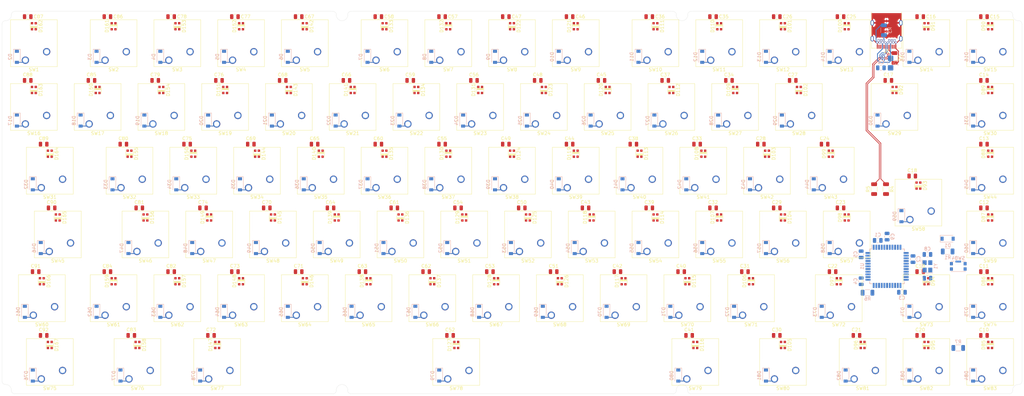
<source format=kicad_pcb>
(kicad_pcb (version 20171130) (host pcbnew 5.1.10)

  (general
    (thickness 1.6)
    (drawings 48)
    (tracks 260)
    (zones 0)
    (modules 362)
    (nets 216)
  )

  (page A3)
  (layers
    (0 F.Cu signal)
    (31 B.Cu signal)
    (32 B.Adhes user)
    (33 F.Adhes user)
    (34 B.Paste user)
    (35 F.Paste user)
    (36 B.SilkS user)
    (37 F.SilkS user)
    (38 B.Mask user)
    (39 F.Mask user)
    (40 Dwgs.User user)
    (41 Cmts.User user)
    (42 Eco1.User user)
    (43 Eco2.User user)
    (44 Edge.Cuts user)
    (45 Margin user)
    (46 B.CrtYd user)
    (47 F.CrtYd user)
    (48 B.Fab user)
    (49 F.Fab user)
  )

  (setup
    (last_trace_width 0.25)
    (trace_clearance 0.2)
    (zone_clearance 0.508)
    (zone_45_only no)
    (trace_min 0.2)
    (via_size 0.8)
    (via_drill 0.4)
    (via_min_size 0.6)
    (via_min_drill 0.3)
    (uvia_size 0.3)
    (uvia_drill 0.1)
    (uvias_allowed no)
    (uvia_min_size 0.2)
    (uvia_min_drill 0.1)
    (edge_width 0.05)
    (segment_width 0.2)
    (pcb_text_width 0.3)
    (pcb_text_size 1.5 1.5)
    (mod_edge_width 0.12)
    (mod_text_size 1 1)
    (mod_text_width 0.15)
    (pad_size 1.7 0.55)
    (pad_drill 0)
    (pad_to_mask_clearance 0.051)
    (solder_mask_min_width 0.25)
    (aux_axis_origin 0 0)
    (visible_elements FFFFF77F)
    (pcbplotparams
      (layerselection 0x010fc_ffffffff)
      (usegerberextensions false)
      (usegerberattributes false)
      (usegerberadvancedattributes false)
      (creategerberjobfile false)
      (excludeedgelayer true)
      (linewidth 0.100000)
      (plotframeref false)
      (viasonmask false)
      (mode 1)
      (useauxorigin false)
      (hpglpennumber 1)
      (hpglpenspeed 20)
      (hpglpendiameter 15.000000)
      (psnegative false)
      (psa4output false)
      (plotreference true)
      (plotvalue true)
      (plotinvisibletext false)
      (padsonsilk false)
      (subtractmaskfromsilk false)
      (outputformat 1)
      (mirror false)
      (drillshape 1)
      (scaleselection 1)
      (outputdirectory ""))
  )

  (net 0 "")
  (net 1 GND)
  (net 2 +5V)
  (net 3 "Net-(C7-Pad1)")
  (net 4 "Net-(C8-Pad2)")
  (net 5 "Net-(C9-Pad1)")
  (net 6 RST)
  (net 7 ROW0)
  (net 8 "Net-(D2-Pad2)")
  (net 9 "Net-(D3-Pad2)")
  (net 10 "Net-(D4-Pad2)")
  (net 11 "Net-(D5-Pad2)")
  (net 12 "Net-(D6-Pad2)")
  (net 13 "Net-(D7-Pad2)")
  (net 14 "Net-(D8-Pad2)")
  (net 15 "Net-(D9-Pad2)")
  (net 16 "Net-(D10-Pad2)")
  (net 17 "Net-(D11-Pad2)")
  (net 18 "Net-(D12-Pad2)")
  (net 19 "Net-(D13-Pad2)")
  (net 20 "Net-(D14-Pad2)")
  (net 21 "Net-(D15-Pad2)")
  (net 22 "Net-(D16-Pad2)")
  (net 23 ROW1)
  (net 24 "Net-(D17-Pad2)")
  (net 25 "Net-(D18-Pad2)")
  (net 26 "Net-(D19-Pad2)")
  (net 27 "Net-(D20-Pad2)")
  (net 28 "Net-(D21-Pad2)")
  (net 29 "Net-(D22-Pad2)")
  (net 30 "Net-(D23-Pad2)")
  (net 31 "Net-(D24-Pad2)")
  (net 32 "Net-(D25-Pad2)")
  (net 33 "Net-(D26-Pad2)")
  (net 34 "Net-(D27-Pad2)")
  (net 35 "Net-(D28-Pad2)")
  (net 36 "Net-(D29-Pad2)")
  (net 37 "Net-(D30-Pad2)")
  (net 38 "Net-(D31-Pad2)")
  (net 39 "Net-(D32-Pad2)")
  (net 40 ROW2)
  (net 41 "Net-(D33-Pad2)")
  (net 42 "Net-(D34-Pad2)")
  (net 43 "Net-(D35-Pad2)")
  (net 44 "Net-(D36-Pad2)")
  (net 45 "Net-(D37-Pad2)")
  (net 46 "Net-(D38-Pad2)")
  (net 47 "Net-(D39-Pad2)")
  (net 48 "Net-(D40-Pad2)")
  (net 49 "Net-(D41-Pad2)")
  (net 50 "Net-(D42-Pad2)")
  (net 51 "Net-(D43-Pad2)")
  (net 52 "Net-(D44-Pad2)")
  (net 53 "Net-(D45-Pad2)")
  (net 54 "Net-(D46-Pad2)")
  (net 55 ROW3)
  (net 56 "Net-(D47-Pad2)")
  (net 57 "Net-(D48-Pad2)")
  (net 58 "Net-(D49-Pad2)")
  (net 59 "Net-(D50-Pad2)")
  (net 60 "Net-(D51-Pad2)")
  (net 61 "Net-(D52-Pad2)")
  (net 62 "Net-(D53-Pad2)")
  (net 63 "Net-(D54-Pad2)")
  (net 64 "Net-(D55-Pad2)")
  (net 65 "Net-(D56-Pad2)")
  (net 66 "Net-(D57-Pad2)")
  (net 67 "Net-(D58-Pad2)")
  (net 68 "Net-(D59-Pad2)")
  (net 69 "Net-(D60-Pad2)")
  (net 70 ROW4)
  (net 71 "Net-(D61-Pad2)")
  (net 72 "Net-(D62-Pad2)")
  (net 73 "Net-(D63-Pad2)")
  (net 74 "Net-(D64-Pad2)")
  (net 75 "Net-(D65-Pad2)")
  (net 76 "Net-(D66-Pad2)")
  (net 77 "Net-(D67-Pad2)")
  (net 78 "Net-(D68-Pad2)")
  (net 79 "Net-(D69-Pad2)")
  (net 80 "Net-(D70-Pad2)")
  (net 81 "Net-(D71-Pad2)")
  (net 82 "Net-(D72-Pad2)")
  (net 83 "Net-(D73-Pad2)")
  (net 84 "Net-(D74-Pad2)")
  (net 85 "Net-(D75-Pad2)")
  (net 86 ROW5)
  (net 87 "Net-(D76-Pad2)")
  (net 88 "Net-(D77-Pad2)")
  (net 89 "Net-(D78-Pad2)")
  (net 90 "Net-(D79-Pad2)")
  (net 91 "Net-(D80-Pad2)")
  (net 92 "Net-(D81-Pad2)")
  (net 93 "Net-(D82-Pad2)")
  (net 94 "Net-(D83-Pad2)")
  (net 95 "Net-(D84-Pad2)")
  (net 96 "Net-(D85-Pad2)")
  (net 97 DIN)
  (net 98 "Net-(D86-Pad2)")
  (net 99 "Net-(D87-Pad2)")
  (net 100 "Net-(D88-Pad2)")
  (net 101 "Net-(D89-Pad2)")
  (net 102 "Net-(D90-Pad2)")
  (net 103 "Net-(D91-Pad2)")
  (net 104 "Net-(D92-Pad2)")
  (net 105 "Net-(D93-Pad2)")
  (net 106 "Net-(D94-Pad2)")
  (net 107 "Net-(D95-Pad2)")
  (net 108 "Net-(D96-Pad2)")
  (net 109 "Net-(D97-Pad2)")
  (net 110 "Net-(D98-Pad2)")
  (net 111 "Net-(D100-Pad4)")
  (net 112 "Net-(D100-Pad2)")
  (net 113 "Net-(D101-Pad2)")
  (net 114 "Net-(D102-Pad2)")
  (net 115 "Net-(D103-Pad2)")
  (net 116 "Net-(D104-Pad2)")
  (net 117 "Net-(D105-Pad2)")
  (net 118 "Net-(D106-Pad2)")
  (net 119 "Net-(D107-Pad2)")
  (net 120 "Net-(D108-Pad2)")
  (net 121 "Net-(D109-Pad2)")
  (net 122 "Net-(D110-Pad2)")
  (net 123 "Net-(D111-Pad2)")
  (net 124 "Net-(D112-Pad2)")
  (net 125 "Net-(D113-Pad2)")
  (net 126 "Net-(D114-Pad2)")
  (net 127 "Net-(D115-Pad2)")
  (net 128 "Net-(D116-Pad2)")
  (net 129 "Net-(D117-Pad2)")
  (net 130 "Net-(D118-Pad2)")
  (net 131 "Net-(D119-Pad2)")
  (net 132 "Net-(D120-Pad2)")
  (net 133 "Net-(D121-Pad2)")
  (net 134 "Net-(D122-Pad2)")
  (net 135 "Net-(D123-Pad2)")
  (net 136 "Net-(D124-Pad2)")
  (net 137 "Net-(D125-Pad2)")
  (net 138 "Net-(D126-Pad2)")
  (net 139 "Net-(D127-Pad2)")
  (net 140 "Net-(D128-Pad2)")
  (net 141 "Net-(D129-Pad2)")
  (net 142 "Net-(D130-Pad2)")
  (net 143 "Net-(D131-Pad2)")
  (net 144 "Net-(D132-Pad2)")
  (net 145 "Net-(D133-Pad2)")
  (net 146 "Net-(D134-Pad2)")
  (net 147 "Net-(D135-Pad2)")
  (net 148 "Net-(D136-Pad2)")
  (net 149 "Net-(D137-Pad2)")
  (net 150 "Net-(D138-Pad2)")
  (net 151 "Net-(D139-Pad2)")
  (net 152 "Net-(D140-Pad2)")
  (net 153 "Net-(D141-Pad2)")
  (net 154 "Net-(D142-Pad2)")
  (net 155 "Net-(D143-Pad2)")
  (net 156 "Net-(D144-Pad2)")
  (net 157 "Net-(D145-Pad2)")
  (net 158 "Net-(D146-Pad2)")
  (net 159 "Net-(D147-Pad2)")
  (net 160 "Net-(D148-Pad2)")
  (net 161 "Net-(D149-Pad2)")
  (net 162 "Net-(D150-Pad2)")
  (net 163 "Net-(D151-Pad2)")
  (net 164 "Net-(D152-Pad2)")
  (net 165 "Net-(D153-Pad2)")
  (net 166 "Net-(D154-Pad2)")
  (net 167 "Net-(D155-Pad2)")
  (net 168 "Net-(D156-Pad2)")
  (net 169 "Net-(D157-Pad2)")
  (net 170 "Net-(D158-Pad2)")
  (net 171 "Net-(D159-Pad2)")
  (net 172 "Net-(D160-Pad2)")
  (net 173 "Net-(D161-Pad2)")
  (net 174 "Net-(D162-Pad2)")
  (net 175 "Net-(D163-Pad2)")
  (net 176 "Net-(D164-Pad2)")
  (net 177 "Net-(D165-Pad2)")
  (net 178 "Net-(D166-Pad2)")
  (net 179 "Net-(D167-Pad2)")
  (net 180 "Net-(F1-Pad2)")
  (net 181 COL02)
  (net 182 COL00)
  (net 183 COL01)
  (net 184 D-)
  (net 185 D+)
  (net 186 "Net-(R6-Pad2)")
  (net 187 COL03)
  (net 188 COL04)
  (net 189 COL06)
  (net 190 COL07)
  (net 191 COL08)
  (net 192 COL09)
  (net 193 COL10)
  (net 194 COL11)
  (net 195 COL12)
  (net 196 COL13)
  (net 197 COL14)
  (net 198 COL15)
  (net 199 COL05)
  (net 200 "Net-(U1-Pad1)")
  (net 201 "Net-(U1-Pad42)")
  (net 202 "Net-(R7-Pad2)")
  (net 203 "Net-(J1-PadB11)")
  (net 204 "Net-(J1-PadB2)")
  (net 205 "Net-(J1-PadB5)")
  (net 206 "Net-(J1-PadB8)")
  (net 207 "Net-(J1-PadB3)")
  (net 208 "Net-(J1-PadB10)")
  (net 209 "Net-(J1-PadA2)")
  (net 210 "Net-(J1-PadA3)")
  (net 211 "Net-(J1-PadA5)")
  (net 212 "Net-(J1-PadA8)")
  (net 213 "Net-(J1-PadA10)")
  (net 214 "Net-(J1-PadA11)")
  (net 215 "Net-(U1-Pad12)")

  (net_class Default "Dies ist die voreingestellte Netzklasse."
    (clearance 0.2)
    (trace_width 0.25)
    (via_dia 0.8)
    (via_drill 0.4)
    (uvia_dia 0.3)
    (uvia_drill 0.1)
    (add_net +5V)
    (add_net COL00)
    (add_net COL01)
    (add_net COL02)
    (add_net COL03)
    (add_net COL04)
    (add_net COL05)
    (add_net COL06)
    (add_net COL07)
    (add_net COL08)
    (add_net COL09)
    (add_net COL10)
    (add_net COL11)
    (add_net COL12)
    (add_net COL13)
    (add_net COL14)
    (add_net COL15)
    (add_net D+)
    (add_net D-)
    (add_net DIN)
    (add_net GND)
    (add_net "Net-(C7-Pad1)")
    (add_net "Net-(C8-Pad2)")
    (add_net "Net-(C9-Pad1)")
    (add_net "Net-(D10-Pad2)")
    (add_net "Net-(D100-Pad2)")
    (add_net "Net-(D100-Pad4)")
    (add_net "Net-(D101-Pad2)")
    (add_net "Net-(D102-Pad2)")
    (add_net "Net-(D103-Pad2)")
    (add_net "Net-(D104-Pad2)")
    (add_net "Net-(D105-Pad2)")
    (add_net "Net-(D106-Pad2)")
    (add_net "Net-(D107-Pad2)")
    (add_net "Net-(D108-Pad2)")
    (add_net "Net-(D109-Pad2)")
    (add_net "Net-(D11-Pad2)")
    (add_net "Net-(D110-Pad2)")
    (add_net "Net-(D111-Pad2)")
    (add_net "Net-(D112-Pad2)")
    (add_net "Net-(D113-Pad2)")
    (add_net "Net-(D114-Pad2)")
    (add_net "Net-(D115-Pad2)")
    (add_net "Net-(D116-Pad2)")
    (add_net "Net-(D117-Pad2)")
    (add_net "Net-(D118-Pad2)")
    (add_net "Net-(D119-Pad2)")
    (add_net "Net-(D12-Pad2)")
    (add_net "Net-(D120-Pad2)")
    (add_net "Net-(D121-Pad2)")
    (add_net "Net-(D122-Pad2)")
    (add_net "Net-(D123-Pad2)")
    (add_net "Net-(D124-Pad2)")
    (add_net "Net-(D125-Pad2)")
    (add_net "Net-(D126-Pad2)")
    (add_net "Net-(D127-Pad2)")
    (add_net "Net-(D128-Pad2)")
    (add_net "Net-(D129-Pad2)")
    (add_net "Net-(D13-Pad2)")
    (add_net "Net-(D130-Pad2)")
    (add_net "Net-(D131-Pad2)")
    (add_net "Net-(D132-Pad2)")
    (add_net "Net-(D133-Pad2)")
    (add_net "Net-(D134-Pad2)")
    (add_net "Net-(D135-Pad2)")
    (add_net "Net-(D136-Pad2)")
    (add_net "Net-(D137-Pad2)")
    (add_net "Net-(D138-Pad2)")
    (add_net "Net-(D139-Pad2)")
    (add_net "Net-(D14-Pad2)")
    (add_net "Net-(D140-Pad2)")
    (add_net "Net-(D141-Pad2)")
    (add_net "Net-(D142-Pad2)")
    (add_net "Net-(D143-Pad2)")
    (add_net "Net-(D144-Pad2)")
    (add_net "Net-(D145-Pad2)")
    (add_net "Net-(D146-Pad2)")
    (add_net "Net-(D147-Pad2)")
    (add_net "Net-(D148-Pad2)")
    (add_net "Net-(D149-Pad2)")
    (add_net "Net-(D15-Pad2)")
    (add_net "Net-(D150-Pad2)")
    (add_net "Net-(D151-Pad2)")
    (add_net "Net-(D152-Pad2)")
    (add_net "Net-(D153-Pad2)")
    (add_net "Net-(D154-Pad2)")
    (add_net "Net-(D155-Pad2)")
    (add_net "Net-(D156-Pad2)")
    (add_net "Net-(D157-Pad2)")
    (add_net "Net-(D158-Pad2)")
    (add_net "Net-(D159-Pad2)")
    (add_net "Net-(D16-Pad2)")
    (add_net "Net-(D160-Pad2)")
    (add_net "Net-(D161-Pad2)")
    (add_net "Net-(D162-Pad2)")
    (add_net "Net-(D163-Pad2)")
    (add_net "Net-(D164-Pad2)")
    (add_net "Net-(D165-Pad2)")
    (add_net "Net-(D166-Pad2)")
    (add_net "Net-(D167-Pad2)")
    (add_net "Net-(D17-Pad2)")
    (add_net "Net-(D18-Pad2)")
    (add_net "Net-(D19-Pad2)")
    (add_net "Net-(D2-Pad2)")
    (add_net "Net-(D20-Pad2)")
    (add_net "Net-(D21-Pad2)")
    (add_net "Net-(D22-Pad2)")
    (add_net "Net-(D23-Pad2)")
    (add_net "Net-(D24-Pad2)")
    (add_net "Net-(D25-Pad2)")
    (add_net "Net-(D26-Pad2)")
    (add_net "Net-(D27-Pad2)")
    (add_net "Net-(D28-Pad2)")
    (add_net "Net-(D29-Pad2)")
    (add_net "Net-(D3-Pad2)")
    (add_net "Net-(D30-Pad2)")
    (add_net "Net-(D31-Pad2)")
    (add_net "Net-(D32-Pad2)")
    (add_net "Net-(D33-Pad2)")
    (add_net "Net-(D34-Pad2)")
    (add_net "Net-(D35-Pad2)")
    (add_net "Net-(D36-Pad2)")
    (add_net "Net-(D37-Pad2)")
    (add_net "Net-(D38-Pad2)")
    (add_net "Net-(D39-Pad2)")
    (add_net "Net-(D4-Pad2)")
    (add_net "Net-(D40-Pad2)")
    (add_net "Net-(D41-Pad2)")
    (add_net "Net-(D42-Pad2)")
    (add_net "Net-(D43-Pad2)")
    (add_net "Net-(D44-Pad2)")
    (add_net "Net-(D45-Pad2)")
    (add_net "Net-(D46-Pad2)")
    (add_net "Net-(D47-Pad2)")
    (add_net "Net-(D48-Pad2)")
    (add_net "Net-(D49-Pad2)")
    (add_net "Net-(D5-Pad2)")
    (add_net "Net-(D50-Pad2)")
    (add_net "Net-(D51-Pad2)")
    (add_net "Net-(D52-Pad2)")
    (add_net "Net-(D53-Pad2)")
    (add_net "Net-(D54-Pad2)")
    (add_net "Net-(D55-Pad2)")
    (add_net "Net-(D56-Pad2)")
    (add_net "Net-(D57-Pad2)")
    (add_net "Net-(D58-Pad2)")
    (add_net "Net-(D59-Pad2)")
    (add_net "Net-(D6-Pad2)")
    (add_net "Net-(D60-Pad2)")
    (add_net "Net-(D61-Pad2)")
    (add_net "Net-(D62-Pad2)")
    (add_net "Net-(D63-Pad2)")
    (add_net "Net-(D64-Pad2)")
    (add_net "Net-(D65-Pad2)")
    (add_net "Net-(D66-Pad2)")
    (add_net "Net-(D67-Pad2)")
    (add_net "Net-(D68-Pad2)")
    (add_net "Net-(D69-Pad2)")
    (add_net "Net-(D7-Pad2)")
    (add_net "Net-(D70-Pad2)")
    (add_net "Net-(D71-Pad2)")
    (add_net "Net-(D72-Pad2)")
    (add_net "Net-(D73-Pad2)")
    (add_net "Net-(D74-Pad2)")
    (add_net "Net-(D75-Pad2)")
    (add_net "Net-(D76-Pad2)")
    (add_net "Net-(D77-Pad2)")
    (add_net "Net-(D78-Pad2)")
    (add_net "Net-(D79-Pad2)")
    (add_net "Net-(D8-Pad2)")
    (add_net "Net-(D80-Pad2)")
    (add_net "Net-(D81-Pad2)")
    (add_net "Net-(D82-Pad2)")
    (add_net "Net-(D83-Pad2)")
    (add_net "Net-(D84-Pad2)")
    (add_net "Net-(D85-Pad2)")
    (add_net "Net-(D86-Pad2)")
    (add_net "Net-(D87-Pad2)")
    (add_net "Net-(D88-Pad2)")
    (add_net "Net-(D89-Pad2)")
    (add_net "Net-(D9-Pad2)")
    (add_net "Net-(D90-Pad2)")
    (add_net "Net-(D91-Pad2)")
    (add_net "Net-(D92-Pad2)")
    (add_net "Net-(D93-Pad2)")
    (add_net "Net-(D94-Pad2)")
    (add_net "Net-(D95-Pad2)")
    (add_net "Net-(D96-Pad2)")
    (add_net "Net-(D97-Pad2)")
    (add_net "Net-(D98-Pad2)")
    (add_net "Net-(F1-Pad2)")
    (add_net "Net-(J1-PadA10)")
    (add_net "Net-(J1-PadA11)")
    (add_net "Net-(J1-PadA2)")
    (add_net "Net-(J1-PadA3)")
    (add_net "Net-(J1-PadA5)")
    (add_net "Net-(J1-PadA8)")
    (add_net "Net-(J1-PadB10)")
    (add_net "Net-(J1-PadB11)")
    (add_net "Net-(J1-PadB2)")
    (add_net "Net-(J1-PadB3)")
    (add_net "Net-(J1-PadB5)")
    (add_net "Net-(J1-PadB8)")
    (add_net "Net-(R6-Pad2)")
    (add_net "Net-(R7-Pad2)")
    (add_net "Net-(U1-Pad1)")
    (add_net "Net-(U1-Pad12)")
    (add_net "Net-(U1-Pad42)")
    (add_net ROW0)
    (add_net ROW1)
    (add_net ROW2)
    (add_net ROW3)
    (add_net ROW4)
    (add_net ROW5)
    (add_net RST)
  )

  (module Button_Switch_Keyboard:SW_Cherry_MX_ISOEnter_PCB (layer F.Cu) (tedit 60E88C41) (tstamp 5F160517)
    (at 309.40375 100.33 180)
    (descr "Cherry MX keyswitch, ISO Enter, PCB mount, http://cherryamericas.com/wp-content/uploads/2014/12/mx_cat.pdf")
    (tags "Cherry MX keyswitch ISO enter PCB")
    (path /5F51BE8C/5F51CE2C)
    (fp_text reference SW58 (at -2.54 -2.794 180) (layer F.SilkS)
      (effects (font (size 1 1) (thickness 0.15)))
    )
    (fp_text value MX1A-G1NA (at -2.286 13.208 180) (layer F.Fab)
      (effects (font (size 1 1) (thickness 0.15)))
    )
    (fp_text user %R (at -2.54 -2.794 180) (layer F.Fab)
      (effects (font (size 1 1) (thickness 0.15)))
    )
    (fp_line (start -9.525 12.065) (end -9.525 -1.905) (layer F.SilkS) (width 0.12))
    (fp_line (start 4.445 12.065) (end -9.525 12.065) (layer F.SilkS) (width 0.12))
    (fp_line (start 4.445 -1.905) (end 4.445 12.065) (layer F.SilkS) (width 0.12))
    (fp_line (start -9.525 -1.905) (end 4.445 -1.905) (layer F.SilkS) (width 0.12))
    (fp_line (start 9.36625 5.08) (end 14.12875 5.08) (layer Dwgs.User) (width 0.15))
    (fp_line (start 14.12875 5.08) (end 14.12875 24.13) (layer Dwgs.User) (width 0.15))
    (fp_line (start -14.44625 -13.97) (end 9.36625 -13.97) (layer Dwgs.User) (width 0.15))
    (fp_line (start -14.44625 24.13) (end -14.44625 -13.97) (layer Dwgs.User) (width 0.15))
    (fp_line (start 14.12875 24.13) (end -14.44625 24.13) (layer Dwgs.User) (width 0.15))
    (fp_line (start 9.36625 -13.97) (end 9.36625 5.08) (layer Dwgs.User) (width 0.15))
    (fp_line (start -9.14 -1.52) (end 4.06 -1.52) (layer F.CrtYd) (width 0.05))
    (fp_line (start 4.06 -1.52) (end 4.06 11.68) (layer F.CrtYd) (width 0.05))
    (fp_line (start 4.06 11.68) (end -9.14 11.68) (layer F.CrtYd) (width 0.05))
    (fp_line (start -9.14 11.68) (end -9.14 -1.52) (layer F.CrtYd) (width 0.05))
    (fp_line (start -8.89 11.43) (end -8.89 -1.27) (layer F.Fab) (width 0.1))
    (fp_line (start 3.81 11.43) (end -8.89 11.43) (layer F.Fab) (width 0.1))
    (fp_line (start 3.81 -1.27) (end 3.81 11.43) (layer F.Fab) (width 0.1))
    (fp_line (start -8.89 -1.27) (end 3.81 -1.27) (layer F.Fab) (width 0.1))
    (pad "" np_thru_hole circle (at 2.54 5.08 180) (size 1.7 1.7) (drill 1.7) (layers *.Cu *.Mask))
    (pad "" np_thru_hole circle (at -7.62 5.08 180) (size 1.7 1.7) (drill 1.7) (layers *.Cu *.Mask))
    (pad "" np_thru_hole circle (at -2.54 5.08 180) (size 4 4) (drill 4) (layers *.Cu *.Mask))
    (pad 2 thru_hole circle (at -6.35 2.54 180) (size 2.2 2.2) (drill 1.5) (layers *.Cu *.Mask)
      (net 197 COL14))
    (pad 1 thru_hole circle (at 0 0 180) (size 2.2 2.2) (drill 1.5) (layers *.Cu *.Mask)
      (net 68 "Net-(D59-Pad2)"))
    (model ${KISYS3DMOD}/Button_Switch_Keyboard.3dshapes/SW_Cherry_MX_ISOEnter_PCB.wrl
      (at (xyz 0 0 0))
      (scale (xyz 1 1 1))
      (rotate (xyz 0 0 0))
    )
  )

  (module Button_Switch_Keyboard:SW_Cherry_MX_2.00u_PCB (layer F.Cu) (tedit 60E88B61) (tstamp 5F16021F)
    (at 302.26 71.755 180)
    (descr "Cherry MX keyswitch, 2.00u, PCB mount, http://cherryamericas.com/wp-content/uploads/2014/12/mx_cat.pdf")
    (tags "Cherry MX keyswitch 2.00u PCB")
    (path /5F51BE8C/5F51CE0E)
    (fp_text reference SW29 (at -2.54 -2.794 180) (layer F.SilkS)
      (effects (font (size 1 1) (thickness 0.15)))
    )
    (fp_text value MX1A-G1NA (at -2.54 12.954 180) (layer F.Fab)
      (effects (font (size 1 1) (thickness 0.15)))
    )
    (fp_text user %R (at -2.54 -2.794 180) (layer F.Fab)
      (effects (font (size 1 1) (thickness 0.15)))
    )
    (fp_line (start -9.525 12.065) (end -9.525 -1.905) (layer F.SilkS) (width 0.12))
    (fp_line (start 4.445 12.065) (end -9.525 12.065) (layer F.SilkS) (width 0.12))
    (fp_line (start 4.445 -1.905) (end 4.445 12.065) (layer F.SilkS) (width 0.12))
    (fp_line (start -9.525 -1.905) (end 4.445 -1.905) (layer F.SilkS) (width 0.12))
    (fp_line (start -21.59 14.605) (end -21.59 -4.445) (layer Dwgs.User) (width 0.15))
    (fp_line (start 16.51 14.605) (end -21.59 14.605) (layer Dwgs.User) (width 0.15))
    (fp_line (start 16.51 -4.445) (end 16.51 14.605) (layer Dwgs.User) (width 0.15))
    (fp_line (start -21.59 -4.445) (end 16.51 -4.445) (layer Dwgs.User) (width 0.15))
    (fp_line (start -9.14 -1.52) (end 4.06 -1.52) (layer F.CrtYd) (width 0.05))
    (fp_line (start 4.06 -1.52) (end 4.06 11.68) (layer F.CrtYd) (width 0.05))
    (fp_line (start 4.06 11.68) (end -9.14 11.68) (layer F.CrtYd) (width 0.05))
    (fp_line (start -9.14 11.68) (end -9.14 -1.52) (layer F.CrtYd) (width 0.05))
    (fp_line (start -8.89 11.43) (end -8.89 -1.27) (layer F.Fab) (width 0.1))
    (fp_line (start 3.81 11.43) (end -8.89 11.43) (layer F.Fab) (width 0.1))
    (fp_line (start 3.81 -1.27) (end 3.81 11.43) (layer F.Fab) (width 0.1))
    (fp_line (start -8.89 -1.27) (end 3.81 -1.27) (layer F.Fab) (width 0.1))
    (pad "" np_thru_hole circle (at 2.54 5.08 180) (size 1.7 1.7) (drill 1.7) (layers *.Cu *.Mask))
    (pad "" np_thru_hole circle (at -7.62 5.08 180) (size 1.7 1.7) (drill 1.7) (layers *.Cu *.Mask))
    (pad "" np_thru_hole circle (at -2.54 5.08 180) (size 4 4) (drill 4) (layers *.Cu *.Mask))
    (pad 2 thru_hole circle (at -6.35 2.54 180) (size 2.2 2.2) (drill 1.5) (layers *.Cu *.Mask)
      (net 197 COL14))
    (pad 1 thru_hole circle (at 0 0 180) (size 2.2 2.2) (drill 1.5) (layers *.Cu *.Mask)
      (net 37 "Net-(D30-Pad2)"))
    (model ${KISYS3DMOD}/Button_Switch_Keyboard.3dshapes/SW_Cherry_MX_2.00u_PCB.wrl
      (at (xyz 0 0 0))
      (scale (xyz 1 1 1))
      (rotate (xyz 0 0 0))
    )
  )

  (module Button_Switch_Keyboard:SW_Cherry_MX_6.25u_PCB (layer F.Cu) (tedit 60E88B4A) (tstamp 5F160723)
    (at 171.29125 147.955 180)
    (descr "Cherry MX keyswitch, 6.25u, PCB mount, http://cherryamericas.com/wp-content/uploads/2014/12/mx_cat.pdf")
    (tags "Cherry MX keyswitch 6.25u PCB")
    (path /5F51BE8C/5F84AEA9)
    (fp_text reference SW78 (at -2.54 -2.794 180) (layer F.SilkS)
      (effects (font (size 1 1) (thickness 0.15)))
    )
    (fp_text value MX1A-G1NA (at -2.54 12.954 180) (layer F.Fab)
      (effects (font (size 1 1) (thickness 0.15)))
    )
    (fp_text user %R (at -2.54 -2.794 180) (layer F.Fab)
      (effects (font (size 1 1) (thickness 0.15)))
    )
    (fp_line (start -9.525 12.065) (end -9.525 -1.905) (layer F.SilkS) (width 0.12))
    (fp_line (start 4.445 12.065) (end -9.525 12.065) (layer F.SilkS) (width 0.12))
    (fp_line (start 4.445 -1.905) (end 4.445 12.065) (layer F.SilkS) (width 0.12))
    (fp_line (start -9.525 -1.905) (end 4.445 -1.905) (layer F.SilkS) (width 0.12))
    (fp_line (start -62.07125 14.605) (end -62.07125 -4.445) (layer Dwgs.User) (width 0.15))
    (fp_line (start 56.99125 14.605) (end -62.07125 14.605) (layer Dwgs.User) (width 0.15))
    (fp_line (start 56.99125 -4.445) (end 56.99125 14.605) (layer Dwgs.User) (width 0.15))
    (fp_line (start -62.07125 -4.445) (end 56.99125 -4.445) (layer Dwgs.User) (width 0.15))
    (fp_line (start -9.14 -1.52) (end 4.06 -1.52) (layer F.CrtYd) (width 0.05))
    (fp_line (start 4.06 -1.52) (end 4.06 11.68) (layer F.CrtYd) (width 0.05))
    (fp_line (start 4.06 11.68) (end -9.14 11.68) (layer F.CrtYd) (width 0.05))
    (fp_line (start -9.14 11.68) (end -9.14 -1.52) (layer F.CrtYd) (width 0.05))
    (fp_line (start -8.89 11.43) (end -8.89 -1.27) (layer F.Fab) (width 0.1))
    (fp_line (start 3.81 11.43) (end -8.89 11.43) (layer F.Fab) (width 0.1))
    (fp_line (start 3.81 -1.27) (end 3.81 11.43) (layer F.Fab) (width 0.1))
    (fp_line (start -8.89 -1.27) (end 3.81 -1.27) (layer F.Fab) (width 0.1))
    (pad "" np_thru_hole circle (at 2.54 5.08 180) (size 1.7 1.7) (drill 1.7) (layers *.Cu *.Mask))
    (pad "" np_thru_hole circle (at -7.62 5.08 180) (size 1.7 1.7) (drill 1.7) (layers *.Cu *.Mask))
    (pad "" np_thru_hole circle (at -2.54 5.08 180) (size 4 4) (drill 4) (layers *.Cu *.Mask))
    (pad 2 thru_hole circle (at -6.35 2.54 180) (size 2.2 2.2) (drill 1.5) (layers *.Cu *.Mask)
      (net 190 COL07))
    (pad 1 thru_hole circle (at 0 0 180) (size 2.2 2.2) (drill 1.5) (layers *.Cu *.Mask)
      (net 90 "Net-(D79-Pad2)"))
    (model ${KISYS3DMOD}/Button_Switch_Keyboard.3dshapes/SW_Cherry_MX_6.25u_PCB.wrl
      (at (xyz 0 0 0))
      (scale (xyz 1 1 1))
      (rotate (xyz 0 0 0))
    )
  )

  (module MountingHole:MountingHole_3.2mm_M3 (layer F.Cu) (tedit 60E8488E) (tstamp 60E8A97D)
    (at 341.8 151.3)
    (descr "Mounting Hole 3.4mm, no annular, M3")
    (tags "mounting hole 3.4mm no annular m3")
    (attr virtual)
    (fp_text reference REF** (at 0 -4.2) (layer F.SilkS) hide
      (effects (font (size 1 1) (thickness 0.15)))
    )
    (fp_text value MountingHole_3.4mm_M3 (at 0 4.2) (layer F.Fab) hide
      (effects (font (size 1 1) (thickness 0.15)))
    )
    (pad "" smd circle (at 0 0) (size 3.4 3.4) (layers *.Paste))
  )

  (module MountingHole:MountingHole_3.2mm_M3 (layer F.Cu) (tedit 60E8488E) (tstamp 60E8A94A)
    (at 341.8 39.2)
    (descr "Mounting Hole 3.4mm, no annular, M3")
    (tags "mounting hole 3.4mm no annular m3")
    (attr virtual)
    (fp_text reference REF** (at 0 -4.2) (layer F.SilkS) hide
      (effects (font (size 1 1) (thickness 0.15)))
    )
    (fp_text value MountingHole_3.4mm_M3 (at 0 4.2) (layer F.Fab) hide
      (effects (font (size 1 1) (thickness 0.15)))
    )
    (pad "" smd circle (at 0 0) (size 3.4 3.4) (layers *.Paste))
  )

  (module MountingHole:MountingHole_3.2mm_M3 (layer F.Cu) (tedit 60E8488E) (tstamp 60E8A92F)
    (at 39.2 151.3)
    (descr "Mounting Hole 3.4mm, no annular, M3")
    (tags "mounting hole 3.4mm no annular m3")
    (attr virtual)
    (fp_text reference REF** (at 0 -4.2) (layer F.SilkS) hide
      (effects (font (size 1 1) (thickness 0.15)))
    )
    (fp_text value MountingHole_3.4mm_M3 (at 0 4.2) (layer F.Fab) hide
      (effects (font (size 1 1) (thickness 0.15)))
    )
    (pad "" smd circle (at 0 0) (size 3.4 3.4) (layers *.Paste))
  )

  (module MountingHole:MountingHole_3.2mm_M3 (layer F.Cu) (tedit 60E8488E) (tstamp 60E8A8F8)
    (at 39.2 39.2)
    (descr "Mounting Hole 3.4mm, no annular, M3")
    (tags "mounting hole 3.4mm no annular m3")
    (attr virtual)
    (fp_text reference REF** (at 0 -4.2) (layer F.SilkS) hide
      (effects (font (size 1 1) (thickness 0.15)))
    )
    (fp_text value MountingHole_3.4mm_M3 (at 0 4.2) (layer F.Fab) hide
      (effects (font (size 1 1) (thickness 0.15)))
    )
    (pad "" smd circle (at 0 0) (size 3.4 3.4) (layers *.Paste))
  )

  (module MountingHole:MountingHole_3.2mm_M3 (layer F.Cu) (tedit 60E8488E) (tstamp 60E8A1A1)
    (at 241.3 151.3)
    (descr "Mounting Hole 3.4mm, no annular, M3")
    (tags "mounting hole 3.4mm no annular m3")
    (attr virtual)
    (fp_text reference REF** (at 0 -4.2) (layer F.SilkS) hide
      (effects (font (size 1 1) (thickness 0.15)))
    )
    (fp_text value MountingHole_3.4mm_M3 (at 0 4.2) (layer F.Fab) hide
      (effects (font (size 1 1) (thickness 0.15)))
    )
    (pad "" smd circle (at 0 0) (size 3.4 3.4) (layers *.Paste))
  )

  (module MountingHole:MountingHole_3.2mm_M3 (layer F.Cu) (tedit 60E8488E) (tstamp 60E8A18C)
    (at 139.7 151.3)
    (descr "Mounting Hole 3.4mm, no annular, M3")
    (tags "mounting hole 3.4mm no annular m3")
    (attr virtual)
    (fp_text reference REF** (at 0 -4.2) (layer F.SilkS) hide
      (effects (font (size 1 1) (thickness 0.15)))
    )
    (fp_text value MountingHole_3.4mm_M3 (at 0 4.2) (layer F.Fab) hide
      (effects (font (size 1 1) (thickness 0.15)))
    )
    (pad "" smd circle (at 0 0) (size 3.4 3.4) (layers *.Paste))
  )

  (module MountingHole:MountingHole_3.2mm_M3 (layer F.Cu) (tedit 60E8488E) (tstamp 60E8A17F)
    (at 241.3 39.2)
    (descr "Mounting Hole 3.4mm, no annular, M3")
    (tags "mounting hole 3.4mm no annular m3")
    (attr virtual)
    (fp_text reference REF** (at 0 -4.2) (layer F.SilkS) hide
      (effects (font (size 1 1) (thickness 0.15)))
    )
    (fp_text value MountingHole_3.4mm_M3 (at 0 4.2) (layer F.Fab) hide
      (effects (font (size 1 1) (thickness 0.15)))
    )
    (pad "" smd circle (at 0 0) (size 3.4 3.4) (layers *.Paste))
  )

  (module MountingHole:MountingHole_3.2mm_M3 (layer F.Cu) (tedit 60E8488E) (tstamp 60E89FD7)
    (at 139.7 39.2)
    (descr "Mounting Hole 3.4mm, no annular, M3")
    (tags "mounting hole 3.4mm no annular m3")
    (attr virtual)
    (fp_text reference REF** (at 0 -4.2) (layer F.SilkS) hide
      (effects (font (size 1 1) (thickness 0.15)))
    )
    (fp_text value MountingHole_3.4mm_M3 (at 0 4.2) (layer F.Fab) hide
      (effects (font (size 1 1) (thickness 0.15)))
    )
    (pad "" smd circle (at 0 0) (size 3.4 3.4) (layers *.Paste))
  )

  (module Crystal:Crystal_SMD_3225-4Pin_3.2x2.5mm (layer B.Cu) (tedit 5A0FD1B2) (tstamp 60EED0B1)
    (at 314.6425 114.3 90)
    (descr "SMD Crystal SERIES SMD3225/4 http://www.txccrystal.com/images/pdf/7m-accuracy.pdf, 3.2x2.5mm^2 package")
    (tags "SMD SMT crystal")
    (path /5F294622)
    (attr smd)
    (fp_text reference Y1 (at 0 2.45 90) (layer B.SilkS)
      (effects (font (size 1 1) (thickness 0.15)) (justify mirror))
    )
    (fp_text value 16MHz (at 0 -2.45 90) (layer B.Fab)
      (effects (font (size 1 1) (thickness 0.15)) (justify mirror))
    )
    (fp_text user %R (at 0 0 90) (layer B.Fab)
      (effects (font (size 0.7 0.7) (thickness 0.105)) (justify mirror))
    )
    (fp_line (start 2.1 1.7) (end -2.1 1.7) (layer B.CrtYd) (width 0.05))
    (fp_line (start 2.1 -1.7) (end 2.1 1.7) (layer B.CrtYd) (width 0.05))
    (fp_line (start -2.1 -1.7) (end 2.1 -1.7) (layer B.CrtYd) (width 0.05))
    (fp_line (start -2.1 1.7) (end -2.1 -1.7) (layer B.CrtYd) (width 0.05))
    (fp_line (start -2 -1.65) (end 2 -1.65) (layer B.SilkS) (width 0.12))
    (fp_line (start -2 1.65) (end -2 -1.65) (layer B.SilkS) (width 0.12))
    (fp_line (start -1.6 -0.25) (end -0.6 -1.25) (layer B.Fab) (width 0.1))
    (fp_line (start 1.6 1.25) (end -1.6 1.25) (layer B.Fab) (width 0.1))
    (fp_line (start 1.6 -1.25) (end 1.6 1.25) (layer B.Fab) (width 0.1))
    (fp_line (start -1.6 -1.25) (end 1.6 -1.25) (layer B.Fab) (width 0.1))
    (fp_line (start -1.6 1.25) (end -1.6 -1.25) (layer B.Fab) (width 0.1))
    (pad 1 smd rect (at -1.1 -0.85 90) (size 1.4 1.2) (layers B.Cu B.Paste B.Mask)
      (net 3 "Net-(C7-Pad1)"))
    (pad 2 smd rect (at 1.1 -0.85 90) (size 1.4 1.2) (layers B.Cu B.Paste B.Mask)
      (net 1 GND))
    (pad 3 smd rect (at 1.1 0.85 90) (size 1.4 1.2) (layers B.Cu B.Paste B.Mask)
      (net 4 "Net-(C8-Pad2)"))
    (pad 4 smd rect (at -1.1 0.85 90) (size 1.4 1.2) (layers B.Cu B.Paste B.Mask)
      (net 1 GND))
    (model ${KISYS3DMOD}/Crystal.3dshapes/Crystal_SMD_3225-4Pin_3.2x2.5mm.wrl
      (at (xyz 0 0 0))
      (scale (xyz 1 1 1))
      (rotate (xyz 0 0 0))
    )
  )

  (module Button_Switch_SMD:SW_Push_1P1T-SH_NO_CK_KMR2xxG (layer B.Cu) (tedit 60EDD85B) (tstamp 60EE10F7)
    (at 323.85 114.3 180)
    (descr "CK components KMR2 tactile switch with ground pin http://www.ckswitches.com/media/1479/kmr2.pdf")
    (tags "tactile switch kmr2")
    (path /60FEE33A)
    (attr smd)
    (fp_text reference SW84 (at 0 2.45) (layer B.SilkS)
      (effects (font (size 1 1) (thickness 0.15)) (justify mirror))
    )
    (fp_text value SW_Push (at 0 -2.55) (layer B.Fab)
      (effects (font (size 1 1) (thickness 0.15)) (justify mirror))
    )
    (fp_text user %R (at 0 2.45) (layer B.Fab)
      (effects (font (size 1 1) (thickness 0.15)) (justify mirror))
    )
    (fp_line (start -2.2 -0.05) (end -2.2 0.05) (layer B.SilkS) (width 0.12))
    (fp_line (start 2.2 1.55) (end 1.15 1.55) (layer B.SilkS) (width 0.12))
    (fp_line (start -2.2 -1.55) (end 2.2 -1.55) (layer B.SilkS) (width 0.12))
    (fp_circle (center 0 0) (end 0 -0.8) (layer B.Fab) (width 0.1))
    (fp_line (start -2.8 -1.8) (end -2.8 1.8) (layer B.CrtYd) (width 0.05))
    (fp_line (start 2.8 -1.8) (end -2.8 -1.8) (layer B.CrtYd) (width 0.05))
    (fp_line (start 2.8 1.8) (end 2.8 -1.8) (layer B.CrtYd) (width 0.05))
    (fp_line (start -2.8 1.8) (end 2.8 1.8) (layer B.CrtYd) (width 0.05))
    (fp_line (start 2.2 -0.05) (end 2.2 0.05) (layer B.SilkS) (width 0.12))
    (fp_line (start -2.1 -1.4) (end -2.1 1.4) (layer B.Fab) (width 0.1))
    (fp_line (start 2.1 -1.4) (end -2.1 -1.4) (layer B.Fab) (width 0.1))
    (fp_line (start 2.1 1.4) (end 2.1 -1.4) (layer B.Fab) (width 0.1))
    (fp_line (start -2.1 1.4) (end 2.1 1.4) (layer B.Fab) (width 0.1))
    (fp_line (start -1.15 1.55) (end -2.2 1.55) (layer B.SilkS) (width 0.12))
    (pad SH smd rect (at 0 1.425 180) (size 1.7 0.55) (layers B.Cu B.Paste B.Mask)
      (net 1 GND))
    (pad 1 smd rect (at -2.05 0.8 180) (size 0.9 1) (layers B.Cu B.Paste B.Mask)
      (net 6 RST))
    (pad 2 smd rect (at -2.05 -0.8 180) (size 0.9 1) (layers B.Cu B.Paste B.Mask)
      (net 1 GND))
    (pad 1 smd rect (at 2.05 0.8 180) (size 0.9 1) (layers B.Cu B.Paste B.Mask)
      (net 6 RST))
    (pad 2 smd rect (at 2.05 -0.8 180) (size 0.9 1) (layers B.Cu B.Paste B.Mask)
      (net 1 GND))
    (model ${KISYS3DMOD}/Button_Switch_SMD.3dshapes/SW_Push_1P1T-SH_NO_CK_KMR2xxG.wrl
      (at (xyz 0 0 0))
      (scale (xyz 1 1 1))
      (rotate (xyz 0 0 0))
    )
  )

  (module Resistor_SMD:R_1206_3216Metric (layer B.Cu) (tedit 5F68FEEE) (tstamp 5F26397F)
    (at 323.85 138.684 180)
    (descr "Resistor SMD 1206 (3216 Metric), square (rectangular) end terminal, IPC_7351 nominal, (Body size source: IPC-SM-782 page 72, https://www.pcb-3d.com/wordpress/wp-content/uploads/ipc-sm-782a_amendment_1_and_2.pdf), generated with kicad-footprint-generator")
    (tags resistor)
    (path /5F259898)
    (attr smd)
    (fp_text reference R7 (at 0 1.82) (layer B.SilkS)
      (effects (font (size 1 1) (thickness 0.15)) (justify mirror))
    )
    (fp_text value 470 (at 0 -1.82) (layer B.Fab)
      (effects (font (size 1 1) (thickness 0.15)) (justify mirror))
    )
    (fp_line (start -1.6 -0.8) (end -1.6 0.8) (layer B.Fab) (width 0.1))
    (fp_line (start -1.6 0.8) (end 1.6 0.8) (layer B.Fab) (width 0.1))
    (fp_line (start 1.6 0.8) (end 1.6 -0.8) (layer B.Fab) (width 0.1))
    (fp_line (start 1.6 -0.8) (end -1.6 -0.8) (layer B.Fab) (width 0.1))
    (fp_line (start -0.727064 0.91) (end 0.727064 0.91) (layer B.SilkS) (width 0.12))
    (fp_line (start -0.727064 -0.91) (end 0.727064 -0.91) (layer B.SilkS) (width 0.12))
    (fp_line (start -2.28 -1.12) (end -2.28 1.12) (layer B.CrtYd) (width 0.05))
    (fp_line (start -2.28 1.12) (end 2.28 1.12) (layer B.CrtYd) (width 0.05))
    (fp_line (start 2.28 1.12) (end 2.28 -1.12) (layer B.CrtYd) (width 0.05))
    (fp_line (start 2.28 -1.12) (end -2.28 -1.12) (layer B.CrtYd) (width 0.05))
    (fp_text user %R (at 0 0) (layer B.Fab)
      (effects (font (size 0.8 0.8) (thickness 0.12)) (justify mirror))
    )
    (pad 2 smd roundrect (at 1.4625 0 180) (size 1.125 1.75) (layers B.Cu B.Paste B.Mask) (roundrect_rratio 0.222222)
      (net 202 "Net-(R7-Pad2)"))
    (pad 1 smd roundrect (at -1.4625 0 180) (size 1.125 1.75) (layers B.Cu B.Paste B.Mask) (roundrect_rratio 0.222222)
      (net 97 DIN))
    (model ${KISYS3DMOD}/Resistor_SMD.3dshapes/R_1206_3216Metric.wrl
      (at (xyz 0 0 0))
      (scale (xyz 1 1 1))
      (rotate (xyz 0 0 0))
    )
  )

  (module Resistor_SMD:R_1206_3216Metric (layer B.Cu) (tedit 5F68FEEE) (tstamp 60EDADF2)
    (at 296.7355 122.174)
    (descr "Resistor SMD 1206 (3216 Metric), square (rectangular) end terminal, IPC_7351 nominal, (Body size source: IPC-SM-782 page 72, https://www.pcb-3d.com/wordpress/wp-content/uploads/ipc-sm-782a_amendment_1_and_2.pdf), generated with kicad-footprint-generator")
    (tags resistor)
    (path /5F0D539D)
    (attr smd)
    (fp_text reference R6 (at 0 1.82) (layer B.SilkS)
      (effects (font (size 1 1) (thickness 0.15)) (justify mirror))
    )
    (fp_text value 10k (at 0 -1.82) (layer B.Fab)
      (effects (font (size 1 1) (thickness 0.15)) (justify mirror))
    )
    (fp_line (start -1.6 -0.8) (end -1.6 0.8) (layer B.Fab) (width 0.1))
    (fp_line (start -1.6 0.8) (end 1.6 0.8) (layer B.Fab) (width 0.1))
    (fp_line (start 1.6 0.8) (end 1.6 -0.8) (layer B.Fab) (width 0.1))
    (fp_line (start 1.6 -0.8) (end -1.6 -0.8) (layer B.Fab) (width 0.1))
    (fp_line (start -0.727064 0.91) (end 0.727064 0.91) (layer B.SilkS) (width 0.12))
    (fp_line (start -0.727064 -0.91) (end 0.727064 -0.91) (layer B.SilkS) (width 0.12))
    (fp_line (start -2.28 -1.12) (end -2.28 1.12) (layer B.CrtYd) (width 0.05))
    (fp_line (start -2.28 1.12) (end 2.28 1.12) (layer B.CrtYd) (width 0.05))
    (fp_line (start 2.28 1.12) (end 2.28 -1.12) (layer B.CrtYd) (width 0.05))
    (fp_line (start 2.28 -1.12) (end -2.28 -1.12) (layer B.CrtYd) (width 0.05))
    (fp_text user %R (at 0 0) (layer B.Fab)
      (effects (font (size 0.8 0.8) (thickness 0.12)) (justify mirror))
    )
    (pad 2 smd roundrect (at 1.4625 0) (size 1.125 1.75) (layers B.Cu B.Paste B.Mask) (roundrect_rratio 0.222222)
      (net 186 "Net-(R6-Pad2)"))
    (pad 1 smd roundrect (at -1.4625 0) (size 1.125 1.75) (layers B.Cu B.Paste B.Mask) (roundrect_rratio 0.222222)
      (net 1 GND))
    (model ${KISYS3DMOD}/Resistor_SMD.3dshapes/R_1206_3216Metric.wrl
      (at (xyz 0 0 0))
      (scale (xyz 1 1 1))
      (rotate (xyz 0 0 0))
    )
  )

  (module Resistor_SMD:R_1206_3216Metric (layer F.Cu) (tedit 5F68FEEE) (tstamp 5F37A863)
    (at 298.704 91.2225 90)
    (descr "Resistor SMD 1206 (3216 Metric), square (rectangular) end terminal, IPC_7351 nominal, (Body size source: IPC-SM-782 page 72, https://www.pcb-3d.com/wordpress/wp-content/uploads/ipc-sm-782a_amendment_1_and_2.pdf), generated with kicad-footprint-generator")
    (tags resistor)
    (path /5F0B5901)
    (attr smd)
    (fp_text reference R5 (at 0 -1.82 90) (layer F.SilkS)
      (effects (font (size 1 1) (thickness 0.15)))
    )
    (fp_text value 22 (at 0 1.82 90) (layer F.Fab)
      (effects (font (size 1 1) (thickness 0.15)))
    )
    (fp_line (start -1.6 0.8) (end -1.6 -0.8) (layer F.Fab) (width 0.1))
    (fp_line (start -1.6 -0.8) (end 1.6 -0.8) (layer F.Fab) (width 0.1))
    (fp_line (start 1.6 -0.8) (end 1.6 0.8) (layer F.Fab) (width 0.1))
    (fp_line (start 1.6 0.8) (end -1.6 0.8) (layer F.Fab) (width 0.1))
    (fp_line (start -0.727064 -0.91) (end 0.727064 -0.91) (layer F.SilkS) (width 0.12))
    (fp_line (start -0.727064 0.91) (end 0.727064 0.91) (layer F.SilkS) (width 0.12))
    (fp_line (start -2.28 1.12) (end -2.28 -1.12) (layer F.CrtYd) (width 0.05))
    (fp_line (start -2.28 -1.12) (end 2.28 -1.12) (layer F.CrtYd) (width 0.05))
    (fp_line (start 2.28 -1.12) (end 2.28 1.12) (layer F.CrtYd) (width 0.05))
    (fp_line (start 2.28 1.12) (end -2.28 1.12) (layer F.CrtYd) (width 0.05))
    (fp_text user %R (at 0 0 90) (layer F.Fab)
      (effects (font (size 0.8 0.8) (thickness 0.12)))
    )
    (pad 2 smd roundrect (at 1.4625 0 90) (size 1.125 1.75) (layers F.Cu F.Paste F.Mask) (roundrect_rratio 0.222222)
      (net 184 D-))
    (pad 1 smd roundrect (at -1.4625 0 90) (size 1.125 1.75) (layers F.Cu F.Paste F.Mask) (roundrect_rratio 0.222222)
      (net 184 D-))
    (model ${KISYS3DMOD}/Resistor_SMD.3dshapes/R_1206_3216Metric.wrl
      (at (xyz 0 0 0))
      (scale (xyz 1 1 1))
      (rotate (xyz 0 0 0))
    )
  )

  (module Resistor_SMD:R_1206_3216Metric (layer F.Cu) (tedit 5F68FEEE) (tstamp 5F1B58E4)
    (at 302.26 91.2225 270)
    (descr "Resistor SMD 1206 (3216 Metric), square (rectangular) end terminal, IPC_7351 nominal, (Body size source: IPC-SM-782 page 72, https://www.pcb-3d.com/wordpress/wp-content/uploads/ipc-sm-782a_amendment_1_and_2.pdf), generated with kicad-footprint-generator")
    (tags resistor)
    (path /5F0AD349)
    (attr smd)
    (fp_text reference R4 (at 0 -1.82 90) (layer F.SilkS)
      (effects (font (size 1 1) (thickness 0.15)))
    )
    (fp_text value 22 (at 0 1.82 90) (layer F.Fab)
      (effects (font (size 1 1) (thickness 0.15)))
    )
    (fp_line (start -1.6 0.8) (end -1.6 -0.8) (layer F.Fab) (width 0.1))
    (fp_line (start -1.6 -0.8) (end 1.6 -0.8) (layer F.Fab) (width 0.1))
    (fp_line (start 1.6 -0.8) (end 1.6 0.8) (layer F.Fab) (width 0.1))
    (fp_line (start 1.6 0.8) (end -1.6 0.8) (layer F.Fab) (width 0.1))
    (fp_line (start -0.727064 -0.91) (end 0.727064 -0.91) (layer F.SilkS) (width 0.12))
    (fp_line (start -0.727064 0.91) (end 0.727064 0.91) (layer F.SilkS) (width 0.12))
    (fp_line (start -2.28 1.12) (end -2.28 -1.12) (layer F.CrtYd) (width 0.05))
    (fp_line (start -2.28 -1.12) (end 2.28 -1.12) (layer F.CrtYd) (width 0.05))
    (fp_line (start 2.28 -1.12) (end 2.28 1.12) (layer F.CrtYd) (width 0.05))
    (fp_line (start 2.28 1.12) (end -2.28 1.12) (layer F.CrtYd) (width 0.05))
    (fp_text user %R (at 0 0 90) (layer F.Fab)
      (effects (font (size 0.8 0.8) (thickness 0.12)))
    )
    (pad 2 smd roundrect (at 1.4625 0 270) (size 1.125 1.75) (layers F.Cu F.Paste F.Mask) (roundrect_rratio 0.222222)
      (net 185 D+))
    (pad 1 smd roundrect (at -1.4625 0 270) (size 1.125 1.75) (layers F.Cu F.Paste F.Mask) (roundrect_rratio 0.222222)
      (net 185 D+))
    (model ${KISYS3DMOD}/Resistor_SMD.3dshapes/R_1206_3216Metric.wrl
      (at (xyz 0 0 0))
      (scale (xyz 1 1 1))
      (rotate (xyz 0 0 0))
    )
  )

  (module Resistor_SMD:R_1206_3216Metric (layer B.Cu) (tedit 5F68FEEE) (tstamp 5F164238)
    (at 301.625 43.7245 90)
    (descr "Resistor SMD 1206 (3216 Metric), square (rectangular) end terminal, IPC_7351 nominal, (Body size source: IPC-SM-782 page 72, https://www.pcb-3d.com/wordpress/wp-content/uploads/ipc-sm-782a_amendment_1_and_2.pdf), generated with kicad-footprint-generator")
    (tags resistor)
    (path /5F030D08)
    (attr smd)
    (fp_text reference R3 (at 0 1.82 90) (layer B.SilkS)
      (effects (font (size 1 1) (thickness 0.15)) (justify mirror))
    )
    (fp_text value 5.1k (at 0 -1.82 90) (layer B.Fab)
      (effects (font (size 1 1) (thickness 0.15)) (justify mirror))
    )
    (fp_line (start -1.6 -0.8) (end -1.6 0.8) (layer B.Fab) (width 0.1))
    (fp_line (start -1.6 0.8) (end 1.6 0.8) (layer B.Fab) (width 0.1))
    (fp_line (start 1.6 0.8) (end 1.6 -0.8) (layer B.Fab) (width 0.1))
    (fp_line (start 1.6 -0.8) (end -1.6 -0.8) (layer B.Fab) (width 0.1))
    (fp_line (start -0.727064 0.91) (end 0.727064 0.91) (layer B.SilkS) (width 0.12))
    (fp_line (start -0.727064 -0.91) (end 0.727064 -0.91) (layer B.SilkS) (width 0.12))
    (fp_line (start -2.28 -1.12) (end -2.28 1.12) (layer B.CrtYd) (width 0.05))
    (fp_line (start -2.28 1.12) (end 2.28 1.12) (layer B.CrtYd) (width 0.05))
    (fp_line (start 2.28 1.12) (end 2.28 -1.12) (layer B.CrtYd) (width 0.05))
    (fp_line (start 2.28 -1.12) (end -2.28 -1.12) (layer B.CrtYd) (width 0.05))
    (fp_text user %R (at 0 0 90) (layer B.Fab)
      (effects (font (size 0.8 0.8) (thickness 0.12)) (justify mirror))
    )
    (pad 2 smd roundrect (at 1.4625 0 90) (size 1.125 1.75) (layers B.Cu B.Paste B.Mask) (roundrect_rratio 0.222222)
      (net 1 GND))
    (pad 1 smd roundrect (at -1.4625 0 90) (size 1.125 1.75) (layers B.Cu B.Paste B.Mask) (roundrect_rratio 0.222222)
      (net 205 "Net-(J1-PadB5)"))
    (model ${KISYS3DMOD}/Resistor_SMD.3dshapes/R_1206_3216Metric.wrl
      (at (xyz 0 0 0))
      (scale (xyz 1 1 1))
      (rotate (xyz 0 0 0))
    )
  )

  (module Resistor_SMD:R_1206_3216Metric (layer F.Cu) (tedit 5F68FEEE) (tstamp 60EBA96A)
    (at 304.8 52.0335 270)
    (descr "Resistor SMD 1206 (3216 Metric), square (rectangular) end terminal, IPC_7351 nominal, (Body size source: IPC-SM-782 page 72, https://www.pcb-3d.com/wordpress/wp-content/uploads/ipc-sm-782a_amendment_1_and_2.pdf), generated with kicad-footprint-generator")
    (tags resistor)
    (path /5F02FDA7)
    (attr smd)
    (fp_text reference R2 (at 0 -1.82 90) (layer F.SilkS)
      (effects (font (size 1 1) (thickness 0.15)))
    )
    (fp_text value 5.1k (at 0 1.82 90) (layer F.Fab)
      (effects (font (size 1 1) (thickness 0.15)))
    )
    (fp_line (start -1.6 0.8) (end -1.6 -0.8) (layer F.Fab) (width 0.1))
    (fp_line (start -1.6 -0.8) (end 1.6 -0.8) (layer F.Fab) (width 0.1))
    (fp_line (start 1.6 -0.8) (end 1.6 0.8) (layer F.Fab) (width 0.1))
    (fp_line (start 1.6 0.8) (end -1.6 0.8) (layer F.Fab) (width 0.1))
    (fp_line (start -0.727064 -0.91) (end 0.727064 -0.91) (layer F.SilkS) (width 0.12))
    (fp_line (start -0.727064 0.91) (end 0.727064 0.91) (layer F.SilkS) (width 0.12))
    (fp_line (start -2.28 1.12) (end -2.28 -1.12) (layer F.CrtYd) (width 0.05))
    (fp_line (start -2.28 -1.12) (end 2.28 -1.12) (layer F.CrtYd) (width 0.05))
    (fp_line (start 2.28 -1.12) (end 2.28 1.12) (layer F.CrtYd) (width 0.05))
    (fp_line (start 2.28 1.12) (end -2.28 1.12) (layer F.CrtYd) (width 0.05))
    (fp_text user %R (at 0 0 90) (layer F.Fab)
      (effects (font (size 0.8 0.8) (thickness 0.12)))
    )
    (pad 2 smd roundrect (at 1.4625 0 270) (size 1.125 1.75) (layers F.Cu F.Paste F.Mask) (roundrect_rratio 0.222222)
      (net 1 GND))
    (pad 1 smd roundrect (at -1.4625 0 270) (size 1.125 1.75) (layers F.Cu F.Paste F.Mask) (roundrect_rratio 0.222222)
      (net 211 "Net-(J1-PadA5)"))
    (model ${KISYS3DMOD}/Resistor_SMD.3dshapes/R_1206_3216Metric.wrl
      (at (xyz 0 0 0))
      (scale (xyz 1 1 1))
      (rotate (xyz 0 0 0))
    )
  )

  (module Resistor_SMD:R_1206_3216Metric (layer B.Cu) (tedit 5F68FEEE) (tstamp 60EED217)
    (at 320.675 109.855)
    (descr "Resistor SMD 1206 (3216 Metric), square (rectangular) end terminal, IPC_7351 nominal, (Body size source: IPC-SM-782 page 72, https://www.pcb-3d.com/wordpress/wp-content/uploads/ipc-sm-782a_amendment_1_and_2.pdf), generated with kicad-footprint-generator")
    (tags resistor)
    (path /5F058934)
    (attr smd)
    (fp_text reference R1 (at 0 1.82) (layer B.SilkS)
      (effects (font (size 1 1) (thickness 0.15)) (justify mirror))
    )
    (fp_text value 10k (at 0 -1.82) (layer B.Fab)
      (effects (font (size 1 1) (thickness 0.15)) (justify mirror))
    )
    (fp_text user %R (at 0 0) (layer B.Fab)
      (effects (font (size 0.8 0.8) (thickness 0.12)) (justify mirror))
    )
    (fp_line (start -1.6 -0.8) (end -1.6 0.8) (layer B.Fab) (width 0.1))
    (fp_line (start -1.6 0.8) (end 1.6 0.8) (layer B.Fab) (width 0.1))
    (fp_line (start 1.6 0.8) (end 1.6 -0.8) (layer B.Fab) (width 0.1))
    (fp_line (start 1.6 -0.8) (end -1.6 -0.8) (layer B.Fab) (width 0.1))
    (fp_line (start -0.727064 0.91) (end 0.727064 0.91) (layer B.SilkS) (width 0.12))
    (fp_line (start -0.727064 -0.91) (end 0.727064 -0.91) (layer B.SilkS) (width 0.12))
    (fp_line (start -2.28 -1.12) (end -2.28 1.12) (layer B.CrtYd) (width 0.05))
    (fp_line (start -2.28 1.12) (end 2.28 1.12) (layer B.CrtYd) (width 0.05))
    (fp_line (start 2.28 1.12) (end 2.28 -1.12) (layer B.CrtYd) (width 0.05))
    (fp_line (start 2.28 -1.12) (end -2.28 -1.12) (layer B.CrtYd) (width 0.05))
    (pad 2 smd roundrect (at 1.4625 0) (size 1.125 1.75) (layers B.Cu B.Paste B.Mask) (roundrect_rratio 0.222222)
      (net 6 RST))
    (pad 1 smd roundrect (at -1.4625 0) (size 1.125 1.75) (layers B.Cu B.Paste B.Mask) (roundrect_rratio 0.222222)
      (net 2 +5V))
    (model ${KISYS3DMOD}/Resistor_SMD.3dshapes/R_1206_3216Metric.wrl
      (at (xyz 0 0 0))
      (scale (xyz 1 1 1))
      (rotate (xyz 0 0 0))
    )
  )

  (module kezboard-pcb:USB_C_Receptacle_Stewart_SS-52400-003 (layer F.Cu) (tedit 5F26DA6C) (tstamp 5F25978F)
    (at 302.41875 38.1 180)
    (descr https://belfuse.com/resources/drawings/stewartconnector/dr-stw-ss-52400-003.pdf)
    (path /5EFFEB48)
    (fp_text reference J1 (at 0 -11.9) (layer F.SilkS)
      (effects (font (size 1 1) (thickness 0.15)))
    )
    (fp_text value USB_C_Receptacle (at 0 2.54) (layer F.Fab)
      (effects (font (size 1 1) (thickness 0.15)))
    )
    (fp_line (start 4.49 -4.35) (end 4.49 -7.35) (layer F.SilkS) (width 0.12))
    (fp_line (start -4.49 -7.35) (end -4.49 -4.35) (layer F.SilkS) (width 0.12))
    (fp_line (start 4.49 -11) (end 3 -11) (layer F.SilkS) (width 0.12))
    (fp_line (start -4.49 -11) (end -4.49 -9) (layer F.SilkS) (width 0.12))
    (fp_line (start -3 -11) (end -4.49 -11) (layer F.SilkS) (width 0.12))
    (fp_line (start -5.08 -11.43) (end -5.08 1.27) (layer F.CrtYd) (width 0.05))
    (fp_line (start 5.08 1.27) (end 5.08 -11.43) (layer F.CrtYd) (width 0.05))
    (fp_line (start -4.37 0.95) (end 4.37 0.95) (layer F.Fab) (width 0.1))
    (fp_line (start -4.37 -10.88) (end -4.37 0.95) (layer F.Fab) (width 0.1))
    (fp_line (start 4.37 -10.88) (end -4.37 -10.88) (layer F.Fab) (width 0.1))
    (fp_line (start 4.37 0.95) (end 4.37 -10.88) (layer F.Fab) (width 0.1))
    (fp_line (start -2 0) (end 2 0) (layer Dwgs.User) (width 0.1))
    (fp_line (start -5.08 1.27) (end 5.08 1.27) (layer F.CrtYd) (width 0.05))
    (fp_line (start -5.08 -11.43) (end 5.08 -11.43) (layer F.CrtYd) (width 0.05))
    (fp_line (start 4.49 -9) (end 4.49 -11) (layer F.SilkS) (width 0.12))
    (fp_line (start 4.49 -0.21) (end 4.49 -2.55) (layer F.SilkS) (width 0.12))
    (fp_line (start -4.49 -2.55) (end -4.49 -0.21) (layer F.SilkS) (width 0.12))
    (fp_text user %R (at 0 -4.52) (layer F.Fab)
      (effects (font (size 1 1) (thickness 0.15)))
    )
    (fp_text user "PCB Edge" (at 0 -0.5) (layer Dwgs.User)
      (effects (font (size 0.5 0.5) (thickness 0.1)))
    )
    (pad B11 thru_hole circle (at -2.4 -8.62 180) (size 0.65 0.65) (drill 0.4) (layers *.Cu *.Mask)
      (net 203 "Net-(J1-PadB11)"))
    (pad B2 thru_hole circle (at 2.4 -8.62 180) (size 0.65 0.65) (drill 0.4) (layers *.Cu *.Mask)
      (net 204 "Net-(J1-PadB2)"))
    (pad B12 thru_hole circle (at -2.8 -9.33 180) (size 0.65 0.65) (drill 0.4) (layers *.Cu *.Mask)
      (net 1 GND))
    (pad B5 thru_hole circle (at 0.8 -8.62 180) (size 0.65 0.65) (drill 0.4) (layers *.Cu *.Mask)
      (net 205 "Net-(J1-PadB5)"))
    (pad B8 thru_hole circle (at -0.8 -8.62 180) (size 0.65 0.65) (drill 0.4) (layers *.Cu *.Mask)
      (net 206 "Net-(J1-PadB8)"))
    (pad B3 thru_hole circle (at 1.6 -8.62 180) (size 0.65 0.65) (drill 0.4) (layers *.Cu *.Mask)
      (net 207 "Net-(J1-PadB3)"))
    (pad B10 thru_hole circle (at -1.6 -8.62 180) (size 0.65 0.65) (drill 0.4) (layers *.Cu *.Mask)
      (net 208 "Net-(J1-PadB10)"))
    (pad B1 thru_hole circle (at 2.8 -9.33 180) (size 0.65 0.65) (drill 0.4) (layers *.Cu *.Mask)
      (net 1 GND))
    (pad S1 thru_hole circle (at -2 -9.33 180) (size 0.65 0.65) (drill 0.4) (layers *.Cu *.Mask)
      (net 1 GND))
    (pad S1 thru_hole circle (at 2 -9.33 180) (size 0.65 0.65) (drill 0.4) (layers *.Cu *.Mask)
      (net 1 GND))
    (pad B9 thru_hole circle (at -1.2 -9.33 180) (size 0.65 0.65) (drill 0.4) (layers *.Cu *.Mask)
      (net 180 "Net-(F1-Pad2)"))
    (pad B4 thru_hole circle (at 1.2 -9.33 180) (size 0.65 0.65) (drill 0.4) (layers *.Cu *.Mask)
      (net 180 "Net-(F1-Pad2)"))
    (pad B7 thru_hole circle (at -0.4 -9.33 180) (size 0.65 0.65) (drill 0.4) (layers *.Cu *.Mask)
      (net 184 D-))
    (pad B6 thru_hole circle (at 0.4 -9.33 180) (size 0.65 0.65) (drill 0.4) (layers *.Cu *.Mask)
      (net 185 D+))
    (pad S1 smd rect (at 0 -6 180) (size 0.2 1) (layers F.Cu F.Paste F.Mask)
      (net 1 GND))
    (pad S1 smd rect (at 0 -2.9 180) (size 0.2 1) (layers F.Cu F.Paste F.Mask)
      (net 1 GND))
    (pad S1 thru_hole oval (at 4.27 -8.18 180) (size 1 1.6) (drill oval 0.6 1.2) (layers *.Cu *.Mask)
      (net 1 GND))
    (pad S1 thru_hole oval (at -4.27 -8.18 180) (size 1 1.6) (drill oval 0.6 1.2) (layers *.Cu *.Mask)
      (net 1 GND))
    (pad S1 thru_hole oval (at -4.27 -3.45 180) (size 1 1.6) (drill oval 0.6 1.2) (layers *.Cu *.Mask)
      (net 1 GND))
    (pad S1 thru_hole oval (at 4.27 -3.45 180) (size 1 1.6) (drill oval 0.6 1.2) (layers *.Cu *.Mask)
      (net 1 GND))
    (pad A1 smd rect (at -2.75 -10.58 180) (size 0.3 1.2) (layers F.Cu F.Paste F.Mask)
      (net 1 GND))
    (pad A2 smd rect (at -2.25 -10.58 180) (size 0.3 1.2) (layers F.Cu F.Paste F.Mask)
      (net 209 "Net-(J1-PadA2)"))
    (pad A3 smd rect (at -1.75 -10.58 180) (size 0.3 1.2) (layers F.Cu F.Paste F.Mask)
      (net 210 "Net-(J1-PadA3)"))
    (pad A4 smd rect (at -1.25 -10.58 180) (size 0.3 1.2) (layers F.Cu F.Paste F.Mask)
      (net 180 "Net-(F1-Pad2)"))
    (pad A5 smd rect (at -0.75 -10.58 180) (size 0.3 1.2) (layers F.Cu F.Paste F.Mask)
      (net 211 "Net-(J1-PadA5)"))
    (pad A6 smd rect (at -0.25 -10.58 180) (size 0.3 1.2) (layers F.Cu F.Paste F.Mask)
      (net 185 D+))
    (pad A7 smd rect (at 0.25 -10.58 180) (size 0.3 1.2) (layers F.Cu F.Paste F.Mask)
      (net 184 D-))
    (pad A8 smd rect (at 0.75 -10.58 180) (size 0.3 1.2) (layers F.Cu F.Paste F.Mask)
      (net 212 "Net-(J1-PadA8)"))
    (pad A9 smd rect (at 1.25 -10.58 180) (size 0.3 1.2) (layers F.Cu F.Paste F.Mask)
      (net 180 "Net-(F1-Pad2)"))
    (pad A10 smd rect (at 1.75 -10.58 180) (size 0.3 1.2) (layers F.Cu F.Paste F.Mask)
      (net 213 "Net-(J1-PadA10)"))
    (pad A11 smd rect (at 2.25 -10.58 180) (size 0.3 1.2) (layers F.Cu F.Paste F.Mask)
      (net 214 "Net-(J1-PadA11)"))
    (pad A12 smd rect (at 2.75 -10.58 180) (size 0.3 1.2) (layers F.Cu F.Paste F.Mask)
      (net 1 GND))
  )

  (module Fuse:Fuse_1206_3216Metric_Castellated (layer B.Cu) (tedit 5F68FEF1) (tstamp 60EBA9BB)
    (at 303.61875 53.5575 90)
    (descr "Fuse SMD 1206 (3216 Metric), castellated end terminal, IPC_7351. (Body size source: http://www.tortai-tech.com/upload/download/2011102023233369053.pdf), generated with kicad-footprint-generator")
    (tags "fuse castellated")
    (path /5F286423)
    (attr smd)
    (fp_text reference F1 (at 0 1.78 90) (layer B.SilkS)
      (effects (font (size 1 1) (thickness 0.15)) (justify mirror))
    )
    (fp_text value 500mA (at 0 -1.78 90) (layer B.Fab)
      (effects (font (size 1 1) (thickness 0.15)) (justify mirror))
    )
    (fp_line (start -1.6 -0.8) (end -1.6 0.8) (layer B.Fab) (width 0.1))
    (fp_line (start -1.6 0.8) (end 1.6 0.8) (layer B.Fab) (width 0.1))
    (fp_line (start 1.6 0.8) (end 1.6 -0.8) (layer B.Fab) (width 0.1))
    (fp_line (start 1.6 -0.8) (end -1.6 -0.8) (layer B.Fab) (width 0.1))
    (fp_line (start -0.490455 0.91) (end 0.490455 0.91) (layer B.SilkS) (width 0.12))
    (fp_line (start -0.490455 -0.91) (end 0.490455 -0.91) (layer B.SilkS) (width 0.12))
    (fp_line (start -2.48 -1.08) (end -2.48 1.08) (layer B.CrtYd) (width 0.05))
    (fp_line (start -2.48 1.08) (end 2.48 1.08) (layer B.CrtYd) (width 0.05))
    (fp_line (start 2.48 1.08) (end 2.48 -1.08) (layer B.CrtYd) (width 0.05))
    (fp_line (start 2.48 -1.08) (end -2.48 -1.08) (layer B.CrtYd) (width 0.05))
    (fp_text user %R (at 0 0 90) (layer B.Fab)
      (effects (font (size 0.8 0.8) (thickness 0.12)) (justify mirror))
    )
    (pad 2 smd roundrect (at 1.425 0 90) (size 1.6 1.65) (layers B.Cu B.Paste B.Mask) (roundrect_rratio 0.15625)
      (net 180 "Net-(F1-Pad2)"))
    (pad 1 smd roundrect (at -1.425 0 90) (size 1.6 1.65) (layers B.Cu B.Paste B.Mask) (roundrect_rratio 0.15625)
      (net 2 +5V))
    (model ${KISYS3DMOD}/Fuse.3dshapes/Fuse_1206_3216Metric_Castellated.wrl
      (at (xyz 0 0 0))
      (scale (xyz 1 1 1))
      (rotate (xyz 0 0 0))
    )
  )

  (module Capacitor_SMD:C_0805_2012Metric (layer F.Cu) (tedit 5F68FEEE) (tstamp 5F15F123)
    (at 50.546 134.9375 180)
    (descr "Capacitor SMD 0805 (2012 Metric), square (rectangular) end terminal, IPC_7351 nominal, (Body size source: IPC-SM-782 page 76, https://www.pcb-3d.com/wordpress/wp-content/uploads/ipc-sm-782a_amendment_1_and_2.pdf, https://docs.google.com/spreadsheets/d/1BsfQQcO9C6DZCsRaXUlFlo91Tg2WpOkGARC1WS5S8t0/edit?usp=sharing), generated with kicad-footprint-generator")
    (tags capacitor)
    (path /5F949B9C/5FB73237)
    (attr smd)
    (fp_text reference C92 (at 0 1.68) (layer F.SilkS)
      (effects (font (size 1 1) (thickness 0.15)))
    )
    (fp_text value 0.1uF (at 0 1.68) (layer F.Fab)
      (effects (font (size 1 1) (thickness 0.15)))
    )
    (fp_line (start -1 0.625) (end -1 -0.625) (layer F.Fab) (width 0.1))
    (fp_line (start -1 -0.625) (end 1 -0.625) (layer F.Fab) (width 0.1))
    (fp_line (start 1 -0.625) (end 1 0.625) (layer F.Fab) (width 0.1))
    (fp_line (start 1 0.625) (end -1 0.625) (layer F.Fab) (width 0.1))
    (fp_line (start -0.261252 -0.735) (end 0.261252 -0.735) (layer F.SilkS) (width 0.12))
    (fp_line (start -0.261252 0.735) (end 0.261252 0.735) (layer F.SilkS) (width 0.12))
    (fp_line (start -1.7 0.98) (end -1.7 -0.98) (layer F.CrtYd) (width 0.05))
    (fp_line (start -1.7 -0.98) (end 1.7 -0.98) (layer F.CrtYd) (width 0.05))
    (fp_line (start 1.7 -0.98) (end 1.7 0.98) (layer F.CrtYd) (width 0.05))
    (fp_line (start 1.7 0.98) (end -1.7 0.98) (layer F.CrtYd) (width 0.05))
    (fp_text user %R (at 0 0) (layer F.Fab)
      (effects (font (size 0.5 0.5) (thickness 0.08)))
    )
    (pad 2 smd roundrect (at 0.95 0 180) (size 1 1.45) (layers F.Cu F.Paste F.Mask) (roundrect_rratio 0.25)
      (net 1 GND))
    (pad 1 smd roundrect (at -0.95 0 180) (size 1 1.45) (layers F.Cu F.Paste F.Mask) (roundrect_rratio 0.25)
      (net 2 +5V))
    (model ${KISYS3DMOD}/Capacitor_SMD.3dshapes/C_0805_2012Metric.wrl
      (at (xyz 0 0 0))
      (scale (xyz 1 1 1))
      (rotate (xyz 0 0 0))
    )
  )

  (module Capacitor_SMD:C_0805_2012Metric (layer F.Cu) (tedit 5F68FEEE) (tstamp 5F15F112)
    (at 48.16475 115.8875 180)
    (descr "Capacitor SMD 0805 (2012 Metric), square (rectangular) end terminal, IPC_7351 nominal, (Body size source: IPC-SM-782 page 76, https://www.pcb-3d.com/wordpress/wp-content/uploads/ipc-sm-782a_amendment_1_and_2.pdf, https://docs.google.com/spreadsheets/d/1BsfQQcO9C6DZCsRaXUlFlo91Tg2WpOkGARC1WS5S8t0/edit?usp=sharing), generated with kicad-footprint-generator")
    (tags capacitor)
    (path /5F949B9C/5FB73214)
    (attr smd)
    (fp_text reference C91 (at 0 1.68) (layer F.SilkS)
      (effects (font (size 1 1) (thickness 0.15)))
    )
    (fp_text value 0.1uF (at 0 1.68) (layer F.Fab)
      (effects (font (size 1 1) (thickness 0.15)))
    )
    (fp_line (start -1 0.625) (end -1 -0.625) (layer F.Fab) (width 0.1))
    (fp_line (start -1 -0.625) (end 1 -0.625) (layer F.Fab) (width 0.1))
    (fp_line (start 1 -0.625) (end 1 0.625) (layer F.Fab) (width 0.1))
    (fp_line (start 1 0.625) (end -1 0.625) (layer F.Fab) (width 0.1))
    (fp_line (start -0.261252 -0.735) (end 0.261252 -0.735) (layer F.SilkS) (width 0.12))
    (fp_line (start -0.261252 0.735) (end 0.261252 0.735) (layer F.SilkS) (width 0.12))
    (fp_line (start -1.7 0.98) (end -1.7 -0.98) (layer F.CrtYd) (width 0.05))
    (fp_line (start -1.7 -0.98) (end 1.7 -0.98) (layer F.CrtYd) (width 0.05))
    (fp_line (start 1.7 -0.98) (end 1.7 0.98) (layer F.CrtYd) (width 0.05))
    (fp_line (start 1.7 0.98) (end -1.7 0.98) (layer F.CrtYd) (width 0.05))
    (fp_text user %R (at 0 0) (layer F.Fab)
      (effects (font (size 0.5 0.5) (thickness 0.08)))
    )
    (pad 2 smd roundrect (at 0.95 0 180) (size 1 1.45) (layers F.Cu F.Paste F.Mask) (roundrect_rratio 0.25)
      (net 1 GND))
    (pad 1 smd roundrect (at -0.95 0 180) (size 1 1.45) (layers F.Cu F.Paste F.Mask) (roundrect_rratio 0.25)
      (net 2 +5V))
    (model ${KISYS3DMOD}/Capacitor_SMD.3dshapes/C_0805_2012Metric.wrl
      (at (xyz 0 0 0))
      (scale (xyz 1 1 1))
      (rotate (xyz 0 0 0))
    )
  )

  (module Capacitor_SMD:C_0805_2012Metric (layer F.Cu) (tedit 5F68FEEE) (tstamp 5F15F101)
    (at 52.92725 96.8375 180)
    (descr "Capacitor SMD 0805 (2012 Metric), square (rectangular) end terminal, IPC_7351 nominal, (Body size source: IPC-SM-782 page 76, https://www.pcb-3d.com/wordpress/wp-content/uploads/ipc-sm-782a_amendment_1_and_2.pdf, https://docs.google.com/spreadsheets/d/1BsfQQcO9C6DZCsRaXUlFlo91Tg2WpOkGARC1WS5S8t0/edit?usp=sharing), generated with kicad-footprint-generator")
    (tags capacitor)
    (path /5F949B9C/5FB731F1)
    (attr smd)
    (fp_text reference C90 (at 0 1.68) (layer F.SilkS)
      (effects (font (size 1 1) (thickness 0.15)))
    )
    (fp_text value 0.1uF (at 0 1.68) (layer F.Fab)
      (effects (font (size 1 1) (thickness 0.15)))
    )
    (fp_line (start -1 0.625) (end -1 -0.625) (layer F.Fab) (width 0.1))
    (fp_line (start -1 -0.625) (end 1 -0.625) (layer F.Fab) (width 0.1))
    (fp_line (start 1 -0.625) (end 1 0.625) (layer F.Fab) (width 0.1))
    (fp_line (start 1 0.625) (end -1 0.625) (layer F.Fab) (width 0.1))
    (fp_line (start -0.261252 -0.735) (end 0.261252 -0.735) (layer F.SilkS) (width 0.12))
    (fp_line (start -0.261252 0.735) (end 0.261252 0.735) (layer F.SilkS) (width 0.12))
    (fp_line (start -1.7 0.98) (end -1.7 -0.98) (layer F.CrtYd) (width 0.05))
    (fp_line (start -1.7 -0.98) (end 1.7 -0.98) (layer F.CrtYd) (width 0.05))
    (fp_line (start 1.7 -0.98) (end 1.7 0.98) (layer F.CrtYd) (width 0.05))
    (fp_line (start 1.7 0.98) (end -1.7 0.98) (layer F.CrtYd) (width 0.05))
    (fp_text user %R (at 0 0) (layer F.Fab)
      (effects (font (size 0.5 0.5) (thickness 0.08)))
    )
    (pad 2 smd roundrect (at 0.95 0 180) (size 1 1.45) (layers F.Cu F.Paste F.Mask) (roundrect_rratio 0.25)
      (net 1 GND))
    (pad 1 smd roundrect (at -0.95 0 180) (size 1 1.45) (layers F.Cu F.Paste F.Mask) (roundrect_rratio 0.25)
      (net 2 +5V))
    (model ${KISYS3DMOD}/Capacitor_SMD.3dshapes/C_0805_2012Metric.wrl
      (at (xyz 0 0 0))
      (scale (xyz 1 1 1))
      (rotate (xyz 0 0 0))
    )
  )

  (module Capacitor_SMD:C_0805_2012Metric (layer F.Cu) (tedit 5F68FEEE) (tstamp 5F15F0F0)
    (at 50.546 77.7875 180)
    (descr "Capacitor SMD 0805 (2012 Metric), square (rectangular) end terminal, IPC_7351 nominal, (Body size source: IPC-SM-782 page 76, https://www.pcb-3d.com/wordpress/wp-content/uploads/ipc-sm-782a_amendment_1_and_2.pdf, https://docs.google.com/spreadsheets/d/1BsfQQcO9C6DZCsRaXUlFlo91Tg2WpOkGARC1WS5S8t0/edit?usp=sharing), generated with kicad-footprint-generator")
    (tags capacitor)
    (path /5F949B9C/5FB731CE)
    (attr smd)
    (fp_text reference C89 (at 0 1.68) (layer F.SilkS)
      (effects (font (size 1 1) (thickness 0.15)))
    )
    (fp_text value 0.1uF (at 0 1.68) (layer F.Fab)
      (effects (font (size 1 1) (thickness 0.15)))
    )
    (fp_line (start -1 0.625) (end -1 -0.625) (layer F.Fab) (width 0.1))
    (fp_line (start -1 -0.625) (end 1 -0.625) (layer F.Fab) (width 0.1))
    (fp_line (start 1 -0.625) (end 1 0.625) (layer F.Fab) (width 0.1))
    (fp_line (start 1 0.625) (end -1 0.625) (layer F.Fab) (width 0.1))
    (fp_line (start -0.261252 -0.735) (end 0.261252 -0.735) (layer F.SilkS) (width 0.12))
    (fp_line (start -0.261252 0.735) (end 0.261252 0.735) (layer F.SilkS) (width 0.12))
    (fp_line (start -1.7 0.98) (end -1.7 -0.98) (layer F.CrtYd) (width 0.05))
    (fp_line (start -1.7 -0.98) (end 1.7 -0.98) (layer F.CrtYd) (width 0.05))
    (fp_line (start 1.7 -0.98) (end 1.7 0.98) (layer F.CrtYd) (width 0.05))
    (fp_line (start 1.7 0.98) (end -1.7 0.98) (layer F.CrtYd) (width 0.05))
    (fp_text user %R (at 0 0) (layer F.Fab)
      (effects (font (size 0.5 0.5) (thickness 0.08)))
    )
    (pad 2 smd roundrect (at 0.95 0 180) (size 1 1.45) (layers F.Cu F.Paste F.Mask) (roundrect_rratio 0.25)
      (net 1 GND))
    (pad 1 smd roundrect (at -0.95 0 180) (size 1 1.45) (layers F.Cu F.Paste F.Mask) (roundrect_rratio 0.25)
      (net 2 +5V))
    (model ${KISYS3DMOD}/Capacitor_SMD.3dshapes/C_0805_2012Metric.wrl
      (at (xyz 0 0 0))
      (scale (xyz 1 1 1))
      (rotate (xyz 0 0 0))
    )
  )

  (module Capacitor_SMD:C_0805_2012Metric (layer F.Cu) (tedit 5F68FEEE) (tstamp 5F267EAC)
    (at 45.7835 58.7375 180)
    (descr "Capacitor SMD 0805 (2012 Metric), square (rectangular) end terminal, IPC_7351 nominal, (Body size source: IPC-SM-782 page 76, https://www.pcb-3d.com/wordpress/wp-content/uploads/ipc-sm-782a_amendment_1_and_2.pdf, https://docs.google.com/spreadsheets/d/1BsfQQcO9C6DZCsRaXUlFlo91Tg2WpOkGARC1WS5S8t0/edit?usp=sharing), generated with kicad-footprint-generator")
    (tags capacitor)
    (path /5F949B9C/5FB731AB)
    (attr smd)
    (fp_text reference C88 (at 0 1.68) (layer F.SilkS)
      (effects (font (size 1 1) (thickness 0.15)))
    )
    (fp_text value 0.1uF (at 0 1.68) (layer F.Fab)
      (effects (font (size 1 1) (thickness 0.15)))
    )
    (fp_line (start -1 0.625) (end -1 -0.625) (layer F.Fab) (width 0.1))
    (fp_line (start -1 -0.625) (end 1 -0.625) (layer F.Fab) (width 0.1))
    (fp_line (start 1 -0.625) (end 1 0.625) (layer F.Fab) (width 0.1))
    (fp_line (start 1 0.625) (end -1 0.625) (layer F.Fab) (width 0.1))
    (fp_line (start -0.261252 -0.735) (end 0.261252 -0.735) (layer F.SilkS) (width 0.12))
    (fp_line (start -0.261252 0.735) (end 0.261252 0.735) (layer F.SilkS) (width 0.12))
    (fp_line (start -1.7 0.98) (end -1.7 -0.98) (layer F.CrtYd) (width 0.05))
    (fp_line (start -1.7 -0.98) (end 1.7 -0.98) (layer F.CrtYd) (width 0.05))
    (fp_line (start 1.7 -0.98) (end 1.7 0.98) (layer F.CrtYd) (width 0.05))
    (fp_line (start 1.7 0.98) (end -1.7 0.98) (layer F.CrtYd) (width 0.05))
    (fp_text user %R (at 0 0) (layer F.Fab)
      (effects (font (size 0.5 0.5) (thickness 0.08)))
    )
    (pad 2 smd roundrect (at 0.95 0 180) (size 1 1.45) (layers F.Cu F.Paste F.Mask) (roundrect_rratio 0.25)
      (net 1 GND))
    (pad 1 smd roundrect (at -0.95 0 180) (size 1 1.45) (layers F.Cu F.Paste F.Mask) (roundrect_rratio 0.25)
      (net 2 +5V))
    (model ${KISYS3DMOD}/Capacitor_SMD.3dshapes/C_0805_2012Metric.wrl
      (at (xyz 0 0 0))
      (scale (xyz 1 1 1))
      (rotate (xyz 0 0 0))
    )
  )

  (module Capacitor_SMD:C_0805_2012Metric (layer F.Cu) (tedit 5F68FEEE) (tstamp 5F269C39)
    (at 45.7835 39.6875 180)
    (descr "Capacitor SMD 0805 (2012 Metric), square (rectangular) end terminal, IPC_7351 nominal, (Body size source: IPC-SM-782 page 76, https://www.pcb-3d.com/wordpress/wp-content/uploads/ipc-sm-782a_amendment_1_and_2.pdf, https://docs.google.com/spreadsheets/d/1BsfQQcO9C6DZCsRaXUlFlo91Tg2WpOkGARC1WS5S8t0/edit?usp=sharing), generated with kicad-footprint-generator")
    (tags capacitor)
    (path /5F949B9C/5FB73188)
    (attr smd)
    (fp_text reference C87 (at -3.2 0) (layer F.SilkS)
      (effects (font (size 1 1) (thickness 0.15)))
    )
    (fp_text value 0.1uF (at 0 1.68) (layer F.Fab)
      (effects (font (size 1 1) (thickness 0.15)))
    )
    (fp_line (start -1 0.625) (end -1 -0.625) (layer F.Fab) (width 0.1))
    (fp_line (start -1 -0.625) (end 1 -0.625) (layer F.Fab) (width 0.1))
    (fp_line (start 1 -0.625) (end 1 0.625) (layer F.Fab) (width 0.1))
    (fp_line (start 1 0.625) (end -1 0.625) (layer F.Fab) (width 0.1))
    (fp_line (start -0.261252 -0.735) (end 0.261252 -0.735) (layer F.SilkS) (width 0.12))
    (fp_line (start -0.261252 0.735) (end 0.261252 0.735) (layer F.SilkS) (width 0.12))
    (fp_line (start -1.7 0.98) (end -1.7 -0.98) (layer F.CrtYd) (width 0.05))
    (fp_line (start -1.7 -0.98) (end 1.7 -0.98) (layer F.CrtYd) (width 0.05))
    (fp_line (start 1.7 -0.98) (end 1.7 0.98) (layer F.CrtYd) (width 0.05))
    (fp_line (start 1.7 0.98) (end -1.7 0.98) (layer F.CrtYd) (width 0.05))
    (fp_text user %R (at 0 0) (layer F.Fab)
      (effects (font (size 0.5 0.5) (thickness 0.08)))
    )
    (pad 2 smd roundrect (at 0.95 0 180) (size 1 1.45) (layers F.Cu F.Paste F.Mask) (roundrect_rratio 0.25)
      (net 1 GND))
    (pad 1 smd roundrect (at -0.95 0 180) (size 1 1.45) (layers F.Cu F.Paste F.Mask) (roundrect_rratio 0.25)
      (net 2 +5V))
    (model ${KISYS3DMOD}/Capacitor_SMD.3dshapes/C_0805_2012Metric.wrl
      (at (xyz 0 0 0))
      (scale (xyz 1 1 1))
      (rotate (xyz 0 0 0))
    )
  )

  (module Capacitor_SMD:C_0805_2012Metric (layer F.Cu) (tedit 5F68FEEE) (tstamp 5F15F0BD)
    (at 69.596 39.6875)
    (descr "Capacitor SMD 0805 (2012 Metric), square (rectangular) end terminal, IPC_7351 nominal, (Body size source: IPC-SM-782 page 76, https://www.pcb-3d.com/wordpress/wp-content/uploads/ipc-sm-782a_amendment_1_and_2.pdf, https://docs.google.com/spreadsheets/d/1BsfQQcO9C6DZCsRaXUlFlo91Tg2WpOkGARC1WS5S8t0/edit?usp=sharing), generated with kicad-footprint-generator")
    (tags capacitor)
    (path /5F949B9C/5F944F33)
    (attr smd)
    (fp_text reference C86 (at 3.2 0) (layer F.SilkS)
      (effects (font (size 1 1) (thickness 0.15)))
    )
    (fp_text value 0.1uF (at 0 1.68) (layer F.Fab)
      (effects (font (size 1 1) (thickness 0.15)))
    )
    (fp_line (start -1 0.625) (end -1 -0.625) (layer F.Fab) (width 0.1))
    (fp_line (start -1 -0.625) (end 1 -0.625) (layer F.Fab) (width 0.1))
    (fp_line (start 1 -0.625) (end 1 0.625) (layer F.Fab) (width 0.1))
    (fp_line (start 1 0.625) (end -1 0.625) (layer F.Fab) (width 0.1))
    (fp_line (start -0.261252 -0.735) (end 0.261252 -0.735) (layer F.SilkS) (width 0.12))
    (fp_line (start -0.261252 0.735) (end 0.261252 0.735) (layer F.SilkS) (width 0.12))
    (fp_line (start -1.7 0.98) (end -1.7 -0.98) (layer F.CrtYd) (width 0.05))
    (fp_line (start -1.7 -0.98) (end 1.7 -0.98) (layer F.CrtYd) (width 0.05))
    (fp_line (start 1.7 -0.98) (end 1.7 0.98) (layer F.CrtYd) (width 0.05))
    (fp_line (start 1.7 0.98) (end -1.7 0.98) (layer F.CrtYd) (width 0.05))
    (fp_text user %R (at 0 0) (layer F.Fab)
      (effects (font (size 0.5 0.5) (thickness 0.08)))
    )
    (pad 2 smd roundrect (at 0.95 0) (size 1 1.45) (layers F.Cu F.Paste F.Mask) (roundrect_rratio 0.25)
      (net 1 GND))
    (pad 1 smd roundrect (at -0.95 0) (size 1 1.45) (layers F.Cu F.Paste F.Mask) (roundrect_rratio 0.25)
      (net 2 +5V))
    (model ${KISYS3DMOD}/Capacitor_SMD.3dshapes/C_0805_2012Metric.wrl
      (at (xyz 0 0 0))
      (scale (xyz 1 1 1))
      (rotate (xyz 0 0 0))
    )
  )

  (module Capacitor_SMD:C_0805_2012Metric (layer F.Cu) (tedit 5F68FEEE) (tstamp 5F15F0AC)
    (at 64.8335 58.7375)
    (descr "Capacitor SMD 0805 (2012 Metric), square (rectangular) end terminal, IPC_7351 nominal, (Body size source: IPC-SM-782 page 76, https://www.pcb-3d.com/wordpress/wp-content/uploads/ipc-sm-782a_amendment_1_and_2.pdf, https://docs.google.com/spreadsheets/d/1BsfQQcO9C6DZCsRaXUlFlo91Tg2WpOkGARC1WS5S8t0/edit?usp=sharing), generated with kicad-footprint-generator")
    (tags capacitor)
    (path /5F949B9C/5F944F10)
    (attr smd)
    (fp_text reference C85 (at 0 -1.68) (layer F.SilkS)
      (effects (font (size 1 1) (thickness 0.15)))
    )
    (fp_text value 0.1uF (at 0 1.68) (layer F.Fab)
      (effects (font (size 1 1) (thickness 0.15)))
    )
    (fp_line (start -1 0.625) (end -1 -0.625) (layer F.Fab) (width 0.1))
    (fp_line (start -1 -0.625) (end 1 -0.625) (layer F.Fab) (width 0.1))
    (fp_line (start 1 -0.625) (end 1 0.625) (layer F.Fab) (width 0.1))
    (fp_line (start 1 0.625) (end -1 0.625) (layer F.Fab) (width 0.1))
    (fp_line (start -0.261252 -0.735) (end 0.261252 -0.735) (layer F.SilkS) (width 0.12))
    (fp_line (start -0.261252 0.735) (end 0.261252 0.735) (layer F.SilkS) (width 0.12))
    (fp_line (start -1.7 0.98) (end -1.7 -0.98) (layer F.CrtYd) (width 0.05))
    (fp_line (start -1.7 -0.98) (end 1.7 -0.98) (layer F.CrtYd) (width 0.05))
    (fp_line (start 1.7 -0.98) (end 1.7 0.98) (layer F.CrtYd) (width 0.05))
    (fp_line (start 1.7 0.98) (end -1.7 0.98) (layer F.CrtYd) (width 0.05))
    (fp_text user %R (at 0 0) (layer F.Fab)
      (effects (font (size 0.5 0.5) (thickness 0.08)))
    )
    (pad 2 smd roundrect (at 0.95 0) (size 1 1.45) (layers F.Cu F.Paste F.Mask) (roundrect_rratio 0.25)
      (net 1 GND))
    (pad 1 smd roundrect (at -0.95 0) (size 1 1.45) (layers F.Cu F.Paste F.Mask) (roundrect_rratio 0.25)
      (net 2 +5V))
    (model ${KISYS3DMOD}/Capacitor_SMD.3dshapes/C_0805_2012Metric.wrl
      (at (xyz 0 0 0))
      (scale (xyz 1 1 1))
      (rotate (xyz 0 0 0))
    )
  )

  (module Capacitor_SMD:C_0805_2012Metric (layer F.Cu) (tedit 5F68FEEE) (tstamp 5F15F09B)
    (at 69.596 115.8875)
    (descr "Capacitor SMD 0805 (2012 Metric), square (rectangular) end terminal, IPC_7351 nominal, (Body size source: IPC-SM-782 page 76, https://www.pcb-3d.com/wordpress/wp-content/uploads/ipc-sm-782a_amendment_1_and_2.pdf, https://docs.google.com/spreadsheets/d/1BsfQQcO9C6DZCsRaXUlFlo91Tg2WpOkGARC1WS5S8t0/edit?usp=sharing), generated with kicad-footprint-generator")
    (tags capacitor)
    (path /5F949B9C/5F944EED)
    (attr smd)
    (fp_text reference C84 (at 0 -1.68) (layer F.SilkS)
      (effects (font (size 1 1) (thickness 0.15)))
    )
    (fp_text value 0.1uF (at 0 1.68) (layer F.Fab)
      (effects (font (size 1 1) (thickness 0.15)))
    )
    (fp_line (start -1 0.625) (end -1 -0.625) (layer F.Fab) (width 0.1))
    (fp_line (start -1 -0.625) (end 1 -0.625) (layer F.Fab) (width 0.1))
    (fp_line (start 1 -0.625) (end 1 0.625) (layer F.Fab) (width 0.1))
    (fp_line (start 1 0.625) (end -1 0.625) (layer F.Fab) (width 0.1))
    (fp_line (start -0.261252 -0.735) (end 0.261252 -0.735) (layer F.SilkS) (width 0.12))
    (fp_line (start -0.261252 0.735) (end 0.261252 0.735) (layer F.SilkS) (width 0.12))
    (fp_line (start -1.7 0.98) (end -1.7 -0.98) (layer F.CrtYd) (width 0.05))
    (fp_line (start -1.7 -0.98) (end 1.7 -0.98) (layer F.CrtYd) (width 0.05))
    (fp_line (start 1.7 -0.98) (end 1.7 0.98) (layer F.CrtYd) (width 0.05))
    (fp_line (start 1.7 0.98) (end -1.7 0.98) (layer F.CrtYd) (width 0.05))
    (fp_text user %R (at 0 0) (layer F.Fab)
      (effects (font (size 0.5 0.5) (thickness 0.08)))
    )
    (pad 2 smd roundrect (at 0.95 0) (size 1 1.45) (layers F.Cu F.Paste F.Mask) (roundrect_rratio 0.25)
      (net 1 GND))
    (pad 1 smd roundrect (at -0.95 0) (size 1 1.45) (layers F.Cu F.Paste F.Mask) (roundrect_rratio 0.25)
      (net 2 +5V))
    (model ${KISYS3DMOD}/Capacitor_SMD.3dshapes/C_0805_2012Metric.wrl
      (at (xyz 0 0 0))
      (scale (xyz 1 1 1))
      (rotate (xyz 0 0 0))
    )
  )

  (module Capacitor_SMD:C_0805_2012Metric (layer F.Cu) (tedit 5F68FEEE) (tstamp 5F15F08A)
    (at 76.73975 134.9375 180)
    (descr "Capacitor SMD 0805 (2012 Metric), square (rectangular) end terminal, IPC_7351 nominal, (Body size source: IPC-SM-782 page 76, https://www.pcb-3d.com/wordpress/wp-content/uploads/ipc-sm-782a_amendment_1_and_2.pdf, https://docs.google.com/spreadsheets/d/1BsfQQcO9C6DZCsRaXUlFlo91Tg2WpOkGARC1WS5S8t0/edit?usp=sharing), generated with kicad-footprint-generator")
    (tags capacitor)
    (path /5F949B9C/5F944ECA)
    (attr smd)
    (fp_text reference C83 (at 0 1.68) (layer F.SilkS)
      (effects (font (size 1 1) (thickness 0.15)))
    )
    (fp_text value 0.1uF (at 0 1.68) (layer F.Fab)
      (effects (font (size 1 1) (thickness 0.15)))
    )
    (fp_line (start -1 0.625) (end -1 -0.625) (layer F.Fab) (width 0.1))
    (fp_line (start -1 -0.625) (end 1 -0.625) (layer F.Fab) (width 0.1))
    (fp_line (start 1 -0.625) (end 1 0.625) (layer F.Fab) (width 0.1))
    (fp_line (start 1 0.625) (end -1 0.625) (layer F.Fab) (width 0.1))
    (fp_line (start -0.261252 -0.735) (end 0.261252 -0.735) (layer F.SilkS) (width 0.12))
    (fp_line (start -0.261252 0.735) (end 0.261252 0.735) (layer F.SilkS) (width 0.12))
    (fp_line (start -1.7 0.98) (end -1.7 -0.98) (layer F.CrtYd) (width 0.05))
    (fp_line (start -1.7 -0.98) (end 1.7 -0.98) (layer F.CrtYd) (width 0.05))
    (fp_line (start 1.7 -0.98) (end 1.7 0.98) (layer F.CrtYd) (width 0.05))
    (fp_line (start 1.7 0.98) (end -1.7 0.98) (layer F.CrtYd) (width 0.05))
    (fp_text user %R (at 0 0) (layer F.Fab)
      (effects (font (size 0.5 0.5) (thickness 0.08)))
    )
    (pad 2 smd roundrect (at 0.95 0 180) (size 1 1.45) (layers F.Cu F.Paste F.Mask) (roundrect_rratio 0.25)
      (net 1 GND))
    (pad 1 smd roundrect (at -0.95 0 180) (size 1 1.45) (layers F.Cu F.Paste F.Mask) (roundrect_rratio 0.25)
      (net 2 +5V))
    (model ${KISYS3DMOD}/Capacitor_SMD.3dshapes/C_0805_2012Metric.wrl
      (at (xyz 0 0 0))
      (scale (xyz 1 1 1))
      (rotate (xyz 0 0 0))
    )
  )

  (module Capacitor_SMD:C_0805_2012Metric (layer F.Cu) (tedit 5F68FEEE) (tstamp 5F15F079)
    (at 88.646 115.8875 180)
    (descr "Capacitor SMD 0805 (2012 Metric), square (rectangular) end terminal, IPC_7351 nominal, (Body size source: IPC-SM-782 page 76, https://www.pcb-3d.com/wordpress/wp-content/uploads/ipc-sm-782a_amendment_1_and_2.pdf, https://docs.google.com/spreadsheets/d/1BsfQQcO9C6DZCsRaXUlFlo91Tg2WpOkGARC1WS5S8t0/edit?usp=sharing), generated with kicad-footprint-generator")
    (tags capacitor)
    (path /5F949B9C/5F944EA7)
    (attr smd)
    (fp_text reference C82 (at 0 1.68) (layer F.SilkS)
      (effects (font (size 1 1) (thickness 0.15)))
    )
    (fp_text value 0.1uF (at 0 1.68) (layer F.Fab)
      (effects (font (size 1 1) (thickness 0.15)))
    )
    (fp_line (start -1 0.625) (end -1 -0.625) (layer F.Fab) (width 0.1))
    (fp_line (start -1 -0.625) (end 1 -0.625) (layer F.Fab) (width 0.1))
    (fp_line (start 1 -0.625) (end 1 0.625) (layer F.Fab) (width 0.1))
    (fp_line (start 1 0.625) (end -1 0.625) (layer F.Fab) (width 0.1))
    (fp_line (start -0.261252 -0.735) (end 0.261252 -0.735) (layer F.SilkS) (width 0.12))
    (fp_line (start -0.261252 0.735) (end 0.261252 0.735) (layer F.SilkS) (width 0.12))
    (fp_line (start -1.7 0.98) (end -1.7 -0.98) (layer F.CrtYd) (width 0.05))
    (fp_line (start -1.7 -0.98) (end 1.7 -0.98) (layer F.CrtYd) (width 0.05))
    (fp_line (start 1.7 -0.98) (end 1.7 0.98) (layer F.CrtYd) (width 0.05))
    (fp_line (start 1.7 0.98) (end -1.7 0.98) (layer F.CrtYd) (width 0.05))
    (fp_text user %R (at 0 0) (layer F.Fab)
      (effects (font (size 0.5 0.5) (thickness 0.08)))
    )
    (pad 2 smd roundrect (at 0.95 0 180) (size 1 1.45) (layers F.Cu F.Paste F.Mask) (roundrect_rratio 0.25)
      (net 1 GND))
    (pad 1 smd roundrect (at -0.95 0 180) (size 1 1.45) (layers F.Cu F.Paste F.Mask) (roundrect_rratio 0.25)
      (net 2 +5V))
    (model ${KISYS3DMOD}/Capacitor_SMD.3dshapes/C_0805_2012Metric.wrl
      (at (xyz 0 0 0))
      (scale (xyz 1 1 1))
      (rotate (xyz 0 0 0))
    )
  )

  (module Capacitor_SMD:C_0805_2012Metric (layer F.Cu) (tedit 5F68FEEE) (tstamp 5F15F068)
    (at 79.121 96.8375 180)
    (descr "Capacitor SMD 0805 (2012 Metric), square (rectangular) end terminal, IPC_7351 nominal, (Body size source: IPC-SM-782 page 76, https://www.pcb-3d.com/wordpress/wp-content/uploads/ipc-sm-782a_amendment_1_and_2.pdf, https://docs.google.com/spreadsheets/d/1BsfQQcO9C6DZCsRaXUlFlo91Tg2WpOkGARC1WS5S8t0/edit?usp=sharing), generated with kicad-footprint-generator")
    (tags capacitor)
    (path /5F949B9C/5F944E84)
    (attr smd)
    (fp_text reference C81 (at 0 1.68) (layer F.SilkS)
      (effects (font (size 1 1) (thickness 0.15)))
    )
    (fp_text value 0.1uF (at 0 1.68) (layer F.Fab)
      (effects (font (size 1 1) (thickness 0.15)))
    )
    (fp_line (start -1 0.625) (end -1 -0.625) (layer F.Fab) (width 0.1))
    (fp_line (start -1 -0.625) (end 1 -0.625) (layer F.Fab) (width 0.1))
    (fp_line (start 1 -0.625) (end 1 0.625) (layer F.Fab) (width 0.1))
    (fp_line (start 1 0.625) (end -1 0.625) (layer F.Fab) (width 0.1))
    (fp_line (start -0.261252 -0.735) (end 0.261252 -0.735) (layer F.SilkS) (width 0.12))
    (fp_line (start -0.261252 0.735) (end 0.261252 0.735) (layer F.SilkS) (width 0.12))
    (fp_line (start -1.7 0.98) (end -1.7 -0.98) (layer F.CrtYd) (width 0.05))
    (fp_line (start -1.7 -0.98) (end 1.7 -0.98) (layer F.CrtYd) (width 0.05))
    (fp_line (start 1.7 -0.98) (end 1.7 0.98) (layer F.CrtYd) (width 0.05))
    (fp_line (start 1.7 0.98) (end -1.7 0.98) (layer F.CrtYd) (width 0.05))
    (fp_text user %R (at 0 0) (layer F.Fab)
      (effects (font (size 0.5 0.5) (thickness 0.08)))
    )
    (pad 2 smd roundrect (at 0.95 0 180) (size 1 1.45) (layers F.Cu F.Paste F.Mask) (roundrect_rratio 0.25)
      (net 1 GND))
    (pad 1 smd roundrect (at -0.95 0 180) (size 1 1.45) (layers F.Cu F.Paste F.Mask) (roundrect_rratio 0.25)
      (net 2 +5V))
    (model ${KISYS3DMOD}/Capacitor_SMD.3dshapes/C_0805_2012Metric.wrl
      (at (xyz 0 0 0))
      (scale (xyz 1 1 1))
      (rotate (xyz 0 0 0))
    )
  )

  (module Capacitor_SMD:C_0805_2012Metric (layer F.Cu) (tedit 5F68FEEE) (tstamp 5F1BEDFF)
    (at 74.3585 77.7875 180)
    (descr "Capacitor SMD 0805 (2012 Metric), square (rectangular) end terminal, IPC_7351 nominal, (Body size source: IPC-SM-782 page 76, https://www.pcb-3d.com/wordpress/wp-content/uploads/ipc-sm-782a_amendment_1_and_2.pdf, https://docs.google.com/spreadsheets/d/1BsfQQcO9C6DZCsRaXUlFlo91Tg2WpOkGARC1WS5S8t0/edit?usp=sharing), generated with kicad-footprint-generator")
    (tags capacitor)
    (path /5F949B9C/5F944E61)
    (attr smd)
    (fp_text reference C80 (at 0 1.68) (layer F.SilkS)
      (effects (font (size 1 1) (thickness 0.15)))
    )
    (fp_text value 0.1uF (at 0 1.68) (layer F.Fab)
      (effects (font (size 1 1) (thickness 0.15)))
    )
    (fp_line (start -1 0.625) (end -1 -0.625) (layer F.Fab) (width 0.1))
    (fp_line (start -1 -0.625) (end 1 -0.625) (layer F.Fab) (width 0.1))
    (fp_line (start 1 -0.625) (end 1 0.625) (layer F.Fab) (width 0.1))
    (fp_line (start 1 0.625) (end -1 0.625) (layer F.Fab) (width 0.1))
    (fp_line (start -0.261252 -0.735) (end 0.261252 -0.735) (layer F.SilkS) (width 0.12))
    (fp_line (start -0.261252 0.735) (end 0.261252 0.735) (layer F.SilkS) (width 0.12))
    (fp_line (start -1.7 0.98) (end -1.7 -0.98) (layer F.CrtYd) (width 0.05))
    (fp_line (start -1.7 -0.98) (end 1.7 -0.98) (layer F.CrtYd) (width 0.05))
    (fp_line (start 1.7 -0.98) (end 1.7 0.98) (layer F.CrtYd) (width 0.05))
    (fp_line (start 1.7 0.98) (end -1.7 0.98) (layer F.CrtYd) (width 0.05))
    (fp_text user %R (at 0 0) (layer F.Fab)
      (effects (font (size 0.5 0.5) (thickness 0.08)))
    )
    (pad 2 smd roundrect (at 0.95 0 180) (size 1 1.45) (layers F.Cu F.Paste F.Mask) (roundrect_rratio 0.25)
      (net 1 GND))
    (pad 1 smd roundrect (at -0.95 0 180) (size 1 1.45) (layers F.Cu F.Paste F.Mask) (roundrect_rratio 0.25)
      (net 2 +5V))
    (model ${KISYS3DMOD}/Capacitor_SMD.3dshapes/C_0805_2012Metric.wrl
      (at (xyz 0 0 0))
      (scale (xyz 1 1 1))
      (rotate (xyz 0 0 0))
    )
  )

  (module Capacitor_SMD:C_0805_2012Metric (layer F.Cu) (tedit 5F68FEEE) (tstamp 5F15F046)
    (at 83.8835 58.7375 180)
    (descr "Capacitor SMD 0805 (2012 Metric), square (rectangular) end terminal, IPC_7351 nominal, (Body size source: IPC-SM-782 page 76, https://www.pcb-3d.com/wordpress/wp-content/uploads/ipc-sm-782a_amendment_1_and_2.pdf, https://docs.google.com/spreadsheets/d/1BsfQQcO9C6DZCsRaXUlFlo91Tg2WpOkGARC1WS5S8t0/edit?usp=sharing), generated with kicad-footprint-generator")
    (tags capacitor)
    (path /5F949B9C/5F7EFD3B)
    (attr smd)
    (fp_text reference C79 (at 0 1.68) (layer F.SilkS)
      (effects (font (size 1 1) (thickness 0.15)))
    )
    (fp_text value 0.1uF (at 0 1.68) (layer F.Fab)
      (effects (font (size 1 1) (thickness 0.15)))
    )
    (fp_line (start -1 0.625) (end -1 -0.625) (layer F.Fab) (width 0.1))
    (fp_line (start -1 -0.625) (end 1 -0.625) (layer F.Fab) (width 0.1))
    (fp_line (start 1 -0.625) (end 1 0.625) (layer F.Fab) (width 0.1))
    (fp_line (start 1 0.625) (end -1 0.625) (layer F.Fab) (width 0.1))
    (fp_line (start -0.261252 -0.735) (end 0.261252 -0.735) (layer F.SilkS) (width 0.12))
    (fp_line (start -0.261252 0.735) (end 0.261252 0.735) (layer F.SilkS) (width 0.12))
    (fp_line (start -1.7 0.98) (end -1.7 -0.98) (layer F.CrtYd) (width 0.05))
    (fp_line (start -1.7 -0.98) (end 1.7 -0.98) (layer F.CrtYd) (width 0.05))
    (fp_line (start 1.7 -0.98) (end 1.7 0.98) (layer F.CrtYd) (width 0.05))
    (fp_line (start 1.7 0.98) (end -1.7 0.98) (layer F.CrtYd) (width 0.05))
    (fp_text user %R (at 0 0) (layer F.Fab)
      (effects (font (size 0.5 0.5) (thickness 0.08)))
    )
    (pad 2 smd roundrect (at 0.95 0 180) (size 1 1.45) (layers F.Cu F.Paste F.Mask) (roundrect_rratio 0.25)
      (net 1 GND))
    (pad 1 smd roundrect (at -0.95 0 180) (size 1 1.45) (layers F.Cu F.Paste F.Mask) (roundrect_rratio 0.25)
      (net 2 +5V))
    (model ${KISYS3DMOD}/Capacitor_SMD.3dshapes/C_0805_2012Metric.wrl
      (at (xyz 0 0 0))
      (scale (xyz 1 1 1))
      (rotate (xyz 0 0 0))
    )
  )

  (module Capacitor_SMD:C_0805_2012Metric (layer F.Cu) (tedit 5F68FEEE) (tstamp 5F21E55E)
    (at 88.646 39.6875 180)
    (descr "Capacitor SMD 0805 (2012 Metric), square (rectangular) end terminal, IPC_7351 nominal, (Body size source: IPC-SM-782 page 76, https://www.pcb-3d.com/wordpress/wp-content/uploads/ipc-sm-782a_amendment_1_and_2.pdf, https://docs.google.com/spreadsheets/d/1BsfQQcO9C6DZCsRaXUlFlo91Tg2WpOkGARC1WS5S8t0/edit?usp=sharing), generated with kicad-footprint-generator")
    (tags capacitor)
    (path /5F949B9C/5F7EFD19)
    (attr smd)
    (fp_text reference C78 (at -3.2 0) (layer F.SilkS)
      (effects (font (size 1 1) (thickness 0.15)))
    )
    (fp_text value 0.1uF (at 0 1.68) (layer F.Fab)
      (effects (font (size 1 1) (thickness 0.15)))
    )
    (fp_line (start -1 0.625) (end -1 -0.625) (layer F.Fab) (width 0.1))
    (fp_line (start -1 -0.625) (end 1 -0.625) (layer F.Fab) (width 0.1))
    (fp_line (start 1 -0.625) (end 1 0.625) (layer F.Fab) (width 0.1))
    (fp_line (start 1 0.625) (end -1 0.625) (layer F.Fab) (width 0.1))
    (fp_line (start -0.261252 -0.735) (end 0.261252 -0.735) (layer F.SilkS) (width 0.12))
    (fp_line (start -0.261252 0.735) (end 0.261252 0.735) (layer F.SilkS) (width 0.12))
    (fp_line (start -1.7 0.98) (end -1.7 -0.98) (layer F.CrtYd) (width 0.05))
    (fp_line (start -1.7 -0.98) (end 1.7 -0.98) (layer F.CrtYd) (width 0.05))
    (fp_line (start 1.7 -0.98) (end 1.7 0.98) (layer F.CrtYd) (width 0.05))
    (fp_line (start 1.7 0.98) (end -1.7 0.98) (layer F.CrtYd) (width 0.05))
    (fp_text user %R (at 0 0) (layer F.Fab)
      (effects (font (size 0.5 0.5) (thickness 0.08)))
    )
    (pad 2 smd roundrect (at 0.95 0 180) (size 1 1.45) (layers F.Cu F.Paste F.Mask) (roundrect_rratio 0.25)
      (net 1 GND))
    (pad 1 smd roundrect (at -0.95 0 180) (size 1 1.45) (layers F.Cu F.Paste F.Mask) (roundrect_rratio 0.25)
      (net 2 +5V))
    (model ${KISYS3DMOD}/Capacitor_SMD.3dshapes/C_0805_2012Metric.wrl
      (at (xyz 0 0 0))
      (scale (xyz 1 1 1))
      (rotate (xyz 0 0 0))
    )
  )

  (module Capacitor_SMD:C_0805_2012Metric (layer F.Cu) (tedit 5F68FEEE) (tstamp 5F15F024)
    (at 107.696 39.6875)
    (descr "Capacitor SMD 0805 (2012 Metric), square (rectangular) end terminal, IPC_7351 nominal, (Body size source: IPC-SM-782 page 76, https://www.pcb-3d.com/wordpress/wp-content/uploads/ipc-sm-782a_amendment_1_and_2.pdf, https://docs.google.com/spreadsheets/d/1BsfQQcO9C6DZCsRaXUlFlo91Tg2WpOkGARC1WS5S8t0/edit?usp=sharing), generated with kicad-footprint-generator")
    (tags capacitor)
    (path /5F949B9C/5F7EFCF6)
    (attr smd)
    (fp_text reference C77 (at 3.2 0) (layer F.SilkS)
      (effects (font (size 1 1) (thickness 0.15)))
    )
    (fp_text value 0.1uF (at 0 1.68) (layer F.Fab)
      (effects (font (size 1 1) (thickness 0.15)))
    )
    (fp_line (start -1 0.625) (end -1 -0.625) (layer F.Fab) (width 0.1))
    (fp_line (start -1 -0.625) (end 1 -0.625) (layer F.Fab) (width 0.1))
    (fp_line (start 1 -0.625) (end 1 0.625) (layer F.Fab) (width 0.1))
    (fp_line (start 1 0.625) (end -1 0.625) (layer F.Fab) (width 0.1))
    (fp_line (start -0.261252 -0.735) (end 0.261252 -0.735) (layer F.SilkS) (width 0.12))
    (fp_line (start -0.261252 0.735) (end 0.261252 0.735) (layer F.SilkS) (width 0.12))
    (fp_line (start -1.7 0.98) (end -1.7 -0.98) (layer F.CrtYd) (width 0.05))
    (fp_line (start -1.7 -0.98) (end 1.7 -0.98) (layer F.CrtYd) (width 0.05))
    (fp_line (start 1.7 -0.98) (end 1.7 0.98) (layer F.CrtYd) (width 0.05))
    (fp_line (start 1.7 0.98) (end -1.7 0.98) (layer F.CrtYd) (width 0.05))
    (fp_text user %R (at 0 0) (layer F.Fab)
      (effects (font (size 0.5 0.5) (thickness 0.08)))
    )
    (pad 2 smd roundrect (at 0.95 0) (size 1 1.45) (layers F.Cu F.Paste F.Mask) (roundrect_rratio 0.25)
      (net 1 GND))
    (pad 1 smd roundrect (at -0.95 0) (size 1 1.45) (layers F.Cu F.Paste F.Mask) (roundrect_rratio 0.25)
      (net 2 +5V))
    (model ${KISYS3DMOD}/Capacitor_SMD.3dshapes/C_0805_2012Metric.wrl
      (at (xyz 0 0 0))
      (scale (xyz 1 1 1))
      (rotate (xyz 0 0 0))
    )
  )

  (module Capacitor_SMD:C_0805_2012Metric (layer F.Cu) (tedit 5F68FEEE) (tstamp 5F15F013)
    (at 102.9335 58.7375)
    (descr "Capacitor SMD 0805 (2012 Metric), square (rectangular) end terminal, IPC_7351 nominal, (Body size source: IPC-SM-782 page 76, https://www.pcb-3d.com/wordpress/wp-content/uploads/ipc-sm-782a_amendment_1_and_2.pdf, https://docs.google.com/spreadsheets/d/1BsfQQcO9C6DZCsRaXUlFlo91Tg2WpOkGARC1WS5S8t0/edit?usp=sharing), generated with kicad-footprint-generator")
    (tags capacitor)
    (path /5F949B9C/5F7EFCD3)
    (attr smd)
    (fp_text reference C76 (at 0 -1.68) (layer F.SilkS)
      (effects (font (size 1 1) (thickness 0.15)))
    )
    (fp_text value 0.1uF (at 0 1.68) (layer F.Fab)
      (effects (font (size 1 1) (thickness 0.15)))
    )
    (fp_line (start -1 0.625) (end -1 -0.625) (layer F.Fab) (width 0.1))
    (fp_line (start -1 -0.625) (end 1 -0.625) (layer F.Fab) (width 0.1))
    (fp_line (start 1 -0.625) (end 1 0.625) (layer F.Fab) (width 0.1))
    (fp_line (start 1 0.625) (end -1 0.625) (layer F.Fab) (width 0.1))
    (fp_line (start -0.261252 -0.735) (end 0.261252 -0.735) (layer F.SilkS) (width 0.12))
    (fp_line (start -0.261252 0.735) (end 0.261252 0.735) (layer F.SilkS) (width 0.12))
    (fp_line (start -1.7 0.98) (end -1.7 -0.98) (layer F.CrtYd) (width 0.05))
    (fp_line (start -1.7 -0.98) (end 1.7 -0.98) (layer F.CrtYd) (width 0.05))
    (fp_line (start 1.7 -0.98) (end 1.7 0.98) (layer F.CrtYd) (width 0.05))
    (fp_line (start 1.7 0.98) (end -1.7 0.98) (layer F.CrtYd) (width 0.05))
    (fp_text user %R (at 0 0) (layer F.Fab)
      (effects (font (size 0.5 0.5) (thickness 0.08)))
    )
    (pad 2 smd roundrect (at 0.95 0) (size 1 1.45) (layers F.Cu F.Paste F.Mask) (roundrect_rratio 0.25)
      (net 1 GND))
    (pad 1 smd roundrect (at -0.95 0) (size 1 1.45) (layers F.Cu F.Paste F.Mask) (roundrect_rratio 0.25)
      (net 2 +5V))
    (model ${KISYS3DMOD}/Capacitor_SMD.3dshapes/C_0805_2012Metric.wrl
      (at (xyz 0 0 0))
      (scale (xyz 1 1 1))
      (rotate (xyz 0 0 0))
    )
  )

  (module Capacitor_SMD:C_0805_2012Metric (layer F.Cu) (tedit 5F68FEEE) (tstamp 5F15F002)
    (at 93.4085 77.7875)
    (descr "Capacitor SMD 0805 (2012 Metric), square (rectangular) end terminal, IPC_7351 nominal, (Body size source: IPC-SM-782 page 76, https://www.pcb-3d.com/wordpress/wp-content/uploads/ipc-sm-782a_amendment_1_and_2.pdf, https://docs.google.com/spreadsheets/d/1BsfQQcO9C6DZCsRaXUlFlo91Tg2WpOkGARC1WS5S8t0/edit?usp=sharing), generated with kicad-footprint-generator")
    (tags capacitor)
    (path /5F949B9C/5F7EFCB0)
    (attr smd)
    (fp_text reference C75 (at 0 -1.68) (layer F.SilkS)
      (effects (font (size 1 1) (thickness 0.15)))
    )
    (fp_text value 0.1uF (at 0 1.68) (layer F.Fab)
      (effects (font (size 1 1) (thickness 0.15)))
    )
    (fp_line (start -1 0.625) (end -1 -0.625) (layer F.Fab) (width 0.1))
    (fp_line (start -1 -0.625) (end 1 -0.625) (layer F.Fab) (width 0.1))
    (fp_line (start 1 -0.625) (end 1 0.625) (layer F.Fab) (width 0.1))
    (fp_line (start 1 0.625) (end -1 0.625) (layer F.Fab) (width 0.1))
    (fp_line (start -0.261252 -0.735) (end 0.261252 -0.735) (layer F.SilkS) (width 0.12))
    (fp_line (start -0.261252 0.735) (end 0.261252 0.735) (layer F.SilkS) (width 0.12))
    (fp_line (start -1.7 0.98) (end -1.7 -0.98) (layer F.CrtYd) (width 0.05))
    (fp_line (start -1.7 -0.98) (end 1.7 -0.98) (layer F.CrtYd) (width 0.05))
    (fp_line (start 1.7 -0.98) (end 1.7 0.98) (layer F.CrtYd) (width 0.05))
    (fp_line (start 1.7 0.98) (end -1.7 0.98) (layer F.CrtYd) (width 0.05))
    (fp_text user %R (at 0 0) (layer F.Fab)
      (effects (font (size 0.5 0.5) (thickness 0.08)))
    )
    (pad 2 smd roundrect (at 0.95 0) (size 1 1.45) (layers F.Cu F.Paste F.Mask) (roundrect_rratio 0.25)
      (net 1 GND))
    (pad 1 smd roundrect (at -0.95 0) (size 1 1.45) (layers F.Cu F.Paste F.Mask) (roundrect_rratio 0.25)
      (net 2 +5V))
    (model ${KISYS3DMOD}/Capacitor_SMD.3dshapes/C_0805_2012Metric.wrl
      (at (xyz 0 0 0))
      (scale (xyz 1 1 1))
      (rotate (xyz 0 0 0))
    )
  )

  (module Capacitor_SMD:C_0805_2012Metric (layer F.Cu) (tedit 5F68FEEE) (tstamp 5F15EFF1)
    (at 98.171 96.8375)
    (descr "Capacitor SMD 0805 (2012 Metric), square (rectangular) end terminal, IPC_7351 nominal, (Body size source: IPC-SM-782 page 76, https://www.pcb-3d.com/wordpress/wp-content/uploads/ipc-sm-782a_amendment_1_and_2.pdf, https://docs.google.com/spreadsheets/d/1BsfQQcO9C6DZCsRaXUlFlo91Tg2WpOkGARC1WS5S8t0/edit?usp=sharing), generated with kicad-footprint-generator")
    (tags capacitor)
    (path /5F949B9C/5F7EFC8D)
    (attr smd)
    (fp_text reference C74 (at 0 -1.68) (layer F.SilkS)
      (effects (font (size 1 1) (thickness 0.15)))
    )
    (fp_text value 0.1uF (at 0 1.68) (layer F.Fab)
      (effects (font (size 1 1) (thickness 0.15)))
    )
    (fp_line (start -1 0.625) (end -1 -0.625) (layer F.Fab) (width 0.1))
    (fp_line (start -1 -0.625) (end 1 -0.625) (layer F.Fab) (width 0.1))
    (fp_line (start 1 -0.625) (end 1 0.625) (layer F.Fab) (width 0.1))
    (fp_line (start 1 0.625) (end -1 0.625) (layer F.Fab) (width 0.1))
    (fp_line (start -0.261252 -0.735) (end 0.261252 -0.735) (layer F.SilkS) (width 0.12))
    (fp_line (start -0.261252 0.735) (end 0.261252 0.735) (layer F.SilkS) (width 0.12))
    (fp_line (start -1.7 0.98) (end -1.7 -0.98) (layer F.CrtYd) (width 0.05))
    (fp_line (start -1.7 -0.98) (end 1.7 -0.98) (layer F.CrtYd) (width 0.05))
    (fp_line (start 1.7 -0.98) (end 1.7 0.98) (layer F.CrtYd) (width 0.05))
    (fp_line (start 1.7 0.98) (end -1.7 0.98) (layer F.CrtYd) (width 0.05))
    (fp_text user %R (at 0 0) (layer F.Fab)
      (effects (font (size 0.5 0.5) (thickness 0.08)))
    )
    (pad 2 smd roundrect (at 0.95 0) (size 1 1.45) (layers F.Cu F.Paste F.Mask) (roundrect_rratio 0.25)
      (net 1 GND))
    (pad 1 smd roundrect (at -0.95 0) (size 1 1.45) (layers F.Cu F.Paste F.Mask) (roundrect_rratio 0.25)
      (net 2 +5V))
    (model ${KISYS3DMOD}/Capacitor_SMD.3dshapes/C_0805_2012Metric.wrl
      (at (xyz 0 0 0))
      (scale (xyz 1 1 1))
      (rotate (xyz 0 0 0))
    )
  )

  (module Capacitor_SMD:C_0805_2012Metric (layer F.Cu) (tedit 5F68FEEE) (tstamp 5F15EFE0)
    (at 107.696 115.8875)
    (descr "Capacitor SMD 0805 (2012 Metric), square (rectangular) end terminal, IPC_7351 nominal, (Body size source: IPC-SM-782 page 76, https://www.pcb-3d.com/wordpress/wp-content/uploads/ipc-sm-782a_amendment_1_and_2.pdf, https://docs.google.com/spreadsheets/d/1BsfQQcO9C6DZCsRaXUlFlo91Tg2WpOkGARC1WS5S8t0/edit?usp=sharing), generated with kicad-footprint-generator")
    (tags capacitor)
    (path /5F949B9C/5F7EFC6A)
    (attr smd)
    (fp_text reference C73 (at 0 -1.68) (layer F.SilkS)
      (effects (font (size 1 1) (thickness 0.15)))
    )
    (fp_text value 0.1uF (at 0 1.68) (layer F.Fab)
      (effects (font (size 1 1) (thickness 0.15)))
    )
    (fp_line (start -1 0.625) (end -1 -0.625) (layer F.Fab) (width 0.1))
    (fp_line (start -1 -0.625) (end 1 -0.625) (layer F.Fab) (width 0.1))
    (fp_line (start 1 -0.625) (end 1 0.625) (layer F.Fab) (width 0.1))
    (fp_line (start 1 0.625) (end -1 0.625) (layer F.Fab) (width 0.1))
    (fp_line (start -0.261252 -0.735) (end 0.261252 -0.735) (layer F.SilkS) (width 0.12))
    (fp_line (start -0.261252 0.735) (end 0.261252 0.735) (layer F.SilkS) (width 0.12))
    (fp_line (start -1.7 0.98) (end -1.7 -0.98) (layer F.CrtYd) (width 0.05))
    (fp_line (start -1.7 -0.98) (end 1.7 -0.98) (layer F.CrtYd) (width 0.05))
    (fp_line (start 1.7 -0.98) (end 1.7 0.98) (layer F.CrtYd) (width 0.05))
    (fp_line (start 1.7 0.98) (end -1.7 0.98) (layer F.CrtYd) (width 0.05))
    (fp_text user %R (at 0 0) (layer F.Fab)
      (effects (font (size 0.5 0.5) (thickness 0.08)))
    )
    (pad 2 smd roundrect (at 0.95 0) (size 1 1.45) (layers F.Cu F.Paste F.Mask) (roundrect_rratio 0.25)
      (net 1 GND))
    (pad 1 smd roundrect (at -0.95 0) (size 1 1.45) (layers F.Cu F.Paste F.Mask) (roundrect_rratio 0.25)
      (net 2 +5V))
    (model ${KISYS3DMOD}/Capacitor_SMD.3dshapes/C_0805_2012Metric.wrl
      (at (xyz 0 0 0))
      (scale (xyz 1 1 1))
      (rotate (xyz 0 0 0))
    )
  )

  (module Capacitor_SMD:C_0805_2012Metric (layer F.Cu) (tedit 5F68FEEE) (tstamp 5F2673DA)
    (at 100.55225 134.9375)
    (descr "Capacitor SMD 0805 (2012 Metric), square (rectangular) end terminal, IPC_7351 nominal, (Body size source: IPC-SM-782 page 76, https://www.pcb-3d.com/wordpress/wp-content/uploads/ipc-sm-782a_amendment_1_and_2.pdf, https://docs.google.com/spreadsheets/d/1BsfQQcO9C6DZCsRaXUlFlo91Tg2WpOkGARC1WS5S8t0/edit?usp=sharing), generated with kicad-footprint-generator")
    (tags capacitor)
    (path /5F949B9C/5F7EFC47)
    (attr smd)
    (fp_text reference C72 (at 0 -1.68) (layer F.SilkS)
      (effects (font (size 1 1) (thickness 0.15)))
    )
    (fp_text value 0.1uF (at 0 1.68) (layer F.Fab)
      (effects (font (size 1 1) (thickness 0.15)))
    )
    (fp_line (start -1 0.625) (end -1 -0.625) (layer F.Fab) (width 0.1))
    (fp_line (start -1 -0.625) (end 1 -0.625) (layer F.Fab) (width 0.1))
    (fp_line (start 1 -0.625) (end 1 0.625) (layer F.Fab) (width 0.1))
    (fp_line (start 1 0.625) (end -1 0.625) (layer F.Fab) (width 0.1))
    (fp_line (start -0.261252 -0.735) (end 0.261252 -0.735) (layer F.SilkS) (width 0.12))
    (fp_line (start -0.261252 0.735) (end 0.261252 0.735) (layer F.SilkS) (width 0.12))
    (fp_line (start -1.7 0.98) (end -1.7 -0.98) (layer F.CrtYd) (width 0.05))
    (fp_line (start -1.7 -0.98) (end 1.7 -0.98) (layer F.CrtYd) (width 0.05))
    (fp_line (start 1.7 -0.98) (end 1.7 0.98) (layer F.CrtYd) (width 0.05))
    (fp_line (start 1.7 0.98) (end -1.7 0.98) (layer F.CrtYd) (width 0.05))
    (fp_text user %R (at 0 0) (layer F.Fab)
      (effects (font (size 0.5 0.5) (thickness 0.08)))
    )
    (pad 2 smd roundrect (at 0.95 0) (size 1 1.45) (layers F.Cu F.Paste F.Mask) (roundrect_rratio 0.25)
      (net 1 GND))
    (pad 1 smd roundrect (at -0.95 0) (size 1 1.45) (layers F.Cu F.Paste F.Mask) (roundrect_rratio 0.25)
      (net 2 +5V))
    (model ${KISYS3DMOD}/Capacitor_SMD.3dshapes/C_0805_2012Metric.wrl
      (at (xyz 0 0 0))
      (scale (xyz 1 1 1))
      (rotate (xyz 0 0 0))
    )
  )

  (module Capacitor_SMD:C_0805_2012Metric (layer F.Cu) (tedit 5F68FEEE) (tstamp 5F15EFBE)
    (at 126.746 115.8875 180)
    (descr "Capacitor SMD 0805 (2012 Metric), square (rectangular) end terminal, IPC_7351 nominal, (Body size source: IPC-SM-782 page 76, https://www.pcb-3d.com/wordpress/wp-content/uploads/ipc-sm-782a_amendment_1_and_2.pdf, https://docs.google.com/spreadsheets/d/1BsfQQcO9C6DZCsRaXUlFlo91Tg2WpOkGARC1WS5S8t0/edit?usp=sharing), generated with kicad-footprint-generator")
    (tags capacitor)
    (path /5F949B9C/5F7EFC24)
    (attr smd)
    (fp_text reference C71 (at 0 1.68) (layer F.SilkS)
      (effects (font (size 1 1) (thickness 0.15)))
    )
    (fp_text value 0.1uF (at 0 1.68) (layer F.Fab)
      (effects (font (size 1 1) (thickness 0.15)))
    )
    (fp_line (start -1 0.625) (end -1 -0.625) (layer F.Fab) (width 0.1))
    (fp_line (start -1 -0.625) (end 1 -0.625) (layer F.Fab) (width 0.1))
    (fp_line (start 1 -0.625) (end 1 0.625) (layer F.Fab) (width 0.1))
    (fp_line (start 1 0.625) (end -1 0.625) (layer F.Fab) (width 0.1))
    (fp_line (start -0.261252 -0.735) (end 0.261252 -0.735) (layer F.SilkS) (width 0.12))
    (fp_line (start -0.261252 0.735) (end 0.261252 0.735) (layer F.SilkS) (width 0.12))
    (fp_line (start -1.7 0.98) (end -1.7 -0.98) (layer F.CrtYd) (width 0.05))
    (fp_line (start -1.7 -0.98) (end 1.7 -0.98) (layer F.CrtYd) (width 0.05))
    (fp_line (start 1.7 -0.98) (end 1.7 0.98) (layer F.CrtYd) (width 0.05))
    (fp_line (start 1.7 0.98) (end -1.7 0.98) (layer F.CrtYd) (width 0.05))
    (fp_text user %R (at 0 0) (layer F.Fab)
      (effects (font (size 0.5 0.5) (thickness 0.08)))
    )
    (pad 2 smd roundrect (at 0.95 0 180) (size 1 1.45) (layers F.Cu F.Paste F.Mask) (roundrect_rratio 0.25)
      (net 1 GND))
    (pad 1 smd roundrect (at -0.95 0 180) (size 1 1.45) (layers F.Cu F.Paste F.Mask) (roundrect_rratio 0.25)
      (net 2 +5V))
    (model ${KISYS3DMOD}/Capacitor_SMD.3dshapes/C_0805_2012Metric.wrl
      (at (xyz 0 0 0))
      (scale (xyz 1 1 1))
      (rotate (xyz 0 0 0))
    )
  )

  (module Capacitor_SMD:C_0805_2012Metric (layer F.Cu) (tedit 5F68FEEE) (tstamp 5F15EFAD)
    (at 117.221 96.8375 180)
    (descr "Capacitor SMD 0805 (2012 Metric), square (rectangular) end terminal, IPC_7351 nominal, (Body size source: IPC-SM-782 page 76, https://www.pcb-3d.com/wordpress/wp-content/uploads/ipc-sm-782a_amendment_1_and_2.pdf, https://docs.google.com/spreadsheets/d/1BsfQQcO9C6DZCsRaXUlFlo91Tg2WpOkGARC1WS5S8t0/edit?usp=sharing), generated with kicad-footprint-generator")
    (tags capacitor)
    (path /5F949B9C/5F7EFC01)
    (attr smd)
    (fp_text reference C70 (at 0 1.68) (layer F.SilkS)
      (effects (font (size 1 1) (thickness 0.15)))
    )
    (fp_text value 0.1uF (at 0 1.68) (layer F.Fab)
      (effects (font (size 1 1) (thickness 0.15)))
    )
    (fp_line (start -1 0.625) (end -1 -0.625) (layer F.Fab) (width 0.1))
    (fp_line (start -1 -0.625) (end 1 -0.625) (layer F.Fab) (width 0.1))
    (fp_line (start 1 -0.625) (end 1 0.625) (layer F.Fab) (width 0.1))
    (fp_line (start 1 0.625) (end -1 0.625) (layer F.Fab) (width 0.1))
    (fp_line (start -0.261252 -0.735) (end 0.261252 -0.735) (layer F.SilkS) (width 0.12))
    (fp_line (start -0.261252 0.735) (end 0.261252 0.735) (layer F.SilkS) (width 0.12))
    (fp_line (start -1.7 0.98) (end -1.7 -0.98) (layer F.CrtYd) (width 0.05))
    (fp_line (start -1.7 -0.98) (end 1.7 -0.98) (layer F.CrtYd) (width 0.05))
    (fp_line (start 1.7 -0.98) (end 1.7 0.98) (layer F.CrtYd) (width 0.05))
    (fp_line (start 1.7 0.98) (end -1.7 0.98) (layer F.CrtYd) (width 0.05))
    (fp_text user %R (at 0 0) (layer F.Fab)
      (effects (font (size 0.5 0.5) (thickness 0.08)))
    )
    (pad 2 smd roundrect (at 0.95 0 180) (size 1 1.45) (layers F.Cu F.Paste F.Mask) (roundrect_rratio 0.25)
      (net 1 GND))
    (pad 1 smd roundrect (at -0.95 0 180) (size 1 1.45) (layers F.Cu F.Paste F.Mask) (roundrect_rratio 0.25)
      (net 2 +5V))
    (model ${KISYS3DMOD}/Capacitor_SMD.3dshapes/C_0805_2012Metric.wrl
      (at (xyz 0 0 0))
      (scale (xyz 1 1 1))
      (rotate (xyz 0 0 0))
    )
  )

  (module Capacitor_SMD:C_0805_2012Metric (layer F.Cu) (tedit 5F68FEEE) (tstamp 5F15EF9C)
    (at 112.4585 77.7875 180)
    (descr "Capacitor SMD 0805 (2012 Metric), square (rectangular) end terminal, IPC_7351 nominal, (Body size source: IPC-SM-782 page 76, https://www.pcb-3d.com/wordpress/wp-content/uploads/ipc-sm-782a_amendment_1_and_2.pdf, https://docs.google.com/spreadsheets/d/1BsfQQcO9C6DZCsRaXUlFlo91Tg2WpOkGARC1WS5S8t0/edit?usp=sharing), generated with kicad-footprint-generator")
    (tags capacitor)
    (path /5F949B9C/5F78DCB9)
    (attr smd)
    (fp_text reference C69 (at 0 1.68) (layer F.SilkS)
      (effects (font (size 1 1) (thickness 0.15)))
    )
    (fp_text value 0.1uF (at 0 1.68) (layer F.Fab)
      (effects (font (size 1 1) (thickness 0.15)))
    )
    (fp_line (start -1 0.625) (end -1 -0.625) (layer F.Fab) (width 0.1))
    (fp_line (start -1 -0.625) (end 1 -0.625) (layer F.Fab) (width 0.1))
    (fp_line (start 1 -0.625) (end 1 0.625) (layer F.Fab) (width 0.1))
    (fp_line (start 1 0.625) (end -1 0.625) (layer F.Fab) (width 0.1))
    (fp_line (start -0.261252 -0.735) (end 0.261252 -0.735) (layer F.SilkS) (width 0.12))
    (fp_line (start -0.261252 0.735) (end 0.261252 0.735) (layer F.SilkS) (width 0.12))
    (fp_line (start -1.7 0.98) (end -1.7 -0.98) (layer F.CrtYd) (width 0.05))
    (fp_line (start -1.7 -0.98) (end 1.7 -0.98) (layer F.CrtYd) (width 0.05))
    (fp_line (start 1.7 -0.98) (end 1.7 0.98) (layer F.CrtYd) (width 0.05))
    (fp_line (start 1.7 0.98) (end -1.7 0.98) (layer F.CrtYd) (width 0.05))
    (fp_text user %R (at 0 0) (layer F.Fab)
      (effects (font (size 0.5 0.5) (thickness 0.08)))
    )
    (pad 2 smd roundrect (at 0.95 0 180) (size 1 1.45) (layers F.Cu F.Paste F.Mask) (roundrect_rratio 0.25)
      (net 1 GND))
    (pad 1 smd roundrect (at -0.95 0 180) (size 1 1.45) (layers F.Cu F.Paste F.Mask) (roundrect_rratio 0.25)
      (net 2 +5V))
    (model ${KISYS3DMOD}/Capacitor_SMD.3dshapes/C_0805_2012Metric.wrl
      (at (xyz 0 0 0))
      (scale (xyz 1 1 1))
      (rotate (xyz 0 0 0))
    )
  )

  (module Capacitor_SMD:C_0805_2012Metric (layer F.Cu) (tedit 5F68FEEE) (tstamp 5F1BEA37)
    (at 121.9835 58.7375 180)
    (descr "Capacitor SMD 0805 (2012 Metric), square (rectangular) end terminal, IPC_7351 nominal, (Body size source: IPC-SM-782 page 76, https://www.pcb-3d.com/wordpress/wp-content/uploads/ipc-sm-782a_amendment_1_and_2.pdf, https://docs.google.com/spreadsheets/d/1BsfQQcO9C6DZCsRaXUlFlo91Tg2WpOkGARC1WS5S8t0/edit?usp=sharing), generated with kicad-footprint-generator")
    (tags capacitor)
    (path /5F949B9C/5F78DC97)
    (attr smd)
    (fp_text reference C68 (at 0 1.68) (layer F.SilkS)
      (effects (font (size 1 1) (thickness 0.15)))
    )
    (fp_text value 0.1uF (at 0 1.68) (layer F.Fab)
      (effects (font (size 1 1) (thickness 0.15)))
    )
    (fp_line (start -1 0.625) (end -1 -0.625) (layer F.Fab) (width 0.1))
    (fp_line (start -1 -0.625) (end 1 -0.625) (layer F.Fab) (width 0.1))
    (fp_line (start 1 -0.625) (end 1 0.625) (layer F.Fab) (width 0.1))
    (fp_line (start 1 0.625) (end -1 0.625) (layer F.Fab) (width 0.1))
    (fp_line (start -0.261252 -0.735) (end 0.261252 -0.735) (layer F.SilkS) (width 0.12))
    (fp_line (start -0.261252 0.735) (end 0.261252 0.735) (layer F.SilkS) (width 0.12))
    (fp_line (start -1.7 0.98) (end -1.7 -0.98) (layer F.CrtYd) (width 0.05))
    (fp_line (start -1.7 -0.98) (end 1.7 -0.98) (layer F.CrtYd) (width 0.05))
    (fp_line (start 1.7 -0.98) (end 1.7 0.98) (layer F.CrtYd) (width 0.05))
    (fp_line (start 1.7 0.98) (end -1.7 0.98) (layer F.CrtYd) (width 0.05))
    (fp_text user %R (at 0 0) (layer F.Fab)
      (effects (font (size 0.5 0.5) (thickness 0.08)))
    )
    (pad 2 smd roundrect (at 0.95 0 180) (size 1 1.45) (layers F.Cu F.Paste F.Mask) (roundrect_rratio 0.25)
      (net 1 GND))
    (pad 1 smd roundrect (at -0.95 0 180) (size 1 1.45) (layers F.Cu F.Paste F.Mask) (roundrect_rratio 0.25)
      (net 2 +5V))
    (model ${KISYS3DMOD}/Capacitor_SMD.3dshapes/C_0805_2012Metric.wrl
      (at (xyz 0 0 0))
      (scale (xyz 1 1 1))
      (rotate (xyz 0 0 0))
    )
  )

  (module Capacitor_SMD:C_0805_2012Metric (layer F.Cu) (tedit 5F68FEEE) (tstamp 5F15EF7A)
    (at 126.746 39.6875 180)
    (descr "Capacitor SMD 0805 (2012 Metric), square (rectangular) end terminal, IPC_7351 nominal, (Body size source: IPC-SM-782 page 76, https://www.pcb-3d.com/wordpress/wp-content/uploads/ipc-sm-782a_amendment_1_and_2.pdf, https://docs.google.com/spreadsheets/d/1BsfQQcO9C6DZCsRaXUlFlo91Tg2WpOkGARC1WS5S8t0/edit?usp=sharing), generated with kicad-footprint-generator")
    (tags capacitor)
    (path /5F949B9C/5F78DC74)
    (attr smd)
    (fp_text reference C67 (at -3.2 0) (layer F.SilkS)
      (effects (font (size 1 1) (thickness 0.15)))
    )
    (fp_text value 0.1uF (at 0 1.68) (layer F.Fab)
      (effects (font (size 1 1) (thickness 0.15)))
    )
    (fp_line (start -1 0.625) (end -1 -0.625) (layer F.Fab) (width 0.1))
    (fp_line (start -1 -0.625) (end 1 -0.625) (layer F.Fab) (width 0.1))
    (fp_line (start 1 -0.625) (end 1 0.625) (layer F.Fab) (width 0.1))
    (fp_line (start 1 0.625) (end -1 0.625) (layer F.Fab) (width 0.1))
    (fp_line (start -0.261252 -0.735) (end 0.261252 -0.735) (layer F.SilkS) (width 0.12))
    (fp_line (start -0.261252 0.735) (end 0.261252 0.735) (layer F.SilkS) (width 0.12))
    (fp_line (start -1.7 0.98) (end -1.7 -0.98) (layer F.CrtYd) (width 0.05))
    (fp_line (start -1.7 -0.98) (end 1.7 -0.98) (layer F.CrtYd) (width 0.05))
    (fp_line (start 1.7 -0.98) (end 1.7 0.98) (layer F.CrtYd) (width 0.05))
    (fp_line (start 1.7 0.98) (end -1.7 0.98) (layer F.CrtYd) (width 0.05))
    (fp_text user %R (at 0 0) (layer F.Fab)
      (effects (font (size 0.5 0.5) (thickness 0.08)))
    )
    (pad 2 smd roundrect (at 0.95 0 180) (size 1 1.45) (layers F.Cu F.Paste F.Mask) (roundrect_rratio 0.25)
      (net 1 GND))
    (pad 1 smd roundrect (at -0.95 0 180) (size 1 1.45) (layers F.Cu F.Paste F.Mask) (roundrect_rratio 0.25)
      (net 2 +5V))
    (model ${KISYS3DMOD}/Capacitor_SMD.3dshapes/C_0805_2012Metric.wrl
      (at (xyz 0 0 0))
      (scale (xyz 1 1 1))
      (rotate (xyz 0 0 0))
    )
  )

  (module Capacitor_SMD:C_0805_2012Metric (layer F.Cu) (tedit 5F68FEEE) (tstamp 5F15EF69)
    (at 141.0335 58.7375)
    (descr "Capacitor SMD 0805 (2012 Metric), square (rectangular) end terminal, IPC_7351 nominal, (Body size source: IPC-SM-782 page 76, https://www.pcb-3d.com/wordpress/wp-content/uploads/ipc-sm-782a_amendment_1_and_2.pdf, https://docs.google.com/spreadsheets/d/1BsfQQcO9C6DZCsRaXUlFlo91Tg2WpOkGARC1WS5S8t0/edit?usp=sharing), generated with kicad-footprint-generator")
    (tags capacitor)
    (path /5F949B9C/5F78DC51)
    (attr smd)
    (fp_text reference C66 (at 0 -1.68) (layer F.SilkS)
      (effects (font (size 1 1) (thickness 0.15)))
    )
    (fp_text value 0.1uF (at 0 1.68) (layer F.Fab)
      (effects (font (size 1 1) (thickness 0.15)))
    )
    (fp_line (start -1 0.625) (end -1 -0.625) (layer F.Fab) (width 0.1))
    (fp_line (start -1 -0.625) (end 1 -0.625) (layer F.Fab) (width 0.1))
    (fp_line (start 1 -0.625) (end 1 0.625) (layer F.Fab) (width 0.1))
    (fp_line (start 1 0.625) (end -1 0.625) (layer F.Fab) (width 0.1))
    (fp_line (start -0.261252 -0.735) (end 0.261252 -0.735) (layer F.SilkS) (width 0.12))
    (fp_line (start -0.261252 0.735) (end 0.261252 0.735) (layer F.SilkS) (width 0.12))
    (fp_line (start -1.7 0.98) (end -1.7 -0.98) (layer F.CrtYd) (width 0.05))
    (fp_line (start -1.7 -0.98) (end 1.7 -0.98) (layer F.CrtYd) (width 0.05))
    (fp_line (start 1.7 -0.98) (end 1.7 0.98) (layer F.CrtYd) (width 0.05))
    (fp_line (start 1.7 0.98) (end -1.7 0.98) (layer F.CrtYd) (width 0.05))
    (fp_text user %R (at 0 0) (layer F.Fab)
      (effects (font (size 0.5 0.5) (thickness 0.08)))
    )
    (pad 2 smd roundrect (at 0.95 0) (size 1 1.45) (layers F.Cu F.Paste F.Mask) (roundrect_rratio 0.25)
      (net 1 GND))
    (pad 1 smd roundrect (at -0.95 0) (size 1 1.45) (layers F.Cu F.Paste F.Mask) (roundrect_rratio 0.25)
      (net 2 +5V))
    (model ${KISYS3DMOD}/Capacitor_SMD.3dshapes/C_0805_2012Metric.wrl
      (at (xyz 0 0 0))
      (scale (xyz 1 1 1))
      (rotate (xyz 0 0 0))
    )
  )

  (module Capacitor_SMD:C_0805_2012Metric (layer F.Cu) (tedit 5F68FEEE) (tstamp 5F15EF58)
    (at 131.5085 77.7875)
    (descr "Capacitor SMD 0805 (2012 Metric), square (rectangular) end terminal, IPC_7351 nominal, (Body size source: IPC-SM-782 page 76, https://www.pcb-3d.com/wordpress/wp-content/uploads/ipc-sm-782a_amendment_1_and_2.pdf, https://docs.google.com/spreadsheets/d/1BsfQQcO9C6DZCsRaXUlFlo91Tg2WpOkGARC1WS5S8t0/edit?usp=sharing), generated with kicad-footprint-generator")
    (tags capacitor)
    (path /5F949B9C/5F78DC2E)
    (attr smd)
    (fp_text reference C65 (at 0 -1.68) (layer F.SilkS)
      (effects (font (size 1 1) (thickness 0.15)))
    )
    (fp_text value 0.1uF (at 0 1.68) (layer F.Fab)
      (effects (font (size 1 1) (thickness 0.15)))
    )
    (fp_line (start -1 0.625) (end -1 -0.625) (layer F.Fab) (width 0.1))
    (fp_line (start -1 -0.625) (end 1 -0.625) (layer F.Fab) (width 0.1))
    (fp_line (start 1 -0.625) (end 1 0.625) (layer F.Fab) (width 0.1))
    (fp_line (start 1 0.625) (end -1 0.625) (layer F.Fab) (width 0.1))
    (fp_line (start -0.261252 -0.735) (end 0.261252 -0.735) (layer F.SilkS) (width 0.12))
    (fp_line (start -0.261252 0.735) (end 0.261252 0.735) (layer F.SilkS) (width 0.12))
    (fp_line (start -1.7 0.98) (end -1.7 -0.98) (layer F.CrtYd) (width 0.05))
    (fp_line (start -1.7 -0.98) (end 1.7 -0.98) (layer F.CrtYd) (width 0.05))
    (fp_line (start 1.7 -0.98) (end 1.7 0.98) (layer F.CrtYd) (width 0.05))
    (fp_line (start 1.7 0.98) (end -1.7 0.98) (layer F.CrtYd) (width 0.05))
    (fp_text user %R (at 0 0) (layer F.Fab)
      (effects (font (size 0.5 0.5) (thickness 0.08)))
    )
    (pad 2 smd roundrect (at 0.95 0) (size 1 1.45) (layers F.Cu F.Paste F.Mask) (roundrect_rratio 0.25)
      (net 1 GND))
    (pad 1 smd roundrect (at -0.95 0) (size 1 1.45) (layers F.Cu F.Paste F.Mask) (roundrect_rratio 0.25)
      (net 2 +5V))
    (model ${KISYS3DMOD}/Capacitor_SMD.3dshapes/C_0805_2012Metric.wrl
      (at (xyz 0 0 0))
      (scale (xyz 1 1 1))
      (rotate (xyz 0 0 0))
    )
  )

  (module Capacitor_SMD:C_0805_2012Metric (layer F.Cu) (tedit 5F68FEEE) (tstamp 5F15EF47)
    (at 136.271 96.8375)
    (descr "Capacitor SMD 0805 (2012 Metric), square (rectangular) end terminal, IPC_7351 nominal, (Body size source: IPC-SM-782 page 76, https://www.pcb-3d.com/wordpress/wp-content/uploads/ipc-sm-782a_amendment_1_and_2.pdf, https://docs.google.com/spreadsheets/d/1BsfQQcO9C6DZCsRaXUlFlo91Tg2WpOkGARC1WS5S8t0/edit?usp=sharing), generated with kicad-footprint-generator")
    (tags capacitor)
    (path /5F949B9C/5F78DC0B)
    (attr smd)
    (fp_text reference C64 (at 0 -1.68) (layer F.SilkS)
      (effects (font (size 1 1) (thickness 0.15)))
    )
    (fp_text value 0.1uF (at 0 1.68) (layer F.Fab)
      (effects (font (size 1 1) (thickness 0.15)))
    )
    (fp_line (start -1 0.625) (end -1 -0.625) (layer F.Fab) (width 0.1))
    (fp_line (start -1 -0.625) (end 1 -0.625) (layer F.Fab) (width 0.1))
    (fp_line (start 1 -0.625) (end 1 0.625) (layer F.Fab) (width 0.1))
    (fp_line (start 1 0.625) (end -1 0.625) (layer F.Fab) (width 0.1))
    (fp_line (start -0.261252 -0.735) (end 0.261252 -0.735) (layer F.SilkS) (width 0.12))
    (fp_line (start -0.261252 0.735) (end 0.261252 0.735) (layer F.SilkS) (width 0.12))
    (fp_line (start -1.7 0.98) (end -1.7 -0.98) (layer F.CrtYd) (width 0.05))
    (fp_line (start -1.7 -0.98) (end 1.7 -0.98) (layer F.CrtYd) (width 0.05))
    (fp_line (start 1.7 -0.98) (end 1.7 0.98) (layer F.CrtYd) (width 0.05))
    (fp_line (start 1.7 0.98) (end -1.7 0.98) (layer F.CrtYd) (width 0.05))
    (fp_text user %R (at 0 0) (layer F.Fab)
      (effects (font (size 0.5 0.5) (thickness 0.08)))
    )
    (pad 2 smd roundrect (at 0.95 0) (size 1 1.45) (layers F.Cu F.Paste F.Mask) (roundrect_rratio 0.25)
      (net 1 GND))
    (pad 1 smd roundrect (at -0.95 0) (size 1 1.45) (layers F.Cu F.Paste F.Mask) (roundrect_rratio 0.25)
      (net 2 +5V))
    (model ${KISYS3DMOD}/Capacitor_SMD.3dshapes/C_0805_2012Metric.wrl
      (at (xyz 0 0 0))
      (scale (xyz 1 1 1))
      (rotate (xyz 0 0 0))
    )
  )

  (module Capacitor_SMD:C_0805_2012Metric (layer F.Cu) (tedit 5F68FEEE) (tstamp 5F15EF36)
    (at 145.796 115.8875)
    (descr "Capacitor SMD 0805 (2012 Metric), square (rectangular) end terminal, IPC_7351 nominal, (Body size source: IPC-SM-782 page 76, https://www.pcb-3d.com/wordpress/wp-content/uploads/ipc-sm-782a_amendment_1_and_2.pdf, https://docs.google.com/spreadsheets/d/1BsfQQcO9C6DZCsRaXUlFlo91Tg2WpOkGARC1WS5S8t0/edit?usp=sharing), generated with kicad-footprint-generator")
    (tags capacitor)
    (path /5F949B9C/5F78DBE8)
    (attr smd)
    (fp_text reference C63 (at 0 -1.68) (layer F.SilkS)
      (effects (font (size 1 1) (thickness 0.15)))
    )
    (fp_text value 0.1uF (at 0 1.68) (layer F.Fab)
      (effects (font (size 1 1) (thickness 0.15)))
    )
    (fp_line (start -1 0.625) (end -1 -0.625) (layer F.Fab) (width 0.1))
    (fp_line (start -1 -0.625) (end 1 -0.625) (layer F.Fab) (width 0.1))
    (fp_line (start 1 -0.625) (end 1 0.625) (layer F.Fab) (width 0.1))
    (fp_line (start 1 0.625) (end -1 0.625) (layer F.Fab) (width 0.1))
    (fp_line (start -0.261252 -0.735) (end 0.261252 -0.735) (layer F.SilkS) (width 0.12))
    (fp_line (start -0.261252 0.735) (end 0.261252 0.735) (layer F.SilkS) (width 0.12))
    (fp_line (start -1.7 0.98) (end -1.7 -0.98) (layer F.CrtYd) (width 0.05))
    (fp_line (start -1.7 -0.98) (end 1.7 -0.98) (layer F.CrtYd) (width 0.05))
    (fp_line (start 1.7 -0.98) (end 1.7 0.98) (layer F.CrtYd) (width 0.05))
    (fp_line (start 1.7 0.98) (end -1.7 0.98) (layer F.CrtYd) (width 0.05))
    (fp_text user %R (at 0 0) (layer F.Fab)
      (effects (font (size 0.5 0.5) (thickness 0.08)))
    )
    (pad 2 smd roundrect (at 0.95 0) (size 1 1.45) (layers F.Cu F.Paste F.Mask) (roundrect_rratio 0.25)
      (net 1 GND))
    (pad 1 smd roundrect (at -0.95 0) (size 1 1.45) (layers F.Cu F.Paste F.Mask) (roundrect_rratio 0.25)
      (net 2 +5V))
    (model ${KISYS3DMOD}/Capacitor_SMD.3dshapes/C_0805_2012Metric.wrl
      (at (xyz 0 0 0))
      (scale (xyz 1 1 1))
      (rotate (xyz 0 0 0))
    )
  )

  (module Capacitor_SMD:C_0805_2012Metric (layer F.Cu) (tedit 5F68FEEE) (tstamp 5F15EF25)
    (at 164.846 115.8875 180)
    (descr "Capacitor SMD 0805 (2012 Metric), square (rectangular) end terminal, IPC_7351 nominal, (Body size source: IPC-SM-782 page 76, https://www.pcb-3d.com/wordpress/wp-content/uploads/ipc-sm-782a_amendment_1_and_2.pdf, https://docs.google.com/spreadsheets/d/1BsfQQcO9C6DZCsRaXUlFlo91Tg2WpOkGARC1WS5S8t0/edit?usp=sharing), generated with kicad-footprint-generator")
    (tags capacitor)
    (path /5F949B9C/5F78DBC5)
    (attr smd)
    (fp_text reference C62 (at 0 1.68) (layer F.SilkS)
      (effects (font (size 1 1) (thickness 0.15)))
    )
    (fp_text value 0.1uF (at 0 1.68) (layer F.Fab)
      (effects (font (size 1 1) (thickness 0.15)))
    )
    (fp_line (start -1 0.625) (end -1 -0.625) (layer F.Fab) (width 0.1))
    (fp_line (start -1 -0.625) (end 1 -0.625) (layer F.Fab) (width 0.1))
    (fp_line (start 1 -0.625) (end 1 0.625) (layer F.Fab) (width 0.1))
    (fp_line (start 1 0.625) (end -1 0.625) (layer F.Fab) (width 0.1))
    (fp_line (start -0.261252 -0.735) (end 0.261252 -0.735) (layer F.SilkS) (width 0.12))
    (fp_line (start -0.261252 0.735) (end 0.261252 0.735) (layer F.SilkS) (width 0.12))
    (fp_line (start -1.7 0.98) (end -1.7 -0.98) (layer F.CrtYd) (width 0.05))
    (fp_line (start -1.7 -0.98) (end 1.7 -0.98) (layer F.CrtYd) (width 0.05))
    (fp_line (start 1.7 -0.98) (end 1.7 0.98) (layer F.CrtYd) (width 0.05))
    (fp_line (start 1.7 0.98) (end -1.7 0.98) (layer F.CrtYd) (width 0.05))
    (fp_text user %R (at 0 0) (layer F.Fab)
      (effects (font (size 0.5 0.5) (thickness 0.08)))
    )
    (pad 2 smd roundrect (at 0.95 0 180) (size 1 1.45) (layers F.Cu F.Paste F.Mask) (roundrect_rratio 0.25)
      (net 1 GND))
    (pad 1 smd roundrect (at -0.95 0 180) (size 1 1.45) (layers F.Cu F.Paste F.Mask) (roundrect_rratio 0.25)
      (net 2 +5V))
    (model ${KISYS3DMOD}/Capacitor_SMD.3dshapes/C_0805_2012Metric.wrl
      (at (xyz 0 0 0))
      (scale (xyz 1 1 1))
      (rotate (xyz 0 0 0))
    )
  )

  (module Capacitor_SMD:C_0805_2012Metric (layer F.Cu) (tedit 5F68FEEE) (tstamp 5F26DDBC)
    (at 155.321 96.8375 180)
    (descr "Capacitor SMD 0805 (2012 Metric), square (rectangular) end terminal, IPC_7351 nominal, (Body size source: IPC-SM-782 page 76, https://www.pcb-3d.com/wordpress/wp-content/uploads/ipc-sm-782a_amendment_1_and_2.pdf, https://docs.google.com/spreadsheets/d/1BsfQQcO9C6DZCsRaXUlFlo91Tg2WpOkGARC1WS5S8t0/edit?usp=sharing), generated with kicad-footprint-generator")
    (tags capacitor)
    (path /5F949B9C/5F78DBA2)
    (attr smd)
    (fp_text reference C61 (at 0 1.68) (layer F.SilkS)
      (effects (font (size 1 1) (thickness 0.15)))
    )
    (fp_text value 0.1uF (at 0 1.68) (layer F.Fab)
      (effects (font (size 1 1) (thickness 0.15)))
    )
    (fp_line (start -1 0.625) (end -1 -0.625) (layer F.Fab) (width 0.1))
    (fp_line (start -1 -0.625) (end 1 -0.625) (layer F.Fab) (width 0.1))
    (fp_line (start 1 -0.625) (end 1 0.625) (layer F.Fab) (width 0.1))
    (fp_line (start 1 0.625) (end -1 0.625) (layer F.Fab) (width 0.1))
    (fp_line (start -0.261252 -0.735) (end 0.261252 -0.735) (layer F.SilkS) (width 0.12))
    (fp_line (start -0.261252 0.735) (end 0.261252 0.735) (layer F.SilkS) (width 0.12))
    (fp_line (start -1.7 0.98) (end -1.7 -0.98) (layer F.CrtYd) (width 0.05))
    (fp_line (start -1.7 -0.98) (end 1.7 -0.98) (layer F.CrtYd) (width 0.05))
    (fp_line (start 1.7 -0.98) (end 1.7 0.98) (layer F.CrtYd) (width 0.05))
    (fp_line (start 1.7 0.98) (end -1.7 0.98) (layer F.CrtYd) (width 0.05))
    (fp_text user %R (at 0 0) (layer F.Fab)
      (effects (font (size 0.5 0.5) (thickness 0.08)))
    )
    (pad 2 smd roundrect (at 0.95 0 180) (size 1 1.45) (layers F.Cu F.Paste F.Mask) (roundrect_rratio 0.25)
      (net 1 GND))
    (pad 1 smd roundrect (at -0.95 0 180) (size 1 1.45) (layers F.Cu F.Paste F.Mask) (roundrect_rratio 0.25)
      (net 2 +5V))
    (model ${KISYS3DMOD}/Capacitor_SMD.3dshapes/C_0805_2012Metric.wrl
      (at (xyz 0 0 0))
      (scale (xyz 1 1 1))
      (rotate (xyz 0 0 0))
    )
  )

  (module Capacitor_SMD:C_0805_2012Metric (layer F.Cu) (tedit 5F68FEEE) (tstamp 5F15EF03)
    (at 150.5585 77.7875 180)
    (descr "Capacitor SMD 0805 (2012 Metric), square (rectangular) end terminal, IPC_7351 nominal, (Body size source: IPC-SM-782 page 76, https://www.pcb-3d.com/wordpress/wp-content/uploads/ipc-sm-782a_amendment_1_and_2.pdf, https://docs.google.com/spreadsheets/d/1BsfQQcO9C6DZCsRaXUlFlo91Tg2WpOkGARC1WS5S8t0/edit?usp=sharing), generated with kicad-footprint-generator")
    (tags capacitor)
    (path /5F949B9C/5F78DB7F)
    (attr smd)
    (fp_text reference C60 (at 0 1.68) (layer F.SilkS)
      (effects (font (size 1 1) (thickness 0.15)))
    )
    (fp_text value 0.1uF (at 0 1.68) (layer F.Fab)
      (effects (font (size 1 1) (thickness 0.15)))
    )
    (fp_line (start -1 0.625) (end -1 -0.625) (layer F.Fab) (width 0.1))
    (fp_line (start -1 -0.625) (end 1 -0.625) (layer F.Fab) (width 0.1))
    (fp_line (start 1 -0.625) (end 1 0.625) (layer F.Fab) (width 0.1))
    (fp_line (start 1 0.625) (end -1 0.625) (layer F.Fab) (width 0.1))
    (fp_line (start -0.261252 -0.735) (end 0.261252 -0.735) (layer F.SilkS) (width 0.12))
    (fp_line (start -0.261252 0.735) (end 0.261252 0.735) (layer F.SilkS) (width 0.12))
    (fp_line (start -1.7 0.98) (end -1.7 -0.98) (layer F.CrtYd) (width 0.05))
    (fp_line (start -1.7 -0.98) (end 1.7 -0.98) (layer F.CrtYd) (width 0.05))
    (fp_line (start 1.7 -0.98) (end 1.7 0.98) (layer F.CrtYd) (width 0.05))
    (fp_line (start 1.7 0.98) (end -1.7 0.98) (layer F.CrtYd) (width 0.05))
    (fp_text user %R (at 0 0) (layer F.Fab)
      (effects (font (size 0.5 0.5) (thickness 0.08)))
    )
    (pad 2 smd roundrect (at 0.95 0 180) (size 1 1.45) (layers F.Cu F.Paste F.Mask) (roundrect_rratio 0.25)
      (net 1 GND))
    (pad 1 smd roundrect (at -0.95 0 180) (size 1 1.45) (layers F.Cu F.Paste F.Mask) (roundrect_rratio 0.25)
      (net 2 +5V))
    (model ${KISYS3DMOD}/Capacitor_SMD.3dshapes/C_0805_2012Metric.wrl
      (at (xyz 0 0 0))
      (scale (xyz 1 1 1))
      (rotate (xyz 0 0 0))
    )
  )

  (module Capacitor_SMD:C_0805_2012Metric (layer F.Cu) (tedit 5F68FEEE) (tstamp 5F15EEF2)
    (at 160.0835 58.7375 180)
    (descr "Capacitor SMD 0805 (2012 Metric), square (rectangular) end terminal, IPC_7351 nominal, (Body size source: IPC-SM-782 page 76, https://www.pcb-3d.com/wordpress/wp-content/uploads/ipc-sm-782a_amendment_1_and_2.pdf, https://docs.google.com/spreadsheets/d/1BsfQQcO9C6DZCsRaXUlFlo91Tg2WpOkGARC1WS5S8t0/edit?usp=sharing), generated with kicad-footprint-generator")
    (tags capacitor)
    (path /5F949B9C/5F72C2D9)
    (attr smd)
    (fp_text reference C59 (at 0 1.68) (layer F.SilkS)
      (effects (font (size 1 1) (thickness 0.15)))
    )
    (fp_text value 0.1uF (at 0 1.68) (layer F.Fab)
      (effects (font (size 1 1) (thickness 0.15)))
    )
    (fp_line (start -1 0.625) (end -1 -0.625) (layer F.Fab) (width 0.1))
    (fp_line (start -1 -0.625) (end 1 -0.625) (layer F.Fab) (width 0.1))
    (fp_line (start 1 -0.625) (end 1 0.625) (layer F.Fab) (width 0.1))
    (fp_line (start 1 0.625) (end -1 0.625) (layer F.Fab) (width 0.1))
    (fp_line (start -0.261252 -0.735) (end 0.261252 -0.735) (layer F.SilkS) (width 0.12))
    (fp_line (start -0.261252 0.735) (end 0.261252 0.735) (layer F.SilkS) (width 0.12))
    (fp_line (start -1.7 0.98) (end -1.7 -0.98) (layer F.CrtYd) (width 0.05))
    (fp_line (start -1.7 -0.98) (end 1.7 -0.98) (layer F.CrtYd) (width 0.05))
    (fp_line (start 1.7 -0.98) (end 1.7 0.98) (layer F.CrtYd) (width 0.05))
    (fp_line (start 1.7 0.98) (end -1.7 0.98) (layer F.CrtYd) (width 0.05))
    (fp_text user %R (at 0 0) (layer F.Fab)
      (effects (font (size 0.5 0.5) (thickness 0.08)))
    )
    (pad 2 smd roundrect (at 0.95 0 180) (size 1 1.45) (layers F.Cu F.Paste F.Mask) (roundrect_rratio 0.25)
      (net 1 GND))
    (pad 1 smd roundrect (at -0.95 0 180) (size 1 1.45) (layers F.Cu F.Paste F.Mask) (roundrect_rratio 0.25)
      (net 2 +5V))
    (model ${KISYS3DMOD}/Capacitor_SMD.3dshapes/C_0805_2012Metric.wrl
      (at (xyz 0 0 0))
      (scale (xyz 1 1 1))
      (rotate (xyz 0 0 0))
    )
  )

  (module Capacitor_SMD:C_0805_2012Metric (layer F.Cu) (tedit 5F68FEEE) (tstamp 5F15EEE1)
    (at 150.5585 39.6875 180)
    (descr "Capacitor SMD 0805 (2012 Metric), square (rectangular) end terminal, IPC_7351 nominal, (Body size source: IPC-SM-782 page 76, https://www.pcb-3d.com/wordpress/wp-content/uploads/ipc-sm-782a_amendment_1_and_2.pdf, https://docs.google.com/spreadsheets/d/1BsfQQcO9C6DZCsRaXUlFlo91Tg2WpOkGARC1WS5S8t0/edit?usp=sharing), generated with kicad-footprint-generator")
    (tags capacitor)
    (path /5F949B9C/5F72C2B7)
    (attr smd)
    (fp_text reference C58 (at -3.2 0) (layer F.SilkS)
      (effects (font (size 1 1) (thickness 0.15)))
    )
    (fp_text value 0.1uF (at 0 1.68) (layer F.Fab)
      (effects (font (size 1 1) (thickness 0.15)))
    )
    (fp_line (start -1 0.625) (end -1 -0.625) (layer F.Fab) (width 0.1))
    (fp_line (start -1 -0.625) (end 1 -0.625) (layer F.Fab) (width 0.1))
    (fp_line (start 1 -0.625) (end 1 0.625) (layer F.Fab) (width 0.1))
    (fp_line (start 1 0.625) (end -1 0.625) (layer F.Fab) (width 0.1))
    (fp_line (start -0.261252 -0.735) (end 0.261252 -0.735) (layer F.SilkS) (width 0.12))
    (fp_line (start -0.261252 0.735) (end 0.261252 0.735) (layer F.SilkS) (width 0.12))
    (fp_line (start -1.7 0.98) (end -1.7 -0.98) (layer F.CrtYd) (width 0.05))
    (fp_line (start -1.7 -0.98) (end 1.7 -0.98) (layer F.CrtYd) (width 0.05))
    (fp_line (start 1.7 -0.98) (end 1.7 0.98) (layer F.CrtYd) (width 0.05))
    (fp_line (start 1.7 0.98) (end -1.7 0.98) (layer F.CrtYd) (width 0.05))
    (fp_text user %R (at 0 0) (layer F.Fab)
      (effects (font (size 0.5 0.5) (thickness 0.08)))
    )
    (pad 2 smd roundrect (at 0.95 0 180) (size 1 1.45) (layers F.Cu F.Paste F.Mask) (roundrect_rratio 0.25)
      (net 1 GND))
    (pad 1 smd roundrect (at -0.95 0 180) (size 1 1.45) (layers F.Cu F.Paste F.Mask) (roundrect_rratio 0.25)
      (net 2 +5V))
    (model ${KISYS3DMOD}/Capacitor_SMD.3dshapes/C_0805_2012Metric.wrl
      (at (xyz 0 0 0))
      (scale (xyz 1 1 1))
      (rotate (xyz 0 0 0))
    )
  )

  (module Capacitor_SMD:C_0805_2012Metric (layer F.Cu) (tedit 5F68FEEE) (tstamp 5F1BE50F)
    (at 169.6085 39.6875)
    (descr "Capacitor SMD 0805 (2012 Metric), square (rectangular) end terminal, IPC_7351 nominal, (Body size source: IPC-SM-782 page 76, https://www.pcb-3d.com/wordpress/wp-content/uploads/ipc-sm-782a_amendment_1_and_2.pdf, https://docs.google.com/spreadsheets/d/1BsfQQcO9C6DZCsRaXUlFlo91Tg2WpOkGARC1WS5S8t0/edit?usp=sharing), generated with kicad-footprint-generator")
    (tags capacitor)
    (path /5F949B9C/5F72C294)
    (attr smd)
    (fp_text reference C57 (at 3.2 0) (layer F.SilkS)
      (effects (font (size 1 1) (thickness 0.15)))
    )
    (fp_text value 0.1uF (at 0 1.68) (layer F.Fab)
      (effects (font (size 1 1) (thickness 0.15)))
    )
    (fp_line (start 1.7 0.98) (end -1.7 0.98) (layer F.CrtYd) (width 0.05))
    (fp_line (start 1.7 -0.98) (end 1.7 0.98) (layer F.CrtYd) (width 0.05))
    (fp_line (start -1.7 -0.98) (end 1.7 -0.98) (layer F.CrtYd) (width 0.05))
    (fp_line (start -1.7 0.98) (end -1.7 -0.98) (layer F.CrtYd) (width 0.05))
    (fp_line (start -0.261252 0.735) (end 0.261252 0.735) (layer F.SilkS) (width 0.12))
    (fp_line (start -0.261252 -0.735) (end 0.261252 -0.735) (layer F.SilkS) (width 0.12))
    (fp_line (start 1 0.625) (end -1 0.625) (layer F.Fab) (width 0.1))
    (fp_line (start 1 -0.625) (end 1 0.625) (layer F.Fab) (width 0.1))
    (fp_line (start -1 -0.625) (end 1 -0.625) (layer F.Fab) (width 0.1))
    (fp_line (start -1 0.625) (end -1 -0.625) (layer F.Fab) (width 0.1))
    (fp_text user %R (at 0 0) (layer F.Fab)
      (effects (font (size 0.5 0.5) (thickness 0.08)))
    )
    (pad 1 smd roundrect (at -0.95 0) (size 1 1.45) (layers F.Cu F.Paste F.Mask) (roundrect_rratio 0.25)
      (net 2 +5V))
    (pad 2 smd roundrect (at 0.95 0) (size 1 1.45) (layers F.Cu F.Paste F.Mask) (roundrect_rratio 0.25)
      (net 1 GND))
    (model ${KISYS3DMOD}/Capacitor_SMD.3dshapes/C_0805_2012Metric.wrl
      (at (xyz 0 0 0))
      (scale (xyz 1 1 1))
      (rotate (xyz 0 0 0))
    )
  )

  (module Capacitor_SMD:C_0805_2012Metric (layer F.Cu) (tedit 5F68FEEE) (tstamp 5F1BE3DC)
    (at 179.1335 58.7375)
    (descr "Capacitor SMD 0805 (2012 Metric), square (rectangular) end terminal, IPC_7351 nominal, (Body size source: IPC-SM-782 page 76, https://www.pcb-3d.com/wordpress/wp-content/uploads/ipc-sm-782a_amendment_1_and_2.pdf, https://docs.google.com/spreadsheets/d/1BsfQQcO9C6DZCsRaXUlFlo91Tg2WpOkGARC1WS5S8t0/edit?usp=sharing), generated with kicad-footprint-generator")
    (tags capacitor)
    (path /5F949B9C/5F72C271)
    (attr smd)
    (fp_text reference C56 (at 0 -1.68) (layer F.SilkS)
      (effects (font (size 1 1) (thickness 0.15)))
    )
    (fp_text value 0.1uF (at 0 1.68) (layer F.Fab)
      (effects (font (size 1 1) (thickness 0.15)))
    )
    (fp_line (start -1 0.625) (end -1 -0.625) (layer F.Fab) (width 0.1))
    (fp_line (start -1 -0.625) (end 1 -0.625) (layer F.Fab) (width 0.1))
    (fp_line (start 1 -0.625) (end 1 0.625) (layer F.Fab) (width 0.1))
    (fp_line (start 1 0.625) (end -1 0.625) (layer F.Fab) (width 0.1))
    (fp_line (start -0.261252 -0.735) (end 0.261252 -0.735) (layer F.SilkS) (width 0.12))
    (fp_line (start -0.261252 0.735) (end 0.261252 0.735) (layer F.SilkS) (width 0.12))
    (fp_line (start -1.7 0.98) (end -1.7 -0.98) (layer F.CrtYd) (width 0.05))
    (fp_line (start -1.7 -0.98) (end 1.7 -0.98) (layer F.CrtYd) (width 0.05))
    (fp_line (start 1.7 -0.98) (end 1.7 0.98) (layer F.CrtYd) (width 0.05))
    (fp_line (start 1.7 0.98) (end -1.7 0.98) (layer F.CrtYd) (width 0.05))
    (fp_text user %R (at 0 0) (layer F.Fab)
      (effects (font (size 0.5 0.5) (thickness 0.08)))
    )
    (pad 2 smd roundrect (at 0.95 0) (size 1 1.45) (layers F.Cu F.Paste F.Mask) (roundrect_rratio 0.25)
      (net 1 GND))
    (pad 1 smd roundrect (at -0.95 0) (size 1 1.45) (layers F.Cu F.Paste F.Mask) (roundrect_rratio 0.25)
      (net 2 +5V))
    (model ${KISYS3DMOD}/Capacitor_SMD.3dshapes/C_0805_2012Metric.wrl
      (at (xyz 0 0 0))
      (scale (xyz 1 1 1))
      (rotate (xyz 0 0 0))
    )
  )

  (module Capacitor_SMD:C_0805_2012Metric (layer F.Cu) (tedit 5F68FEEE) (tstamp 5F15EEAE)
    (at 169.6085 77.7875)
    (descr "Capacitor SMD 0805 (2012 Metric), square (rectangular) end terminal, IPC_7351 nominal, (Body size source: IPC-SM-782 page 76, https://www.pcb-3d.com/wordpress/wp-content/uploads/ipc-sm-782a_amendment_1_and_2.pdf, https://docs.google.com/spreadsheets/d/1BsfQQcO9C6DZCsRaXUlFlo91Tg2WpOkGARC1WS5S8t0/edit?usp=sharing), generated with kicad-footprint-generator")
    (tags capacitor)
    (path /5F949B9C/5F72C24E)
    (attr smd)
    (fp_text reference C55 (at 0 -1.68) (layer F.SilkS)
      (effects (font (size 1 1) (thickness 0.15)))
    )
    (fp_text value 0.1uF (at 0 1.68) (layer F.Fab)
      (effects (font (size 1 1) (thickness 0.15)))
    )
    (fp_line (start -1 0.625) (end -1 -0.625) (layer F.Fab) (width 0.1))
    (fp_line (start -1 -0.625) (end 1 -0.625) (layer F.Fab) (width 0.1))
    (fp_line (start 1 -0.625) (end 1 0.625) (layer F.Fab) (width 0.1))
    (fp_line (start 1 0.625) (end -1 0.625) (layer F.Fab) (width 0.1))
    (fp_line (start -0.261252 -0.735) (end 0.261252 -0.735) (layer F.SilkS) (width 0.12))
    (fp_line (start -0.261252 0.735) (end 0.261252 0.735) (layer F.SilkS) (width 0.12))
    (fp_line (start -1.7 0.98) (end -1.7 -0.98) (layer F.CrtYd) (width 0.05))
    (fp_line (start -1.7 -0.98) (end 1.7 -0.98) (layer F.CrtYd) (width 0.05))
    (fp_line (start 1.7 -0.98) (end 1.7 0.98) (layer F.CrtYd) (width 0.05))
    (fp_line (start 1.7 0.98) (end -1.7 0.98) (layer F.CrtYd) (width 0.05))
    (fp_text user %R (at 0 0) (layer F.Fab)
      (effects (font (size 0.5 0.5) (thickness 0.08)))
    )
    (pad 2 smd roundrect (at 0.95 0) (size 1 1.45) (layers F.Cu F.Paste F.Mask) (roundrect_rratio 0.25)
      (net 1 GND))
    (pad 1 smd roundrect (at -0.95 0) (size 1 1.45) (layers F.Cu F.Paste F.Mask) (roundrect_rratio 0.25)
      (net 2 +5V))
    (model ${KISYS3DMOD}/Capacitor_SMD.3dshapes/C_0805_2012Metric.wrl
      (at (xyz 0 0 0))
      (scale (xyz 1 1 1))
      (rotate (xyz 0 0 0))
    )
  )

  (module Capacitor_SMD:C_0805_2012Metric (layer F.Cu) (tedit 5F68FEEE) (tstamp 5F15EE9D)
    (at 174.371 96.8375)
    (descr "Capacitor SMD 0805 (2012 Metric), square (rectangular) end terminal, IPC_7351 nominal, (Body size source: IPC-SM-782 page 76, https://www.pcb-3d.com/wordpress/wp-content/uploads/ipc-sm-782a_amendment_1_and_2.pdf, https://docs.google.com/spreadsheets/d/1BsfQQcO9C6DZCsRaXUlFlo91Tg2WpOkGARC1WS5S8t0/edit?usp=sharing), generated with kicad-footprint-generator")
    (tags capacitor)
    (path /5F949B9C/5F72C22B)
    (attr smd)
    (fp_text reference C54 (at 0 -1.68) (layer F.SilkS)
      (effects (font (size 1 1) (thickness 0.15)))
    )
    (fp_text value 0.1uF (at 0 1.68) (layer F.Fab)
      (effects (font (size 1 1) (thickness 0.15)))
    )
    (fp_line (start -1 0.625) (end -1 -0.625) (layer F.Fab) (width 0.1))
    (fp_line (start -1 -0.625) (end 1 -0.625) (layer F.Fab) (width 0.1))
    (fp_line (start 1 -0.625) (end 1 0.625) (layer F.Fab) (width 0.1))
    (fp_line (start 1 0.625) (end -1 0.625) (layer F.Fab) (width 0.1))
    (fp_line (start -0.261252 -0.735) (end 0.261252 -0.735) (layer F.SilkS) (width 0.12))
    (fp_line (start -0.261252 0.735) (end 0.261252 0.735) (layer F.SilkS) (width 0.12))
    (fp_line (start -1.7 0.98) (end -1.7 -0.98) (layer F.CrtYd) (width 0.05))
    (fp_line (start -1.7 -0.98) (end 1.7 -0.98) (layer F.CrtYd) (width 0.05))
    (fp_line (start 1.7 -0.98) (end 1.7 0.98) (layer F.CrtYd) (width 0.05))
    (fp_line (start 1.7 0.98) (end -1.7 0.98) (layer F.CrtYd) (width 0.05))
    (fp_text user %R (at 0 0) (layer F.Fab)
      (effects (font (size 0.5 0.5) (thickness 0.08)))
    )
    (pad 2 smd roundrect (at 0.95 0) (size 1 1.45) (layers F.Cu F.Paste F.Mask) (roundrect_rratio 0.25)
      (net 1 GND))
    (pad 1 smd roundrect (at -0.95 0) (size 1 1.45) (layers F.Cu F.Paste F.Mask) (roundrect_rratio 0.25)
      (net 2 +5V))
    (model ${KISYS3DMOD}/Capacitor_SMD.3dshapes/C_0805_2012Metric.wrl
      (at (xyz 0 0 0))
      (scale (xyz 1 1 1))
      (rotate (xyz 0 0 0))
    )
  )

  (module Capacitor_SMD:C_0805_2012Metric (layer F.Cu) (tedit 5F68FEEE) (tstamp 5F15EE8C)
    (at 183.896 115.8875)
    (descr "Capacitor SMD 0805 (2012 Metric), square (rectangular) end terminal, IPC_7351 nominal, (Body size source: IPC-SM-782 page 76, https://www.pcb-3d.com/wordpress/wp-content/uploads/ipc-sm-782a_amendment_1_and_2.pdf, https://docs.google.com/spreadsheets/d/1BsfQQcO9C6DZCsRaXUlFlo91Tg2WpOkGARC1WS5S8t0/edit?usp=sharing), generated with kicad-footprint-generator")
    (tags capacitor)
    (path /5F949B9C/5F72C208)
    (attr smd)
    (fp_text reference C53 (at 0 -1.68) (layer F.SilkS)
      (effects (font (size 1 1) (thickness 0.15)))
    )
    (fp_text value 0.1uF (at 0 1.68) (layer F.Fab)
      (effects (font (size 1 1) (thickness 0.15)))
    )
    (fp_line (start -1 0.625) (end -1 -0.625) (layer F.Fab) (width 0.1))
    (fp_line (start -1 -0.625) (end 1 -0.625) (layer F.Fab) (width 0.1))
    (fp_line (start 1 -0.625) (end 1 0.625) (layer F.Fab) (width 0.1))
    (fp_line (start 1 0.625) (end -1 0.625) (layer F.Fab) (width 0.1))
    (fp_line (start -0.261252 -0.735) (end 0.261252 -0.735) (layer F.SilkS) (width 0.12))
    (fp_line (start -0.261252 0.735) (end 0.261252 0.735) (layer F.SilkS) (width 0.12))
    (fp_line (start -1.7 0.98) (end -1.7 -0.98) (layer F.CrtYd) (width 0.05))
    (fp_line (start -1.7 -0.98) (end 1.7 -0.98) (layer F.CrtYd) (width 0.05))
    (fp_line (start 1.7 -0.98) (end 1.7 0.98) (layer F.CrtYd) (width 0.05))
    (fp_line (start 1.7 0.98) (end -1.7 0.98) (layer F.CrtYd) (width 0.05))
    (fp_text user %R (at 0 0) (layer F.Fab)
      (effects (font (size 0.5 0.5) (thickness 0.08)))
    )
    (pad 2 smd roundrect (at 0.95 0) (size 1 1.45) (layers F.Cu F.Paste F.Mask) (roundrect_rratio 0.25)
      (net 1 GND))
    (pad 1 smd roundrect (at -0.95 0) (size 1 1.45) (layers F.Cu F.Paste F.Mask) (roundrect_rratio 0.25)
      (net 2 +5V))
    (model ${KISYS3DMOD}/Capacitor_SMD.3dshapes/C_0805_2012Metric.wrl
      (at (xyz 0 0 0))
      (scale (xyz 1 1 1))
      (rotate (xyz 0 0 0))
    )
  )

  (module Capacitor_SMD:C_0805_2012Metric (layer F.Cu) (tedit 5F68FEEE) (tstamp 5F15EE7B)
    (at 171.98975 134.9375)
    (descr "Capacitor SMD 0805 (2012 Metric), square (rectangular) end terminal, IPC_7351 nominal, (Body size source: IPC-SM-782 page 76, https://www.pcb-3d.com/wordpress/wp-content/uploads/ipc-sm-782a_amendment_1_and_2.pdf, https://docs.google.com/spreadsheets/d/1BsfQQcO9C6DZCsRaXUlFlo91Tg2WpOkGARC1WS5S8t0/edit?usp=sharing), generated with kicad-footprint-generator")
    (tags capacitor)
    (path /5F949B9C/5F72C1E5)
    (attr smd)
    (fp_text reference C52 (at 0 -1.68) (layer F.SilkS)
      (effects (font (size 1 1) (thickness 0.15)))
    )
    (fp_text value 0.1uF (at 0 1.68) (layer F.Fab)
      (effects (font (size 1 1) (thickness 0.15)))
    )
    (fp_line (start -1 0.625) (end -1 -0.625) (layer F.Fab) (width 0.1))
    (fp_line (start -1 -0.625) (end 1 -0.625) (layer F.Fab) (width 0.1))
    (fp_line (start 1 -0.625) (end 1 0.625) (layer F.Fab) (width 0.1))
    (fp_line (start 1 0.625) (end -1 0.625) (layer F.Fab) (width 0.1))
    (fp_line (start -0.261252 -0.735) (end 0.261252 -0.735) (layer F.SilkS) (width 0.12))
    (fp_line (start -0.261252 0.735) (end 0.261252 0.735) (layer F.SilkS) (width 0.12))
    (fp_line (start -1.7 0.98) (end -1.7 -0.98) (layer F.CrtYd) (width 0.05))
    (fp_line (start -1.7 -0.98) (end 1.7 -0.98) (layer F.CrtYd) (width 0.05))
    (fp_line (start 1.7 -0.98) (end 1.7 0.98) (layer F.CrtYd) (width 0.05))
    (fp_line (start 1.7 0.98) (end -1.7 0.98) (layer F.CrtYd) (width 0.05))
    (fp_text user %R (at 0 0) (layer F.Fab)
      (effects (font (size 0.5 0.5) (thickness 0.08)))
    )
    (pad 2 smd roundrect (at 0.95 0) (size 1 1.45) (layers F.Cu F.Paste F.Mask) (roundrect_rratio 0.25)
      (net 1 GND))
    (pad 1 smd roundrect (at -0.95 0) (size 1 1.45) (layers F.Cu F.Paste F.Mask) (roundrect_rratio 0.25)
      (net 2 +5V))
    (model ${KISYS3DMOD}/Capacitor_SMD.3dshapes/C_0805_2012Metric.wrl
      (at (xyz 0 0 0))
      (scale (xyz 1 1 1))
      (rotate (xyz 0 0 0))
    )
  )

  (module Capacitor_SMD:C_0805_2012Metric (layer F.Cu) (tedit 5F68FEEE) (tstamp 5F15EE6A)
    (at 202.946 115.8875 180)
    (descr "Capacitor SMD 0805 (2012 Metric), square (rectangular) end terminal, IPC_7351 nominal, (Body size source: IPC-SM-782 page 76, https://www.pcb-3d.com/wordpress/wp-content/uploads/ipc-sm-782a_amendment_1_and_2.pdf, https://docs.google.com/spreadsheets/d/1BsfQQcO9C6DZCsRaXUlFlo91Tg2WpOkGARC1WS5S8t0/edit?usp=sharing), generated with kicad-footprint-generator")
    (tags capacitor)
    (path /5F949B9C/5F72C1C2)
    (attr smd)
    (fp_text reference C51 (at 0 1.68) (layer F.SilkS)
      (effects (font (size 1 1) (thickness 0.15)))
    )
    (fp_text value 0.1uF (at 0 1.68) (layer F.Fab)
      (effects (font (size 1 1) (thickness 0.15)))
    )
    (fp_line (start -1 0.625) (end -1 -0.625) (layer F.Fab) (width 0.1))
    (fp_line (start -1 -0.625) (end 1 -0.625) (layer F.Fab) (width 0.1))
    (fp_line (start 1 -0.625) (end 1 0.625) (layer F.Fab) (width 0.1))
    (fp_line (start 1 0.625) (end -1 0.625) (layer F.Fab) (width 0.1))
    (fp_line (start -0.261252 -0.735) (end 0.261252 -0.735) (layer F.SilkS) (width 0.12))
    (fp_line (start -0.261252 0.735) (end 0.261252 0.735) (layer F.SilkS) (width 0.12))
    (fp_line (start -1.7 0.98) (end -1.7 -0.98) (layer F.CrtYd) (width 0.05))
    (fp_line (start -1.7 -0.98) (end 1.7 -0.98) (layer F.CrtYd) (width 0.05))
    (fp_line (start 1.7 -0.98) (end 1.7 0.98) (layer F.CrtYd) (width 0.05))
    (fp_line (start 1.7 0.98) (end -1.7 0.98) (layer F.CrtYd) (width 0.05))
    (fp_text user %R (at 0 0) (layer F.Fab)
      (effects (font (size 0.5 0.5) (thickness 0.08)))
    )
    (pad 2 smd roundrect (at 0.95 0 180) (size 1 1.45) (layers F.Cu F.Paste F.Mask) (roundrect_rratio 0.25)
      (net 1 GND))
    (pad 1 smd roundrect (at -0.95 0 180) (size 1 1.45) (layers F.Cu F.Paste F.Mask) (roundrect_rratio 0.25)
      (net 2 +5V))
    (model ${KISYS3DMOD}/Capacitor_SMD.3dshapes/C_0805_2012Metric.wrl
      (at (xyz 0 0 0))
      (scale (xyz 1 1 1))
      (rotate (xyz 0 0 0))
    )
  )

  (module Capacitor_SMD:C_0805_2012Metric (layer F.Cu) (tedit 5F68FEEE) (tstamp 5F15EE59)
    (at 193.421 96.8375 180)
    (descr "Capacitor SMD 0805 (2012 Metric), square (rectangular) end terminal, IPC_7351 nominal, (Body size source: IPC-SM-782 page 76, https://www.pcb-3d.com/wordpress/wp-content/uploads/ipc-sm-782a_amendment_1_and_2.pdf, https://docs.google.com/spreadsheets/d/1BsfQQcO9C6DZCsRaXUlFlo91Tg2WpOkGARC1WS5S8t0/edit?usp=sharing), generated with kicad-footprint-generator")
    (tags capacitor)
    (path /5F949B9C/5F72C19F)
    (attr smd)
    (fp_text reference C50 (at 0 1.68) (layer F.SilkS)
      (effects (font (size 1 1) (thickness 0.15)))
    )
    (fp_text value 0.1uF (at 0 1.68) (layer F.Fab)
      (effects (font (size 1 1) (thickness 0.15)))
    )
    (fp_line (start 1.7 0.98) (end -1.7 0.98) (layer F.CrtYd) (width 0.05))
    (fp_line (start 1.7 -0.98) (end 1.7 0.98) (layer F.CrtYd) (width 0.05))
    (fp_line (start -1.7 -0.98) (end 1.7 -0.98) (layer F.CrtYd) (width 0.05))
    (fp_line (start -1.7 0.98) (end -1.7 -0.98) (layer F.CrtYd) (width 0.05))
    (fp_line (start -0.261252 0.735) (end 0.261252 0.735) (layer F.SilkS) (width 0.12))
    (fp_line (start -0.261252 -0.735) (end 0.261252 -0.735) (layer F.SilkS) (width 0.12))
    (fp_line (start 1 0.625) (end -1 0.625) (layer F.Fab) (width 0.1))
    (fp_line (start 1 -0.625) (end 1 0.625) (layer F.Fab) (width 0.1))
    (fp_line (start -1 -0.625) (end 1 -0.625) (layer F.Fab) (width 0.1))
    (fp_line (start -1 0.625) (end -1 -0.625) (layer F.Fab) (width 0.1))
    (fp_text user %R (at 0 0) (layer F.Fab)
      (effects (font (size 0.5 0.5) (thickness 0.08)))
    )
    (pad 1 smd roundrect (at -0.95 0 180) (size 1 1.45) (layers F.Cu F.Paste F.Mask) (roundrect_rratio 0.25)
      (net 2 +5V))
    (pad 2 smd roundrect (at 0.95 0 180) (size 1 1.45) (layers F.Cu F.Paste F.Mask) (roundrect_rratio 0.25)
      (net 1 GND))
    (model ${KISYS3DMOD}/Capacitor_SMD.3dshapes/C_0805_2012Metric.wrl
      (at (xyz 0 0 0))
      (scale (xyz 1 1 1))
      (rotate (xyz 0 0 0))
    )
  )

  (module Capacitor_SMD:C_0805_2012Metric (layer F.Cu) (tedit 5F68FEEE) (tstamp 60E84C34)
    (at 188.6585 77.7875 180)
    (descr "Capacitor SMD 0805 (2012 Metric), square (rectangular) end terminal, IPC_7351 nominal, (Body size source: IPC-SM-782 page 76, https://www.pcb-3d.com/wordpress/wp-content/uploads/ipc-sm-782a_amendment_1_and_2.pdf, https://docs.google.com/spreadsheets/d/1BsfQQcO9C6DZCsRaXUlFlo91Tg2WpOkGARC1WS5S8t0/edit?usp=sharing), generated with kicad-footprint-generator")
    (tags capacitor)
    (path /5F949B9C/5F6FBA31)
    (attr smd)
    (fp_text reference C49 (at 0 1.68) (layer F.SilkS)
      (effects (font (size 1 1) (thickness 0.15)))
    )
    (fp_text value 0.1uF (at 0 1.68) (layer F.Fab)
      (effects (font (size 1 1) (thickness 0.15)))
    )
    (fp_line (start -1 0.625) (end -1 -0.625) (layer F.Fab) (width 0.1))
    (fp_line (start -1 -0.625) (end 1 -0.625) (layer F.Fab) (width 0.1))
    (fp_line (start 1 -0.625) (end 1 0.625) (layer F.Fab) (width 0.1))
    (fp_line (start 1 0.625) (end -1 0.625) (layer F.Fab) (width 0.1))
    (fp_line (start -0.261252 -0.735) (end 0.261252 -0.735) (layer F.SilkS) (width 0.12))
    (fp_line (start -0.261252 0.735) (end 0.261252 0.735) (layer F.SilkS) (width 0.12))
    (fp_line (start -1.7 0.98) (end -1.7 -0.98) (layer F.CrtYd) (width 0.05))
    (fp_line (start -1.7 -0.98) (end 1.7 -0.98) (layer F.CrtYd) (width 0.05))
    (fp_line (start 1.7 -0.98) (end 1.7 0.98) (layer F.CrtYd) (width 0.05))
    (fp_line (start 1.7 0.98) (end -1.7 0.98) (layer F.CrtYd) (width 0.05))
    (fp_text user %R (at 0 0) (layer F.Fab)
      (effects (font (size 0.5 0.5) (thickness 0.08)))
    )
    (pad 2 smd roundrect (at 0.95 0 180) (size 1 1.45) (layers F.Cu F.Paste F.Mask) (roundrect_rratio 0.25)
      (net 1 GND))
    (pad 1 smd roundrect (at -0.95 0 180) (size 1 1.45) (layers F.Cu F.Paste F.Mask) (roundrect_rratio 0.25)
      (net 2 +5V))
    (model ${KISYS3DMOD}/Capacitor_SMD.3dshapes/C_0805_2012Metric.wrl
      (at (xyz 0 0 0))
      (scale (xyz 1 1 1))
      (rotate (xyz 0 0 0))
    )
  )

  (module Capacitor_SMD:C_0805_2012Metric (layer F.Cu) (tedit 5F68FEEE) (tstamp 5F15EE37)
    (at 198.1835 58.7375 180)
    (descr "Capacitor SMD 0805 (2012 Metric), square (rectangular) end terminal, IPC_7351 nominal, (Body size source: IPC-SM-782 page 76, https://www.pcb-3d.com/wordpress/wp-content/uploads/ipc-sm-782a_amendment_1_and_2.pdf, https://docs.google.com/spreadsheets/d/1BsfQQcO9C6DZCsRaXUlFlo91Tg2WpOkGARC1WS5S8t0/edit?usp=sharing), generated with kicad-footprint-generator")
    (tags capacitor)
    (path /5F949B9C/5F6FBA0F)
    (attr smd)
    (fp_text reference C48 (at 0 1.68) (layer F.SilkS)
      (effects (font (size 1 1) (thickness 0.15)))
    )
    (fp_text value 0.1uF (at 0 1.68) (layer F.Fab)
      (effects (font (size 1 1) (thickness 0.15)))
    )
    (fp_line (start -1 0.625) (end -1 -0.625) (layer F.Fab) (width 0.1))
    (fp_line (start -1 -0.625) (end 1 -0.625) (layer F.Fab) (width 0.1))
    (fp_line (start 1 -0.625) (end 1 0.625) (layer F.Fab) (width 0.1))
    (fp_line (start 1 0.625) (end -1 0.625) (layer F.Fab) (width 0.1))
    (fp_line (start -0.261252 -0.735) (end 0.261252 -0.735) (layer F.SilkS) (width 0.12))
    (fp_line (start -0.261252 0.735) (end 0.261252 0.735) (layer F.SilkS) (width 0.12))
    (fp_line (start -1.7 0.98) (end -1.7 -0.98) (layer F.CrtYd) (width 0.05))
    (fp_line (start -1.7 -0.98) (end 1.7 -0.98) (layer F.CrtYd) (width 0.05))
    (fp_line (start 1.7 -0.98) (end 1.7 0.98) (layer F.CrtYd) (width 0.05))
    (fp_line (start 1.7 0.98) (end -1.7 0.98) (layer F.CrtYd) (width 0.05))
    (fp_text user %R (at 0 0) (layer F.Fab)
      (effects (font (size 0.5 0.5) (thickness 0.08)))
    )
    (pad 2 smd roundrect (at 0.95 0 180) (size 1 1.45) (layers F.Cu F.Paste F.Mask) (roundrect_rratio 0.25)
      (net 1 GND))
    (pad 1 smd roundrect (at -0.95 0 180) (size 1 1.45) (layers F.Cu F.Paste F.Mask) (roundrect_rratio 0.25)
      (net 2 +5V))
    (model ${KISYS3DMOD}/Capacitor_SMD.3dshapes/C_0805_2012Metric.wrl
      (at (xyz 0 0 0))
      (scale (xyz 1 1 1))
      (rotate (xyz 0 0 0))
    )
  )

  (module Capacitor_SMD:C_0805_2012Metric (layer F.Cu) (tedit 5F68FEEE) (tstamp 5F15EE26)
    (at 188.6585 39.6875 180)
    (descr "Capacitor SMD 0805 (2012 Metric), square (rectangular) end terminal, IPC_7351 nominal, (Body size source: IPC-SM-782 page 76, https://www.pcb-3d.com/wordpress/wp-content/uploads/ipc-sm-782a_amendment_1_and_2.pdf, https://docs.google.com/spreadsheets/d/1BsfQQcO9C6DZCsRaXUlFlo91Tg2WpOkGARC1WS5S8t0/edit?usp=sharing), generated with kicad-footprint-generator")
    (tags capacitor)
    (path /5F949B9C/5F6FB9EC)
    (attr smd)
    (fp_text reference C47 (at -3.2 0) (layer F.SilkS)
      (effects (font (size 1 1) (thickness 0.15)))
    )
    (fp_text value 0.1uF (at 0 1.68) (layer F.Fab)
      (effects (font (size 1 1) (thickness 0.15)))
    )
    (fp_line (start -1 0.625) (end -1 -0.625) (layer F.Fab) (width 0.1))
    (fp_line (start -1 -0.625) (end 1 -0.625) (layer F.Fab) (width 0.1))
    (fp_line (start 1 -0.625) (end 1 0.625) (layer F.Fab) (width 0.1))
    (fp_line (start 1 0.625) (end -1 0.625) (layer F.Fab) (width 0.1))
    (fp_line (start -0.261252 -0.735) (end 0.261252 -0.735) (layer F.SilkS) (width 0.12))
    (fp_line (start -0.261252 0.735) (end 0.261252 0.735) (layer F.SilkS) (width 0.12))
    (fp_line (start -1.7 0.98) (end -1.7 -0.98) (layer F.CrtYd) (width 0.05))
    (fp_line (start -1.7 -0.98) (end 1.7 -0.98) (layer F.CrtYd) (width 0.05))
    (fp_line (start 1.7 -0.98) (end 1.7 0.98) (layer F.CrtYd) (width 0.05))
    (fp_line (start 1.7 0.98) (end -1.7 0.98) (layer F.CrtYd) (width 0.05))
    (fp_text user %R (at 0 0) (layer F.Fab)
      (effects (font (size 0.5 0.5) (thickness 0.08)))
    )
    (pad 2 smd roundrect (at 0.95 0 180) (size 1 1.45) (layers F.Cu F.Paste F.Mask) (roundrect_rratio 0.25)
      (net 1 GND))
    (pad 1 smd roundrect (at -0.95 0 180) (size 1 1.45) (layers F.Cu F.Paste F.Mask) (roundrect_rratio 0.25)
      (net 2 +5V))
    (model ${KISYS3DMOD}/Capacitor_SMD.3dshapes/C_0805_2012Metric.wrl
      (at (xyz 0 0 0))
      (scale (xyz 1 1 1))
      (rotate (xyz 0 0 0))
    )
  )

  (module Capacitor_SMD:C_0805_2012Metric (layer F.Cu) (tedit 5F68FEEE) (tstamp 60E83F16)
    (at 207.7085 39.6875)
    (descr "Capacitor SMD 0805 (2012 Metric), square (rectangular) end terminal, IPC_7351 nominal, (Body size source: IPC-SM-782 page 76, https://www.pcb-3d.com/wordpress/wp-content/uploads/ipc-sm-782a_amendment_1_and_2.pdf, https://docs.google.com/spreadsheets/d/1BsfQQcO9C6DZCsRaXUlFlo91Tg2WpOkGARC1WS5S8t0/edit?usp=sharing), generated with kicad-footprint-generator")
    (tags capacitor)
    (path /5F949B9C/5F6FB9C9)
    (attr smd)
    (fp_text reference C46 (at 3.2 0) (layer F.SilkS)
      (effects (font (size 1 1) (thickness 0.15)))
    )
    (fp_text value 0.1uF (at 0 1.68) (layer F.Fab)
      (effects (font (size 1 1) (thickness 0.15)))
    )
    (fp_line (start -1 0.625) (end -1 -0.625) (layer F.Fab) (width 0.1))
    (fp_line (start -1 -0.625) (end 1 -0.625) (layer F.Fab) (width 0.1))
    (fp_line (start 1 -0.625) (end 1 0.625) (layer F.Fab) (width 0.1))
    (fp_line (start 1 0.625) (end -1 0.625) (layer F.Fab) (width 0.1))
    (fp_line (start -0.261252 -0.735) (end 0.261252 -0.735) (layer F.SilkS) (width 0.12))
    (fp_line (start -0.261252 0.735) (end 0.261252 0.735) (layer F.SilkS) (width 0.12))
    (fp_line (start -1.7 0.98) (end -1.7 -0.98) (layer F.CrtYd) (width 0.05))
    (fp_line (start -1.7 -0.98) (end 1.7 -0.98) (layer F.CrtYd) (width 0.05))
    (fp_line (start 1.7 -0.98) (end 1.7 0.98) (layer F.CrtYd) (width 0.05))
    (fp_line (start 1.7 0.98) (end -1.7 0.98) (layer F.CrtYd) (width 0.05))
    (fp_text user %R (at 0 0) (layer F.Fab)
      (effects (font (size 0.5 0.5) (thickness 0.08)))
    )
    (pad 2 smd roundrect (at 0.95 0) (size 1 1.45) (layers F.Cu F.Paste F.Mask) (roundrect_rratio 0.25)
      (net 1 GND))
    (pad 1 smd roundrect (at -0.95 0) (size 1 1.45) (layers F.Cu F.Paste F.Mask) (roundrect_rratio 0.25)
      (net 2 +5V))
    (model ${KISYS3DMOD}/Capacitor_SMD.3dshapes/C_0805_2012Metric.wrl
      (at (xyz 0 0 0))
      (scale (xyz 1 1 1))
      (rotate (xyz 0 0 0))
    )
  )

  (module Capacitor_SMD:C_0805_2012Metric (layer F.Cu) (tedit 5F68FEEE) (tstamp 5F1BD7A8)
    (at 217.2335 58.7375)
    (descr "Capacitor SMD 0805 (2012 Metric), square (rectangular) end terminal, IPC_7351 nominal, (Body size source: IPC-SM-782 page 76, https://www.pcb-3d.com/wordpress/wp-content/uploads/ipc-sm-782a_amendment_1_and_2.pdf, https://docs.google.com/spreadsheets/d/1BsfQQcO9C6DZCsRaXUlFlo91Tg2WpOkGARC1WS5S8t0/edit?usp=sharing), generated with kicad-footprint-generator")
    (tags capacitor)
    (path /5F949B9C/5F6FB9A6)
    (attr smd)
    (fp_text reference C45 (at 0 -1.68) (layer F.SilkS)
      (effects (font (size 1 1) (thickness 0.15)))
    )
    (fp_text value 0.1uF (at 0 1.68) (layer F.Fab)
      (effects (font (size 1 1) (thickness 0.15)))
    )
    (fp_line (start -1 0.625) (end -1 -0.625) (layer F.Fab) (width 0.1))
    (fp_line (start -1 -0.625) (end 1 -0.625) (layer F.Fab) (width 0.1))
    (fp_line (start 1 -0.625) (end 1 0.625) (layer F.Fab) (width 0.1))
    (fp_line (start 1 0.625) (end -1 0.625) (layer F.Fab) (width 0.1))
    (fp_line (start -0.261252 -0.735) (end 0.261252 -0.735) (layer F.SilkS) (width 0.12))
    (fp_line (start -0.261252 0.735) (end 0.261252 0.735) (layer F.SilkS) (width 0.12))
    (fp_line (start -1.7 0.98) (end -1.7 -0.98) (layer F.CrtYd) (width 0.05))
    (fp_line (start -1.7 -0.98) (end 1.7 -0.98) (layer F.CrtYd) (width 0.05))
    (fp_line (start 1.7 -0.98) (end 1.7 0.98) (layer F.CrtYd) (width 0.05))
    (fp_line (start 1.7 0.98) (end -1.7 0.98) (layer F.CrtYd) (width 0.05))
    (fp_text user %R (at 0 0) (layer F.Fab)
      (effects (font (size 0.5 0.5) (thickness 0.08)))
    )
    (pad 2 smd roundrect (at 0.95 0) (size 1 1.45) (layers F.Cu F.Paste F.Mask) (roundrect_rratio 0.25)
      (net 1 GND))
    (pad 1 smd roundrect (at -0.95 0) (size 1 1.45) (layers F.Cu F.Paste F.Mask) (roundrect_rratio 0.25)
      (net 2 +5V))
    (model ${KISYS3DMOD}/Capacitor_SMD.3dshapes/C_0805_2012Metric.wrl
      (at (xyz 0 0 0))
      (scale (xyz 1 1 1))
      (rotate (xyz 0 0 0))
    )
  )

  (module Capacitor_SMD:C_0805_2012Metric (layer F.Cu) (tedit 5F68FEEE) (tstamp 5F1BD6EC)
    (at 207.7085 77.7875)
    (descr "Capacitor SMD 0805 (2012 Metric), square (rectangular) end terminal, IPC_7351 nominal, (Body size source: IPC-SM-782 page 76, https://www.pcb-3d.com/wordpress/wp-content/uploads/ipc-sm-782a_amendment_1_and_2.pdf, https://docs.google.com/spreadsheets/d/1BsfQQcO9C6DZCsRaXUlFlo91Tg2WpOkGARC1WS5S8t0/edit?usp=sharing), generated with kicad-footprint-generator")
    (tags capacitor)
    (path /5F949B9C/5F6FB983)
    (attr smd)
    (fp_text reference C44 (at 0 -1.68) (layer F.SilkS)
      (effects (font (size 1 1) (thickness 0.15)))
    )
    (fp_text value 0.1uF (at 0 1.68) (layer F.Fab)
      (effects (font (size 1 1) (thickness 0.15)))
    )
    (fp_line (start -1 0.625) (end -1 -0.625) (layer F.Fab) (width 0.1))
    (fp_line (start -1 -0.625) (end 1 -0.625) (layer F.Fab) (width 0.1))
    (fp_line (start 1 -0.625) (end 1 0.625) (layer F.Fab) (width 0.1))
    (fp_line (start 1 0.625) (end -1 0.625) (layer F.Fab) (width 0.1))
    (fp_line (start -0.261252 -0.735) (end 0.261252 -0.735) (layer F.SilkS) (width 0.12))
    (fp_line (start -0.261252 0.735) (end 0.261252 0.735) (layer F.SilkS) (width 0.12))
    (fp_line (start -1.7 0.98) (end -1.7 -0.98) (layer F.CrtYd) (width 0.05))
    (fp_line (start -1.7 -0.98) (end 1.7 -0.98) (layer F.CrtYd) (width 0.05))
    (fp_line (start 1.7 -0.98) (end 1.7 0.98) (layer F.CrtYd) (width 0.05))
    (fp_line (start 1.7 0.98) (end -1.7 0.98) (layer F.CrtYd) (width 0.05))
    (fp_text user %R (at 0 0) (layer F.Fab)
      (effects (font (size 0.5 0.5) (thickness 0.08)))
    )
    (pad 2 smd roundrect (at 0.95 0) (size 1 1.45) (layers F.Cu F.Paste F.Mask) (roundrect_rratio 0.25)
      (net 1 GND))
    (pad 1 smd roundrect (at -0.95 0) (size 1 1.45) (layers F.Cu F.Paste F.Mask) (roundrect_rratio 0.25)
      (net 2 +5V))
    (model ${KISYS3DMOD}/Capacitor_SMD.3dshapes/C_0805_2012Metric.wrl
      (at (xyz 0 0 0))
      (scale (xyz 1 1 1))
      (rotate (xyz 0 0 0))
    )
  )

  (module Capacitor_SMD:C_0805_2012Metric (layer F.Cu) (tedit 5F68FEEE) (tstamp 5F15EDE2)
    (at 212.471 96.8375)
    (descr "Capacitor SMD 0805 (2012 Metric), square (rectangular) end terminal, IPC_7351 nominal, (Body size source: IPC-SM-782 page 76, https://www.pcb-3d.com/wordpress/wp-content/uploads/ipc-sm-782a_amendment_1_and_2.pdf, https://docs.google.com/spreadsheets/d/1BsfQQcO9C6DZCsRaXUlFlo91Tg2WpOkGARC1WS5S8t0/edit?usp=sharing), generated with kicad-footprint-generator")
    (tags capacitor)
    (path /5F949B9C/5F6FB960)
    (attr smd)
    (fp_text reference C43 (at 0 -1.68) (layer F.SilkS)
      (effects (font (size 1 1) (thickness 0.15)))
    )
    (fp_text value 0.1uF (at 0 1.68) (layer F.Fab)
      (effects (font (size 1 1) (thickness 0.15)))
    )
    (fp_line (start -1 0.625) (end -1 -0.625) (layer F.Fab) (width 0.1))
    (fp_line (start -1 -0.625) (end 1 -0.625) (layer F.Fab) (width 0.1))
    (fp_line (start 1 -0.625) (end 1 0.625) (layer F.Fab) (width 0.1))
    (fp_line (start 1 0.625) (end -1 0.625) (layer F.Fab) (width 0.1))
    (fp_line (start -0.261252 -0.735) (end 0.261252 -0.735) (layer F.SilkS) (width 0.12))
    (fp_line (start -0.261252 0.735) (end 0.261252 0.735) (layer F.SilkS) (width 0.12))
    (fp_line (start -1.7 0.98) (end -1.7 -0.98) (layer F.CrtYd) (width 0.05))
    (fp_line (start -1.7 -0.98) (end 1.7 -0.98) (layer F.CrtYd) (width 0.05))
    (fp_line (start 1.7 -0.98) (end 1.7 0.98) (layer F.CrtYd) (width 0.05))
    (fp_line (start 1.7 0.98) (end -1.7 0.98) (layer F.CrtYd) (width 0.05))
    (fp_text user %R (at 0 0) (layer F.Fab)
      (effects (font (size 0.5 0.5) (thickness 0.08)))
    )
    (pad 2 smd roundrect (at 0.95 0) (size 1 1.45) (layers F.Cu F.Paste F.Mask) (roundrect_rratio 0.25)
      (net 1 GND))
    (pad 1 smd roundrect (at -0.95 0) (size 1 1.45) (layers F.Cu F.Paste F.Mask) (roundrect_rratio 0.25)
      (net 2 +5V))
    (model ${KISYS3DMOD}/Capacitor_SMD.3dshapes/C_0805_2012Metric.wrl
      (at (xyz 0 0 0))
      (scale (xyz 1 1 1))
      (rotate (xyz 0 0 0))
    )
  )

  (module Capacitor_SMD:C_0805_2012Metric (layer F.Cu) (tedit 5F68FEEE) (tstamp 5F15EDD1)
    (at 221.996 115.8875)
    (descr "Capacitor SMD 0805 (2012 Metric), square (rectangular) end terminal, IPC_7351 nominal, (Body size source: IPC-SM-782 page 76, https://www.pcb-3d.com/wordpress/wp-content/uploads/ipc-sm-782a_amendment_1_and_2.pdf, https://docs.google.com/spreadsheets/d/1BsfQQcO9C6DZCsRaXUlFlo91Tg2WpOkGARC1WS5S8t0/edit?usp=sharing), generated with kicad-footprint-generator")
    (tags capacitor)
    (path /5F949B9C/5F6FB93D)
    (attr smd)
    (fp_text reference C42 (at 0 -1.68) (layer F.SilkS)
      (effects (font (size 1 1) (thickness 0.15)))
    )
    (fp_text value 0.1uF (at 0 1.68) (layer F.Fab)
      (effects (font (size 1 1) (thickness 0.15)))
    )
    (fp_line (start -1 0.625) (end -1 -0.625) (layer F.Fab) (width 0.1))
    (fp_line (start -1 -0.625) (end 1 -0.625) (layer F.Fab) (width 0.1))
    (fp_line (start 1 -0.625) (end 1 0.625) (layer F.Fab) (width 0.1))
    (fp_line (start 1 0.625) (end -1 0.625) (layer F.Fab) (width 0.1))
    (fp_line (start -0.261252 -0.735) (end 0.261252 -0.735) (layer F.SilkS) (width 0.12))
    (fp_line (start -0.261252 0.735) (end 0.261252 0.735) (layer F.SilkS) (width 0.12))
    (fp_line (start -1.7 0.98) (end -1.7 -0.98) (layer F.CrtYd) (width 0.05))
    (fp_line (start -1.7 -0.98) (end 1.7 -0.98) (layer F.CrtYd) (width 0.05))
    (fp_line (start 1.7 -0.98) (end 1.7 0.98) (layer F.CrtYd) (width 0.05))
    (fp_line (start 1.7 0.98) (end -1.7 0.98) (layer F.CrtYd) (width 0.05))
    (fp_text user %R (at 0 0) (layer F.Fab)
      (effects (font (size 0.5 0.5) (thickness 0.08)))
    )
    (pad 2 smd roundrect (at 0.95 0) (size 1 1.45) (layers F.Cu F.Paste F.Mask) (roundrect_rratio 0.25)
      (net 1 GND))
    (pad 1 smd roundrect (at -0.95 0) (size 1 1.45) (layers F.Cu F.Paste F.Mask) (roundrect_rratio 0.25)
      (net 2 +5V))
    (model ${KISYS3DMOD}/Capacitor_SMD.3dshapes/C_0805_2012Metric.wrl
      (at (xyz 0 0 0))
      (scale (xyz 1 1 1))
      (rotate (xyz 0 0 0))
    )
  )

  (module Capacitor_SMD:C_0805_2012Metric (layer F.Cu) (tedit 5F68FEEE) (tstamp 5F1BD55A)
    (at 243.42725 134.9375 180)
    (descr "Capacitor SMD 0805 (2012 Metric), square (rectangular) end terminal, IPC_7351 nominal, (Body size source: IPC-SM-782 page 76, https://www.pcb-3d.com/wordpress/wp-content/uploads/ipc-sm-782a_amendment_1_and_2.pdf, https://docs.google.com/spreadsheets/d/1BsfQQcO9C6DZCsRaXUlFlo91Tg2WpOkGARC1WS5S8t0/edit?usp=sharing), generated with kicad-footprint-generator")
    (tags capacitor)
    (path /5F949B9C/5F6FB91A)
    (attr smd)
    (fp_text reference C41 (at 0 1.68) (layer F.SilkS)
      (effects (font (size 1 1) (thickness 0.15)))
    )
    (fp_text value 0.1uF (at 0 1.68) (layer F.Fab)
      (effects (font (size 1 1) (thickness 0.15)))
    )
    (fp_line (start -1 0.625) (end -1 -0.625) (layer F.Fab) (width 0.1))
    (fp_line (start -1 -0.625) (end 1 -0.625) (layer F.Fab) (width 0.1))
    (fp_line (start 1 -0.625) (end 1 0.625) (layer F.Fab) (width 0.1))
    (fp_line (start 1 0.625) (end -1 0.625) (layer F.Fab) (width 0.1))
    (fp_line (start -0.261252 -0.735) (end 0.261252 -0.735) (layer F.SilkS) (width 0.12))
    (fp_line (start -0.261252 0.735) (end 0.261252 0.735) (layer F.SilkS) (width 0.12))
    (fp_line (start -1.7 0.98) (end -1.7 -0.98) (layer F.CrtYd) (width 0.05))
    (fp_line (start -1.7 -0.98) (end 1.7 -0.98) (layer F.CrtYd) (width 0.05))
    (fp_line (start 1.7 -0.98) (end 1.7 0.98) (layer F.CrtYd) (width 0.05))
    (fp_line (start 1.7 0.98) (end -1.7 0.98) (layer F.CrtYd) (width 0.05))
    (fp_text user %R (at 0 0) (layer F.Fab)
      (effects (font (size 0.5 0.5) (thickness 0.08)))
    )
    (pad 2 smd roundrect (at 0.95 0 180) (size 1 1.45) (layers F.Cu F.Paste F.Mask) (roundrect_rratio 0.25)
      (net 1 GND))
    (pad 1 smd roundrect (at -0.95 0 180) (size 1 1.45) (layers F.Cu F.Paste F.Mask) (roundrect_rratio 0.25)
      (net 2 +5V))
    (model ${KISYS3DMOD}/Capacitor_SMD.3dshapes/C_0805_2012Metric.wrl
      (at (xyz 0 0 0))
      (scale (xyz 1 1 1))
      (rotate (xyz 0 0 0))
    )
  )

  (module Capacitor_SMD:C_0805_2012Metric (layer F.Cu) (tedit 5F68FEEE) (tstamp 5F15EDAF)
    (at 241.046 115.8875 180)
    (descr "Capacitor SMD 0805 (2012 Metric), square (rectangular) end terminal, IPC_7351 nominal, (Body size source: IPC-SM-782 page 76, https://www.pcb-3d.com/wordpress/wp-content/uploads/ipc-sm-782a_amendment_1_and_2.pdf, https://docs.google.com/spreadsheets/d/1BsfQQcO9C6DZCsRaXUlFlo91Tg2WpOkGARC1WS5S8t0/edit?usp=sharing), generated with kicad-footprint-generator")
    (tags capacitor)
    (path /5F949B9C/5F6FB8F7)
    (attr smd)
    (fp_text reference C40 (at 0 1.68) (layer F.SilkS)
      (effects (font (size 1 1) (thickness 0.15)))
    )
    (fp_text value 0.1uF (at 0 1.68) (layer F.Fab)
      (effects (font (size 1 1) (thickness 0.15)))
    )
    (fp_line (start -1 0.625) (end -1 -0.625) (layer F.Fab) (width 0.1))
    (fp_line (start -1 -0.625) (end 1 -0.625) (layer F.Fab) (width 0.1))
    (fp_line (start 1 -0.625) (end 1 0.625) (layer F.Fab) (width 0.1))
    (fp_line (start 1 0.625) (end -1 0.625) (layer F.Fab) (width 0.1))
    (fp_line (start -0.261252 -0.735) (end 0.261252 -0.735) (layer F.SilkS) (width 0.12))
    (fp_line (start -0.261252 0.735) (end 0.261252 0.735) (layer F.SilkS) (width 0.12))
    (fp_line (start -1.7 0.98) (end -1.7 -0.98) (layer F.CrtYd) (width 0.05))
    (fp_line (start -1.7 -0.98) (end 1.7 -0.98) (layer F.CrtYd) (width 0.05))
    (fp_line (start 1.7 -0.98) (end 1.7 0.98) (layer F.CrtYd) (width 0.05))
    (fp_line (start 1.7 0.98) (end -1.7 0.98) (layer F.CrtYd) (width 0.05))
    (fp_text user %R (at 0 0) (layer F.Fab)
      (effects (font (size 0.5 0.5) (thickness 0.08)))
    )
    (pad 2 smd roundrect (at 0.95 0 180) (size 1 1.45) (layers F.Cu F.Paste F.Mask) (roundrect_rratio 0.25)
      (net 1 GND))
    (pad 1 smd roundrect (at -0.95 0 180) (size 1 1.45) (layers F.Cu F.Paste F.Mask) (roundrect_rratio 0.25)
      (net 2 +5V))
    (model ${KISYS3DMOD}/Capacitor_SMD.3dshapes/C_0805_2012Metric.wrl
      (at (xyz 0 0 0))
      (scale (xyz 1 1 1))
      (rotate (xyz 0 0 0))
    )
  )

  (module Capacitor_SMD:C_0805_2012Metric (layer F.Cu) (tedit 5F68FEEE) (tstamp 5F15ED9E)
    (at 231.521 96.8375 180)
    (descr "Capacitor SMD 0805 (2012 Metric), square (rectangular) end terminal, IPC_7351 nominal, (Body size source: IPC-SM-782 page 76, https://www.pcb-3d.com/wordpress/wp-content/uploads/ipc-sm-782a_amendment_1_and_2.pdf, https://docs.google.com/spreadsheets/d/1BsfQQcO9C6DZCsRaXUlFlo91Tg2WpOkGARC1WS5S8t0/edit?usp=sharing), generated with kicad-footprint-generator")
    (tags capacitor)
    (path /5F949B9C/5F6DAFED)
    (attr smd)
    (fp_text reference C39 (at 0 1.68) (layer F.SilkS)
      (effects (font (size 1 1) (thickness 0.15)))
    )
    (fp_text value 0.1uF (at 0 1.68) (layer F.Fab)
      (effects (font (size 1 1) (thickness 0.15)))
    )
    (fp_line (start -1 0.625) (end -1 -0.625) (layer F.Fab) (width 0.1))
    (fp_line (start -1 -0.625) (end 1 -0.625) (layer F.Fab) (width 0.1))
    (fp_line (start 1 -0.625) (end 1 0.625) (layer F.Fab) (width 0.1))
    (fp_line (start 1 0.625) (end -1 0.625) (layer F.Fab) (width 0.1))
    (fp_line (start -0.261252 -0.735) (end 0.261252 -0.735) (layer F.SilkS) (width 0.12))
    (fp_line (start -0.261252 0.735) (end 0.261252 0.735) (layer F.SilkS) (width 0.12))
    (fp_line (start -1.7 0.98) (end -1.7 -0.98) (layer F.CrtYd) (width 0.05))
    (fp_line (start -1.7 -0.98) (end 1.7 -0.98) (layer F.CrtYd) (width 0.05))
    (fp_line (start 1.7 -0.98) (end 1.7 0.98) (layer F.CrtYd) (width 0.05))
    (fp_line (start 1.7 0.98) (end -1.7 0.98) (layer F.CrtYd) (width 0.05))
    (fp_text user %R (at 0 0) (layer F.Fab)
      (effects (font (size 0.5 0.5) (thickness 0.08)))
    )
    (pad 2 smd roundrect (at 0.95 0 180) (size 1 1.45) (layers F.Cu F.Paste F.Mask) (roundrect_rratio 0.25)
      (net 1 GND))
    (pad 1 smd roundrect (at -0.95 0 180) (size 1 1.45) (layers F.Cu F.Paste F.Mask) (roundrect_rratio 0.25)
      (net 2 +5V))
    (model ${KISYS3DMOD}/Capacitor_SMD.3dshapes/C_0805_2012Metric.wrl
      (at (xyz 0 0 0))
      (scale (xyz 1 1 1))
      (rotate (xyz 0 0 0))
    )
  )

  (module Capacitor_SMD:C_0805_2012Metric (layer F.Cu) (tedit 5F68FEEE) (tstamp 5F15ED8D)
    (at 226.7585 77.7875 180)
    (descr "Capacitor SMD 0805 (2012 Metric), square (rectangular) end terminal, IPC_7351 nominal, (Body size source: IPC-SM-782 page 76, https://www.pcb-3d.com/wordpress/wp-content/uploads/ipc-sm-782a_amendment_1_and_2.pdf, https://docs.google.com/spreadsheets/d/1BsfQQcO9C6DZCsRaXUlFlo91Tg2WpOkGARC1WS5S8t0/edit?usp=sharing), generated with kicad-footprint-generator")
    (tags capacitor)
    (path /5F949B9C/5F6DAFCB)
    (attr smd)
    (fp_text reference C38 (at 0 1.68) (layer F.SilkS)
      (effects (font (size 1 1) (thickness 0.15)))
    )
    (fp_text value 0.1uF (at 0 1.68) (layer F.Fab)
      (effects (font (size 1 1) (thickness 0.15)))
    )
    (fp_line (start -1 0.625) (end -1 -0.625) (layer F.Fab) (width 0.1))
    (fp_line (start -1 -0.625) (end 1 -0.625) (layer F.Fab) (width 0.1))
    (fp_line (start 1 -0.625) (end 1 0.625) (layer F.Fab) (width 0.1))
    (fp_line (start 1 0.625) (end -1 0.625) (layer F.Fab) (width 0.1))
    (fp_line (start -0.261252 -0.735) (end 0.261252 -0.735) (layer F.SilkS) (width 0.12))
    (fp_line (start -0.261252 0.735) (end 0.261252 0.735) (layer F.SilkS) (width 0.12))
    (fp_line (start -1.7 0.98) (end -1.7 -0.98) (layer F.CrtYd) (width 0.05))
    (fp_line (start -1.7 -0.98) (end 1.7 -0.98) (layer F.CrtYd) (width 0.05))
    (fp_line (start 1.7 -0.98) (end 1.7 0.98) (layer F.CrtYd) (width 0.05))
    (fp_line (start 1.7 0.98) (end -1.7 0.98) (layer F.CrtYd) (width 0.05))
    (fp_text user %R (at 0 0) (layer F.Fab)
      (effects (font (size 0.5 0.5) (thickness 0.08)))
    )
    (pad 2 smd roundrect (at 0.95 0 180) (size 1 1.45) (layers F.Cu F.Paste F.Mask) (roundrect_rratio 0.25)
      (net 1 GND))
    (pad 1 smd roundrect (at -0.95 0 180) (size 1 1.45) (layers F.Cu F.Paste F.Mask) (roundrect_rratio 0.25)
      (net 2 +5V))
    (model ${KISYS3DMOD}/Capacitor_SMD.3dshapes/C_0805_2012Metric.wrl
      (at (xyz 0 0 0))
      (scale (xyz 1 1 1))
      (rotate (xyz 0 0 0))
    )
  )

  (module Capacitor_SMD:C_0805_2012Metric (layer F.Cu) (tedit 5F68FEEE) (tstamp 5F15ED7C)
    (at 236.2835 58.7375 180)
    (descr "Capacitor SMD 0805 (2012 Metric), square (rectangular) end terminal, IPC_7351 nominal, (Body size source: IPC-SM-782 page 76, https://www.pcb-3d.com/wordpress/wp-content/uploads/ipc-sm-782a_amendment_1_and_2.pdf, https://docs.google.com/spreadsheets/d/1BsfQQcO9C6DZCsRaXUlFlo91Tg2WpOkGARC1WS5S8t0/edit?usp=sharing), generated with kicad-footprint-generator")
    (tags capacitor)
    (path /5F949B9C/5F6DAFA8)
    (attr smd)
    (fp_text reference C37 (at 0 1.68) (layer F.SilkS)
      (effects (font (size 1 1) (thickness 0.15)))
    )
    (fp_text value 0.1uF (at 0 1.68) (layer F.Fab)
      (effects (font (size 1 1) (thickness 0.15)))
    )
    (fp_line (start -1 0.625) (end -1 -0.625) (layer F.Fab) (width 0.1))
    (fp_line (start -1 -0.625) (end 1 -0.625) (layer F.Fab) (width 0.1))
    (fp_line (start 1 -0.625) (end 1 0.625) (layer F.Fab) (width 0.1))
    (fp_line (start 1 0.625) (end -1 0.625) (layer F.Fab) (width 0.1))
    (fp_line (start -0.261252 -0.735) (end 0.261252 -0.735) (layer F.SilkS) (width 0.12))
    (fp_line (start -0.261252 0.735) (end 0.261252 0.735) (layer F.SilkS) (width 0.12))
    (fp_line (start -1.7 0.98) (end -1.7 -0.98) (layer F.CrtYd) (width 0.05))
    (fp_line (start -1.7 -0.98) (end 1.7 -0.98) (layer F.CrtYd) (width 0.05))
    (fp_line (start 1.7 -0.98) (end 1.7 0.98) (layer F.CrtYd) (width 0.05))
    (fp_line (start 1.7 0.98) (end -1.7 0.98) (layer F.CrtYd) (width 0.05))
    (fp_text user %R (at 0 0) (layer F.Fab)
      (effects (font (size 0.5 0.5) (thickness 0.08)))
    )
    (pad 2 smd roundrect (at 0.95 0 180) (size 1 1.45) (layers F.Cu F.Paste F.Mask) (roundrect_rratio 0.25)
      (net 1 GND))
    (pad 1 smd roundrect (at -0.95 0 180) (size 1 1.45) (layers F.Cu F.Paste F.Mask) (roundrect_rratio 0.25)
      (net 2 +5V))
    (model ${KISYS3DMOD}/Capacitor_SMD.3dshapes/C_0805_2012Metric.wrl
      (at (xyz 0 0 0))
      (scale (xyz 1 1 1))
      (rotate (xyz 0 0 0))
    )
  )

  (module Capacitor_SMD:C_0805_2012Metric (layer F.Cu) (tedit 5F68FEEE) (tstamp 5F15ED6B)
    (at 231.521 39.6875 180)
    (descr "Capacitor SMD 0805 (2012 Metric), square (rectangular) end terminal, IPC_7351 nominal, (Body size source: IPC-SM-782 page 76, https://www.pcb-3d.com/wordpress/wp-content/uploads/ipc-sm-782a_amendment_1_and_2.pdf, https://docs.google.com/spreadsheets/d/1BsfQQcO9C6DZCsRaXUlFlo91Tg2WpOkGARC1WS5S8t0/edit?usp=sharing), generated with kicad-footprint-generator")
    (tags capacitor)
    (path /5F949B9C/5F6DAF85)
    (attr smd)
    (fp_text reference C36 (at -3.2 0) (layer F.SilkS)
      (effects (font (size 1 1) (thickness 0.15)))
    )
    (fp_text value 0.1uF (at 0 1.68) (layer F.Fab)
      (effects (font (size 1 1) (thickness 0.15)))
    )
    (fp_line (start -1 0.625) (end -1 -0.625) (layer F.Fab) (width 0.1))
    (fp_line (start -1 -0.625) (end 1 -0.625) (layer F.Fab) (width 0.1))
    (fp_line (start 1 -0.625) (end 1 0.625) (layer F.Fab) (width 0.1))
    (fp_line (start 1 0.625) (end -1 0.625) (layer F.Fab) (width 0.1))
    (fp_line (start -0.261252 -0.735) (end 0.261252 -0.735) (layer F.SilkS) (width 0.12))
    (fp_line (start -0.261252 0.735) (end 0.261252 0.735) (layer F.SilkS) (width 0.12))
    (fp_line (start -1.7 0.98) (end -1.7 -0.98) (layer F.CrtYd) (width 0.05))
    (fp_line (start -1.7 -0.98) (end 1.7 -0.98) (layer F.CrtYd) (width 0.05))
    (fp_line (start 1.7 -0.98) (end 1.7 0.98) (layer F.CrtYd) (width 0.05))
    (fp_line (start 1.7 0.98) (end -1.7 0.98) (layer F.CrtYd) (width 0.05))
    (fp_text user %R (at 0 0) (layer F.Fab)
      (effects (font (size 0.5 0.5) (thickness 0.08)))
    )
    (pad 2 smd roundrect (at 0.95 0 180) (size 1 1.45) (layers F.Cu F.Paste F.Mask) (roundrect_rratio 0.25)
      (net 1 GND))
    (pad 1 smd roundrect (at -0.95 0 180) (size 1 1.45) (layers F.Cu F.Paste F.Mask) (roundrect_rratio 0.25)
      (net 2 +5V))
    (model ${KISYS3DMOD}/Capacitor_SMD.3dshapes/C_0805_2012Metric.wrl
      (at (xyz 0 0 0))
      (scale (xyz 1 1 1))
      (rotate (xyz 0 0 0))
    )
  )

  (module Capacitor_SMD:C_0805_2012Metric (layer F.Cu) (tedit 5F68FEEE) (tstamp 5F15ED5A)
    (at 250.571 39.6875)
    (descr "Capacitor SMD 0805 (2012 Metric), square (rectangular) end terminal, IPC_7351 nominal, (Body size source: IPC-SM-782 page 76, https://www.pcb-3d.com/wordpress/wp-content/uploads/ipc-sm-782a_amendment_1_and_2.pdf, https://docs.google.com/spreadsheets/d/1BsfQQcO9C6DZCsRaXUlFlo91Tg2WpOkGARC1WS5S8t0/edit?usp=sharing), generated with kicad-footprint-generator")
    (tags capacitor)
    (path /5F949B9C/5F6DAF62)
    (attr smd)
    (fp_text reference C35 (at 3.2 0) (layer F.SilkS)
      (effects (font (size 1 1) (thickness 0.15)))
    )
    (fp_text value 0.1uF (at 0 1.68) (layer F.Fab)
      (effects (font (size 1 1) (thickness 0.15)))
    )
    (fp_line (start -1 0.625) (end -1 -0.625) (layer F.Fab) (width 0.1))
    (fp_line (start -1 -0.625) (end 1 -0.625) (layer F.Fab) (width 0.1))
    (fp_line (start 1 -0.625) (end 1 0.625) (layer F.Fab) (width 0.1))
    (fp_line (start 1 0.625) (end -1 0.625) (layer F.Fab) (width 0.1))
    (fp_line (start -0.261252 -0.735) (end 0.261252 -0.735) (layer F.SilkS) (width 0.12))
    (fp_line (start -0.261252 0.735) (end 0.261252 0.735) (layer F.SilkS) (width 0.12))
    (fp_line (start -1.7 0.98) (end -1.7 -0.98) (layer F.CrtYd) (width 0.05))
    (fp_line (start -1.7 -0.98) (end 1.7 -0.98) (layer F.CrtYd) (width 0.05))
    (fp_line (start 1.7 -0.98) (end 1.7 0.98) (layer F.CrtYd) (width 0.05))
    (fp_line (start 1.7 0.98) (end -1.7 0.98) (layer F.CrtYd) (width 0.05))
    (fp_text user %R (at 0 0) (layer F.Fab)
      (effects (font (size 0.5 0.5) (thickness 0.08)))
    )
    (pad 2 smd roundrect (at 0.95 0) (size 1 1.45) (layers F.Cu F.Paste F.Mask) (roundrect_rratio 0.25)
      (net 1 GND))
    (pad 1 smd roundrect (at -0.95 0) (size 1 1.45) (layers F.Cu F.Paste F.Mask) (roundrect_rratio 0.25)
      (net 2 +5V))
    (model ${KISYS3DMOD}/Capacitor_SMD.3dshapes/C_0805_2012Metric.wrl
      (at (xyz 0 0 0))
      (scale (xyz 1 1 1))
      (rotate (xyz 0 0 0))
    )
  )

  (module Capacitor_SMD:C_0805_2012Metric (layer F.Cu) (tedit 5F68FEEE) (tstamp 5F15ED49)
    (at 255.3335 58.7375)
    (descr "Capacitor SMD 0805 (2012 Metric), square (rectangular) end terminal, IPC_7351 nominal, (Body size source: IPC-SM-782 page 76, https://www.pcb-3d.com/wordpress/wp-content/uploads/ipc-sm-782a_amendment_1_and_2.pdf, https://docs.google.com/spreadsheets/d/1BsfQQcO9C6DZCsRaXUlFlo91Tg2WpOkGARC1WS5S8t0/edit?usp=sharing), generated with kicad-footprint-generator")
    (tags capacitor)
    (path /5F949B9C/5F6DAF3F)
    (attr smd)
    (fp_text reference C34 (at 0 -1.68) (layer F.SilkS)
      (effects (font (size 1 1) (thickness 0.15)))
    )
    (fp_text value 0.1uF (at 0 1.68) (layer F.Fab)
      (effects (font (size 1 1) (thickness 0.15)))
    )
    (fp_line (start -1 0.625) (end -1 -0.625) (layer F.Fab) (width 0.1))
    (fp_line (start -1 -0.625) (end 1 -0.625) (layer F.Fab) (width 0.1))
    (fp_line (start 1 -0.625) (end 1 0.625) (layer F.Fab) (width 0.1))
    (fp_line (start 1 0.625) (end -1 0.625) (layer F.Fab) (width 0.1))
    (fp_line (start -0.261252 -0.735) (end 0.261252 -0.735) (layer F.SilkS) (width 0.12))
    (fp_line (start -0.261252 0.735) (end 0.261252 0.735) (layer F.SilkS) (width 0.12))
    (fp_line (start -1.7 0.98) (end -1.7 -0.98) (layer F.CrtYd) (width 0.05))
    (fp_line (start -1.7 -0.98) (end 1.7 -0.98) (layer F.CrtYd) (width 0.05))
    (fp_line (start 1.7 -0.98) (end 1.7 0.98) (layer F.CrtYd) (width 0.05))
    (fp_line (start 1.7 0.98) (end -1.7 0.98) (layer F.CrtYd) (width 0.05))
    (fp_text user %R (at 0 0) (layer F.Fab)
      (effects (font (size 0.5 0.5) (thickness 0.08)))
    )
    (pad 2 smd roundrect (at 0.95 0) (size 1 1.45) (layers F.Cu F.Paste F.Mask) (roundrect_rratio 0.25)
      (net 1 GND))
    (pad 1 smd roundrect (at -0.95 0) (size 1 1.45) (layers F.Cu F.Paste F.Mask) (roundrect_rratio 0.25)
      (net 2 +5V))
    (model ${KISYS3DMOD}/Capacitor_SMD.3dshapes/C_0805_2012Metric.wrl
      (at (xyz 0 0 0))
      (scale (xyz 1 1 1))
      (rotate (xyz 0 0 0))
    )
  )

  (module Capacitor_SMD:C_0805_2012Metric (layer F.Cu) (tedit 5F68FEEE) (tstamp 5F15ED38)
    (at 245.8085 77.7875)
    (descr "Capacitor SMD 0805 (2012 Metric), square (rectangular) end terminal, IPC_7351 nominal, (Body size source: IPC-SM-782 page 76, https://www.pcb-3d.com/wordpress/wp-content/uploads/ipc-sm-782a_amendment_1_and_2.pdf, https://docs.google.com/spreadsheets/d/1BsfQQcO9C6DZCsRaXUlFlo91Tg2WpOkGARC1WS5S8t0/edit?usp=sharing), generated with kicad-footprint-generator")
    (tags capacitor)
    (path /5F949B9C/5F6DAF1C)
    (attr smd)
    (fp_text reference C33 (at 0 -1.68) (layer F.SilkS)
      (effects (font (size 1 1) (thickness 0.15)))
    )
    (fp_text value 0.1uF (at 0 1.68) (layer F.Fab)
      (effects (font (size 1 1) (thickness 0.15)))
    )
    (fp_line (start -1 0.625) (end -1 -0.625) (layer F.Fab) (width 0.1))
    (fp_line (start -1 -0.625) (end 1 -0.625) (layer F.Fab) (width 0.1))
    (fp_line (start 1 -0.625) (end 1 0.625) (layer F.Fab) (width 0.1))
    (fp_line (start 1 0.625) (end -1 0.625) (layer F.Fab) (width 0.1))
    (fp_line (start -0.261252 -0.735) (end 0.261252 -0.735) (layer F.SilkS) (width 0.12))
    (fp_line (start -0.261252 0.735) (end 0.261252 0.735) (layer F.SilkS) (width 0.12))
    (fp_line (start -1.7 0.98) (end -1.7 -0.98) (layer F.CrtYd) (width 0.05))
    (fp_line (start -1.7 -0.98) (end 1.7 -0.98) (layer F.CrtYd) (width 0.05))
    (fp_line (start 1.7 -0.98) (end 1.7 0.98) (layer F.CrtYd) (width 0.05))
    (fp_line (start 1.7 0.98) (end -1.7 0.98) (layer F.CrtYd) (width 0.05))
    (fp_text user %R (at 0 0) (layer F.Fab)
      (effects (font (size 0.5 0.5) (thickness 0.08)))
    )
    (pad 2 smd roundrect (at 0.95 0) (size 1 1.45) (layers F.Cu F.Paste F.Mask) (roundrect_rratio 0.25)
      (net 1 GND))
    (pad 1 smd roundrect (at -0.95 0) (size 1 1.45) (layers F.Cu F.Paste F.Mask) (roundrect_rratio 0.25)
      (net 2 +5V))
    (model ${KISYS3DMOD}/Capacitor_SMD.3dshapes/C_0805_2012Metric.wrl
      (at (xyz 0 0 0))
      (scale (xyz 1 1 1))
      (rotate (xyz 0 0 0))
    )
  )

  (module Capacitor_SMD:C_0805_2012Metric (layer F.Cu) (tedit 5F68FEEE) (tstamp 5F15ED27)
    (at 250.571 96.8375)
    (descr "Capacitor SMD 0805 (2012 Metric), square (rectangular) end terminal, IPC_7351 nominal, (Body size source: IPC-SM-782 page 76, https://www.pcb-3d.com/wordpress/wp-content/uploads/ipc-sm-782a_amendment_1_and_2.pdf, https://docs.google.com/spreadsheets/d/1BsfQQcO9C6DZCsRaXUlFlo91Tg2WpOkGARC1WS5S8t0/edit?usp=sharing), generated with kicad-footprint-generator")
    (tags capacitor)
    (path /5F949B9C/5F6DAEF9)
    (attr smd)
    (fp_text reference C32 (at 0 -1.68) (layer F.SilkS)
      (effects (font (size 1 1) (thickness 0.15)))
    )
    (fp_text value 0.1uF (at 0 1.68) (layer F.Fab)
      (effects (font (size 1 1) (thickness 0.15)))
    )
    (fp_line (start -1 0.625) (end -1 -0.625) (layer F.Fab) (width 0.1))
    (fp_line (start -1 -0.625) (end 1 -0.625) (layer F.Fab) (width 0.1))
    (fp_line (start 1 -0.625) (end 1 0.625) (layer F.Fab) (width 0.1))
    (fp_line (start 1 0.625) (end -1 0.625) (layer F.Fab) (width 0.1))
    (fp_line (start -0.261252 -0.735) (end 0.261252 -0.735) (layer F.SilkS) (width 0.12))
    (fp_line (start -0.261252 0.735) (end 0.261252 0.735) (layer F.SilkS) (width 0.12))
    (fp_line (start -1.7 0.98) (end -1.7 -0.98) (layer F.CrtYd) (width 0.05))
    (fp_line (start -1.7 -0.98) (end 1.7 -0.98) (layer F.CrtYd) (width 0.05))
    (fp_line (start 1.7 -0.98) (end 1.7 0.98) (layer F.CrtYd) (width 0.05))
    (fp_line (start 1.7 0.98) (end -1.7 0.98) (layer F.CrtYd) (width 0.05))
    (fp_text user %R (at 0 0) (layer F.Fab)
      (effects (font (size 0.5 0.5) (thickness 0.08)))
    )
    (pad 2 smd roundrect (at 0.95 0) (size 1 1.45) (layers F.Cu F.Paste F.Mask) (roundrect_rratio 0.25)
      (net 1 GND))
    (pad 1 smd roundrect (at -0.95 0) (size 1 1.45) (layers F.Cu F.Paste F.Mask) (roundrect_rratio 0.25)
      (net 2 +5V))
    (model ${KISYS3DMOD}/Capacitor_SMD.3dshapes/C_0805_2012Metric.wrl
      (at (xyz 0 0 0))
      (scale (xyz 1 1 1))
      (rotate (xyz 0 0 0))
    )
  )

  (module Capacitor_SMD:C_0805_2012Metric (layer F.Cu) (tedit 5F68FEEE) (tstamp 5F15ED16)
    (at 260.096 115.8875)
    (descr "Capacitor SMD 0805 (2012 Metric), square (rectangular) end terminal, IPC_7351 nominal, (Body size source: IPC-SM-782 page 76, https://www.pcb-3d.com/wordpress/wp-content/uploads/ipc-sm-782a_amendment_1_and_2.pdf, https://docs.google.com/spreadsheets/d/1BsfQQcO9C6DZCsRaXUlFlo91Tg2WpOkGARC1WS5S8t0/edit?usp=sharing), generated with kicad-footprint-generator")
    (tags capacitor)
    (path /5F949B9C/5F6DAED6)
    (attr smd)
    (fp_text reference C31 (at 0 -1.68) (layer F.SilkS)
      (effects (font (size 1 1) (thickness 0.15)))
    )
    (fp_text value 0.1uF (at 0 1.68) (layer F.Fab)
      (effects (font (size 1 1) (thickness 0.15)))
    )
    (fp_line (start -1 0.625) (end -1 -0.625) (layer F.Fab) (width 0.1))
    (fp_line (start -1 -0.625) (end 1 -0.625) (layer F.Fab) (width 0.1))
    (fp_line (start 1 -0.625) (end 1 0.625) (layer F.Fab) (width 0.1))
    (fp_line (start 1 0.625) (end -1 0.625) (layer F.Fab) (width 0.1))
    (fp_line (start -0.261252 -0.735) (end 0.261252 -0.735) (layer F.SilkS) (width 0.12))
    (fp_line (start -0.261252 0.735) (end 0.261252 0.735) (layer F.SilkS) (width 0.12))
    (fp_line (start -1.7 0.98) (end -1.7 -0.98) (layer F.CrtYd) (width 0.05))
    (fp_line (start -1.7 -0.98) (end 1.7 -0.98) (layer F.CrtYd) (width 0.05))
    (fp_line (start 1.7 -0.98) (end 1.7 0.98) (layer F.CrtYd) (width 0.05))
    (fp_line (start 1.7 0.98) (end -1.7 0.98) (layer F.CrtYd) (width 0.05))
    (fp_text user %R (at 0 0) (layer F.Fab)
      (effects (font (size 0.5 0.5) (thickness 0.08)))
    )
    (pad 2 smd roundrect (at 0.95 0) (size 1 1.45) (layers F.Cu F.Paste F.Mask) (roundrect_rratio 0.25)
      (net 1 GND))
    (pad 1 smd roundrect (at -0.95 0) (size 1 1.45) (layers F.Cu F.Paste F.Mask) (roundrect_rratio 0.25)
      (net 2 +5V))
    (model ${KISYS3DMOD}/Capacitor_SMD.3dshapes/C_0805_2012Metric.wrl
      (at (xyz 0 0 0))
      (scale (xyz 1 1 1))
      (rotate (xyz 0 0 0))
    )
  )

  (module Capacitor_SMD:C_0805_2012Metric (layer F.Cu) (tedit 5F68FEEE) (tstamp 5F1BCE5D)
    (at 269.621 134.9375 180)
    (descr "Capacitor SMD 0805 (2012 Metric), square (rectangular) end terminal, IPC_7351 nominal, (Body size source: IPC-SM-782 page 76, https://www.pcb-3d.com/wordpress/wp-content/uploads/ipc-sm-782a_amendment_1_and_2.pdf, https://docs.google.com/spreadsheets/d/1BsfQQcO9C6DZCsRaXUlFlo91Tg2WpOkGARC1WS5S8t0/edit?usp=sharing), generated with kicad-footprint-generator")
    (tags capacitor)
    (path /5F949B9C/5F6DAEB3)
    (attr smd)
    (fp_text reference C30 (at 0 1.68) (layer F.SilkS)
      (effects (font (size 1 1) (thickness 0.15)))
    )
    (fp_text value 0.1uF (at 0 1.68) (layer F.Fab)
      (effects (font (size 1 1) (thickness 0.15)))
    )
    (fp_line (start -1 0.625) (end -1 -0.625) (layer F.Fab) (width 0.1))
    (fp_line (start -1 -0.625) (end 1 -0.625) (layer F.Fab) (width 0.1))
    (fp_line (start 1 -0.625) (end 1 0.625) (layer F.Fab) (width 0.1))
    (fp_line (start 1 0.625) (end -1 0.625) (layer F.Fab) (width 0.1))
    (fp_line (start -0.261252 -0.735) (end 0.261252 -0.735) (layer F.SilkS) (width 0.12))
    (fp_line (start -0.261252 0.735) (end 0.261252 0.735) (layer F.SilkS) (width 0.12))
    (fp_line (start -1.7 0.98) (end -1.7 -0.98) (layer F.CrtYd) (width 0.05))
    (fp_line (start -1.7 -0.98) (end 1.7 -0.98) (layer F.CrtYd) (width 0.05))
    (fp_line (start 1.7 -0.98) (end 1.7 0.98) (layer F.CrtYd) (width 0.05))
    (fp_line (start 1.7 0.98) (end -1.7 0.98) (layer F.CrtYd) (width 0.05))
    (fp_text user %R (at 0 0) (layer F.Fab)
      (effects (font (size 0.5 0.5) (thickness 0.08)))
    )
    (pad 2 smd roundrect (at 0.95 0 180) (size 1 1.45) (layers F.Cu F.Paste F.Mask) (roundrect_rratio 0.25)
      (net 1 GND))
    (pad 1 smd roundrect (at -0.95 0 180) (size 1 1.45) (layers F.Cu F.Paste F.Mask) (roundrect_rratio 0.25)
      (net 2 +5V))
    (model ${KISYS3DMOD}/Capacitor_SMD.3dshapes/C_0805_2012Metric.wrl
      (at (xyz 0 0 0))
      (scale (xyz 1 1 1))
      (rotate (xyz 0 0 0))
    )
  )

  (module Capacitor_SMD:C_0805_2012Metric (layer F.Cu) (tedit 5F68FEEE) (tstamp 5F1BD13D)
    (at 269.621 96.8375 180)
    (descr "Capacitor SMD 0805 (2012 Metric), square (rectangular) end terminal, IPC_7351 nominal, (Body size source: IPC-SM-782 page 76, https://www.pcb-3d.com/wordpress/wp-content/uploads/ipc-sm-782a_amendment_1_and_2.pdf, https://docs.google.com/spreadsheets/d/1BsfQQcO9C6DZCsRaXUlFlo91Tg2WpOkGARC1WS5S8t0/edit?usp=sharing), generated with kicad-footprint-generator")
    (tags capacitor)
    (path /5F949B9C/5F6A63A6)
    (attr smd)
    (fp_text reference C29 (at 0 1.68) (layer F.SilkS)
      (effects (font (size 1 1) (thickness 0.15)))
    )
    (fp_text value 0.1uF (at 0 1.68) (layer F.Fab)
      (effects (font (size 1 1) (thickness 0.15)))
    )
    (fp_line (start -1 0.625) (end -1 -0.625) (layer F.Fab) (width 0.1))
    (fp_line (start -1 -0.625) (end 1 -0.625) (layer F.Fab) (width 0.1))
    (fp_line (start 1 -0.625) (end 1 0.625) (layer F.Fab) (width 0.1))
    (fp_line (start 1 0.625) (end -1 0.625) (layer F.Fab) (width 0.1))
    (fp_line (start -0.261252 -0.735) (end 0.261252 -0.735) (layer F.SilkS) (width 0.12))
    (fp_line (start -0.261252 0.735) (end 0.261252 0.735) (layer F.SilkS) (width 0.12))
    (fp_line (start -1.7 0.98) (end -1.7 -0.98) (layer F.CrtYd) (width 0.05))
    (fp_line (start -1.7 -0.98) (end 1.7 -0.98) (layer F.CrtYd) (width 0.05))
    (fp_line (start 1.7 -0.98) (end 1.7 0.98) (layer F.CrtYd) (width 0.05))
    (fp_line (start 1.7 0.98) (end -1.7 0.98) (layer F.CrtYd) (width 0.05))
    (fp_text user %R (at 0 0) (layer F.Fab)
      (effects (font (size 0.5 0.5) (thickness 0.08)))
    )
    (pad 2 smd roundrect (at 0.95 0 180) (size 1 1.45) (layers F.Cu F.Paste F.Mask) (roundrect_rratio 0.25)
      (net 1 GND))
    (pad 1 smd roundrect (at -0.95 0 180) (size 1 1.45) (layers F.Cu F.Paste F.Mask) (roundrect_rratio 0.25)
      (net 2 +5V))
    (model ${KISYS3DMOD}/Capacitor_SMD.3dshapes/C_0805_2012Metric.wrl
      (at (xyz 0 0 0))
      (scale (xyz 1 1 1))
      (rotate (xyz 0 0 0))
    )
  )

  (module Capacitor_SMD:C_0805_2012Metric (layer F.Cu) (tedit 5F68FEEE) (tstamp 5F15ECE3)
    (at 264.8585 77.7875 180)
    (descr "Capacitor SMD 0805 (2012 Metric), square (rectangular) end terminal, IPC_7351 nominal, (Body size source: IPC-SM-782 page 76, https://www.pcb-3d.com/wordpress/wp-content/uploads/ipc-sm-782a_amendment_1_and_2.pdf, https://docs.google.com/spreadsheets/d/1BsfQQcO9C6DZCsRaXUlFlo91Tg2WpOkGARC1WS5S8t0/edit?usp=sharing), generated with kicad-footprint-generator")
    (tags capacitor)
    (path /5F949B9C/5F6A6384)
    (attr smd)
    (fp_text reference C28 (at 0 1.68) (layer F.SilkS)
      (effects (font (size 1 1) (thickness 0.15)))
    )
    (fp_text value 0.1uF (at 0 1.68) (layer F.Fab)
      (effects (font (size 1 1) (thickness 0.15)))
    )
    (fp_line (start -1 0.625) (end -1 -0.625) (layer F.Fab) (width 0.1))
    (fp_line (start -1 -0.625) (end 1 -0.625) (layer F.Fab) (width 0.1))
    (fp_line (start 1 -0.625) (end 1 0.625) (layer F.Fab) (width 0.1))
    (fp_line (start 1 0.625) (end -1 0.625) (layer F.Fab) (width 0.1))
    (fp_line (start -0.261252 -0.735) (end 0.261252 -0.735) (layer F.SilkS) (width 0.12))
    (fp_line (start -0.261252 0.735) (end 0.261252 0.735) (layer F.SilkS) (width 0.12))
    (fp_line (start -1.7 0.98) (end -1.7 -0.98) (layer F.CrtYd) (width 0.05))
    (fp_line (start -1.7 -0.98) (end 1.7 -0.98) (layer F.CrtYd) (width 0.05))
    (fp_line (start 1.7 -0.98) (end 1.7 0.98) (layer F.CrtYd) (width 0.05))
    (fp_line (start 1.7 0.98) (end -1.7 0.98) (layer F.CrtYd) (width 0.05))
    (fp_text user %R (at 0 0) (layer F.Fab)
      (effects (font (size 0.5 0.5) (thickness 0.08)))
    )
    (pad 2 smd roundrect (at 0.95 0 180) (size 1 1.45) (layers F.Cu F.Paste F.Mask) (roundrect_rratio 0.25)
      (net 1 GND))
    (pad 1 smd roundrect (at -0.95 0 180) (size 1 1.45) (layers F.Cu F.Paste F.Mask) (roundrect_rratio 0.25)
      (net 2 +5V))
    (model ${KISYS3DMOD}/Capacitor_SMD.3dshapes/C_0805_2012Metric.wrl
      (at (xyz 0 0 0))
      (scale (xyz 1 1 1))
      (rotate (xyz 0 0 0))
    )
  )

  (module Capacitor_SMD:C_0805_2012Metric (layer F.Cu) (tedit 5F68FEEE) (tstamp 5F15ECD2)
    (at 274.3835 58.7375 180)
    (descr "Capacitor SMD 0805 (2012 Metric), square (rectangular) end terminal, IPC_7351 nominal, (Body size source: IPC-SM-782 page 76, https://www.pcb-3d.com/wordpress/wp-content/uploads/ipc-sm-782a_amendment_1_and_2.pdf, https://docs.google.com/spreadsheets/d/1BsfQQcO9C6DZCsRaXUlFlo91Tg2WpOkGARC1WS5S8t0/edit?usp=sharing), generated with kicad-footprint-generator")
    (tags capacitor)
    (path /5F949B9C/5F6A6361)
    (attr smd)
    (fp_text reference C27 (at 0 1.68) (layer F.SilkS)
      (effects (font (size 1 1) (thickness 0.15)))
    )
    (fp_text value 0.1uF (at 0 1.68) (layer F.Fab)
      (effects (font (size 1 1) (thickness 0.15)))
    )
    (fp_line (start -1 0.625) (end -1 -0.625) (layer F.Fab) (width 0.1))
    (fp_line (start -1 -0.625) (end 1 -0.625) (layer F.Fab) (width 0.1))
    (fp_line (start 1 -0.625) (end 1 0.625) (layer F.Fab) (width 0.1))
    (fp_line (start 1 0.625) (end -1 0.625) (layer F.Fab) (width 0.1))
    (fp_line (start -0.261252 -0.735) (end 0.261252 -0.735) (layer F.SilkS) (width 0.12))
    (fp_line (start -0.261252 0.735) (end 0.261252 0.735) (layer F.SilkS) (width 0.12))
    (fp_line (start -1.7 0.98) (end -1.7 -0.98) (layer F.CrtYd) (width 0.05))
    (fp_line (start -1.7 -0.98) (end 1.7 -0.98) (layer F.CrtYd) (width 0.05))
    (fp_line (start 1.7 -0.98) (end 1.7 0.98) (layer F.CrtYd) (width 0.05))
    (fp_line (start 1.7 0.98) (end -1.7 0.98) (layer F.CrtYd) (width 0.05))
    (fp_text user %R (at 0 0) (layer F.Fab)
      (effects (font (size 0.5 0.5) (thickness 0.08)))
    )
    (pad 2 smd roundrect (at 0.95 0 180) (size 1 1.45) (layers F.Cu F.Paste F.Mask) (roundrect_rratio 0.25)
      (net 1 GND))
    (pad 1 smd roundrect (at -0.95 0 180) (size 1 1.45) (layers F.Cu F.Paste F.Mask) (roundrect_rratio 0.25)
      (net 2 +5V))
    (model ${KISYS3DMOD}/Capacitor_SMD.3dshapes/C_0805_2012Metric.wrl
      (at (xyz 0 0 0))
      (scale (xyz 1 1 1))
      (rotate (xyz 0 0 0))
    )
  )

  (module Capacitor_SMD:C_0805_2012Metric (layer F.Cu) (tedit 5F68FEEE) (tstamp 5F15ECC1)
    (at 269.621 39.6875 180)
    (descr "Capacitor SMD 0805 (2012 Metric), square (rectangular) end terminal, IPC_7351 nominal, (Body size source: IPC-SM-782 page 76, https://www.pcb-3d.com/wordpress/wp-content/uploads/ipc-sm-782a_amendment_1_and_2.pdf, https://docs.google.com/spreadsheets/d/1BsfQQcO9C6DZCsRaXUlFlo91Tg2WpOkGARC1WS5S8t0/edit?usp=sharing), generated with kicad-footprint-generator")
    (tags capacitor)
    (path /5F949B9C/5F6A633E)
    (attr smd)
    (fp_text reference C26 (at -3.2 0) (layer F.SilkS)
      (effects (font (size 1 1) (thickness 0.15)))
    )
    (fp_text value 0.1uF (at 0 1.68) (layer F.Fab)
      (effects (font (size 1 1) (thickness 0.15)))
    )
    (fp_line (start -1 0.625) (end -1 -0.625) (layer F.Fab) (width 0.1))
    (fp_line (start -1 -0.625) (end 1 -0.625) (layer F.Fab) (width 0.1))
    (fp_line (start 1 -0.625) (end 1 0.625) (layer F.Fab) (width 0.1))
    (fp_line (start 1 0.625) (end -1 0.625) (layer F.Fab) (width 0.1))
    (fp_line (start -0.261252 -0.735) (end 0.261252 -0.735) (layer F.SilkS) (width 0.12))
    (fp_line (start -0.261252 0.735) (end 0.261252 0.735) (layer F.SilkS) (width 0.12))
    (fp_line (start -1.7 0.98) (end -1.7 -0.98) (layer F.CrtYd) (width 0.05))
    (fp_line (start -1.7 -0.98) (end 1.7 -0.98) (layer F.CrtYd) (width 0.05))
    (fp_line (start 1.7 -0.98) (end 1.7 0.98) (layer F.CrtYd) (width 0.05))
    (fp_line (start 1.7 0.98) (end -1.7 0.98) (layer F.CrtYd) (width 0.05))
    (fp_text user %R (at 0 0) (layer F.Fab)
      (effects (font (size 0.5 0.5) (thickness 0.08)))
    )
    (pad 2 smd roundrect (at 0.95 0 180) (size 1 1.45) (layers F.Cu F.Paste F.Mask) (roundrect_rratio 0.25)
      (net 1 GND))
    (pad 1 smd roundrect (at -0.95 0 180) (size 1 1.45) (layers F.Cu F.Paste F.Mask) (roundrect_rratio 0.25)
      (net 2 +5V))
    (model ${KISYS3DMOD}/Capacitor_SMD.3dshapes/C_0805_2012Metric.wrl
      (at (xyz 0 0 0))
      (scale (xyz 1 1 1))
      (rotate (xyz 0 0 0))
    )
  )

  (module Capacitor_SMD:C_0805_2012Metric (layer F.Cu) (tedit 5F68FEEE) (tstamp 5F220F43)
    (at 288.671 39.6875)
    (descr "Capacitor SMD 0805 (2012 Metric), square (rectangular) end terminal, IPC_7351 nominal, (Body size source: IPC-SM-782 page 76, https://www.pcb-3d.com/wordpress/wp-content/uploads/ipc-sm-782a_amendment_1_and_2.pdf, https://docs.google.com/spreadsheets/d/1BsfQQcO9C6DZCsRaXUlFlo91Tg2WpOkGARC1WS5S8t0/edit?usp=sharing), generated with kicad-footprint-generator")
    (tags capacitor)
    (path /5F949B9C/5F6A631B)
    (attr smd)
    (fp_text reference C25 (at 3.2 0) (layer F.SilkS)
      (effects (font (size 1 1) (thickness 0.15)))
    )
    (fp_text value 0.1uF (at 0 1.68) (layer F.Fab)
      (effects (font (size 1 1) (thickness 0.15)))
    )
    (fp_line (start -1 0.625) (end -1 -0.625) (layer F.Fab) (width 0.1))
    (fp_line (start -1 -0.625) (end 1 -0.625) (layer F.Fab) (width 0.1))
    (fp_line (start 1 -0.625) (end 1 0.625) (layer F.Fab) (width 0.1))
    (fp_line (start 1 0.625) (end -1 0.625) (layer F.Fab) (width 0.1))
    (fp_line (start -0.261252 -0.735) (end 0.261252 -0.735) (layer F.SilkS) (width 0.12))
    (fp_line (start -0.261252 0.735) (end 0.261252 0.735) (layer F.SilkS) (width 0.12))
    (fp_line (start -1.7 0.98) (end -1.7 -0.98) (layer F.CrtYd) (width 0.05))
    (fp_line (start -1.7 -0.98) (end 1.7 -0.98) (layer F.CrtYd) (width 0.05))
    (fp_line (start 1.7 -0.98) (end 1.7 0.98) (layer F.CrtYd) (width 0.05))
    (fp_line (start 1.7 0.98) (end -1.7 0.98) (layer F.CrtYd) (width 0.05))
    (fp_text user %R (at 0 0) (layer F.Fab)
      (effects (font (size 0.5 0.5) (thickness 0.08)))
    )
    (pad 2 smd roundrect (at 0.95 0) (size 1 1.45) (layers F.Cu F.Paste F.Mask) (roundrect_rratio 0.25)
      (net 1 GND))
    (pad 1 smd roundrect (at -0.95 0) (size 1 1.45) (layers F.Cu F.Paste F.Mask) (roundrect_rratio 0.25)
      (net 2 +5V))
    (model ${KISYS3DMOD}/Capacitor_SMD.3dshapes/C_0805_2012Metric.wrl
      (at (xyz 0 0 0))
      (scale (xyz 1 1 1))
      (rotate (xyz 0 0 0))
    )
  )

  (module Capacitor_SMD:C_0805_2012Metric (layer F.Cu) (tedit 5F68FEEE) (tstamp 5F15EC9F)
    (at 283.9085 77.7875)
    (descr "Capacitor SMD 0805 (2012 Metric), square (rectangular) end terminal, IPC_7351 nominal, (Body size source: IPC-SM-782 page 76, https://www.pcb-3d.com/wordpress/wp-content/uploads/ipc-sm-782a_amendment_1_and_2.pdf, https://docs.google.com/spreadsheets/d/1BsfQQcO9C6DZCsRaXUlFlo91Tg2WpOkGARC1WS5S8t0/edit?usp=sharing), generated with kicad-footprint-generator")
    (tags capacitor)
    (path /5F949B9C/5F6A62F8)
    (attr smd)
    (fp_text reference C24 (at 0 -1.68) (layer F.SilkS)
      (effects (font (size 1 1) (thickness 0.15)))
    )
    (fp_text value 0.1uF (at 0 1.68) (layer F.Fab)
      (effects (font (size 1 1) (thickness 0.15)))
    )
    (fp_line (start -1 0.625) (end -1 -0.625) (layer F.Fab) (width 0.1))
    (fp_line (start -1 -0.625) (end 1 -0.625) (layer F.Fab) (width 0.1))
    (fp_line (start 1 -0.625) (end 1 0.625) (layer F.Fab) (width 0.1))
    (fp_line (start 1 0.625) (end -1 0.625) (layer F.Fab) (width 0.1))
    (fp_line (start -0.261252 -0.735) (end 0.261252 -0.735) (layer F.SilkS) (width 0.12))
    (fp_line (start -0.261252 0.735) (end 0.261252 0.735) (layer F.SilkS) (width 0.12))
    (fp_line (start -1.7 0.98) (end -1.7 -0.98) (layer F.CrtYd) (width 0.05))
    (fp_line (start -1.7 -0.98) (end 1.7 -0.98) (layer F.CrtYd) (width 0.05))
    (fp_line (start 1.7 -0.98) (end 1.7 0.98) (layer F.CrtYd) (width 0.05))
    (fp_line (start 1.7 0.98) (end -1.7 0.98) (layer F.CrtYd) (width 0.05))
    (fp_text user %R (at 0 0) (layer F.Fab)
      (effects (font (size 0.5 0.5) (thickness 0.08)))
    )
    (pad 2 smd roundrect (at 0.95 0) (size 1 1.45) (layers F.Cu F.Paste F.Mask) (roundrect_rratio 0.25)
      (net 1 GND))
    (pad 1 smd roundrect (at -0.95 0) (size 1 1.45) (layers F.Cu F.Paste F.Mask) (roundrect_rratio 0.25)
      (net 2 +5V))
    (model ${KISYS3DMOD}/Capacitor_SMD.3dshapes/C_0805_2012Metric.wrl
      (at (xyz 0 0 0))
      (scale (xyz 1 1 1))
      (rotate (xyz 0 0 0))
    )
  )

  (module Capacitor_SMD:C_0805_2012Metric (layer F.Cu) (tedit 5F68FEEE) (tstamp 5F1BB13E)
    (at 288.671 96.8375)
    (descr "Capacitor SMD 0805 (2012 Metric), square (rectangular) end terminal, IPC_7351 nominal, (Body size source: IPC-SM-782 page 76, https://www.pcb-3d.com/wordpress/wp-content/uploads/ipc-sm-782a_amendment_1_and_2.pdf, https://docs.google.com/spreadsheets/d/1BsfQQcO9C6DZCsRaXUlFlo91Tg2WpOkGARC1WS5S8t0/edit?usp=sharing), generated with kicad-footprint-generator")
    (tags capacitor)
    (path /5F949B9C/5F6A62D5)
    (attr smd)
    (fp_text reference C23 (at 0 -1.68) (layer F.SilkS)
      (effects (font (size 1 1) (thickness 0.15)))
    )
    (fp_text value 0.1uF (at 0 1.68) (layer F.Fab)
      (effects (font (size 1 1) (thickness 0.15)))
    )
    (fp_line (start -1 0.625) (end -1 -0.625) (layer F.Fab) (width 0.1))
    (fp_line (start -1 -0.625) (end 1 -0.625) (layer F.Fab) (width 0.1))
    (fp_line (start 1 -0.625) (end 1 0.625) (layer F.Fab) (width 0.1))
    (fp_line (start 1 0.625) (end -1 0.625) (layer F.Fab) (width 0.1))
    (fp_line (start -0.261252 -0.735) (end 0.261252 -0.735) (layer F.SilkS) (width 0.12))
    (fp_line (start -0.261252 0.735) (end 0.261252 0.735) (layer F.SilkS) (width 0.12))
    (fp_line (start -1.7 0.98) (end -1.7 -0.98) (layer F.CrtYd) (width 0.05))
    (fp_line (start -1.7 -0.98) (end 1.7 -0.98) (layer F.CrtYd) (width 0.05))
    (fp_line (start 1.7 -0.98) (end 1.7 0.98) (layer F.CrtYd) (width 0.05))
    (fp_line (start 1.7 0.98) (end -1.7 0.98) (layer F.CrtYd) (width 0.05))
    (fp_text user %R (at 0 0) (layer F.Fab)
      (effects (font (size 0.5 0.5) (thickness 0.08)))
    )
    (pad 2 smd roundrect (at 0.95 0) (size 1 1.45) (layers F.Cu F.Paste F.Mask) (roundrect_rratio 0.25)
      (net 1 GND))
    (pad 1 smd roundrect (at -0.95 0) (size 1 1.45) (layers F.Cu F.Paste F.Mask) (roundrect_rratio 0.25)
      (net 2 +5V))
    (model ${KISYS3DMOD}/Capacitor_SMD.3dshapes/C_0805_2012Metric.wrl
      (at (xyz 0 0 0))
      (scale (xyz 1 1 1))
      (rotate (xyz 0 0 0))
    )
  )

  (module Capacitor_SMD:C_0805_2012Metric (layer F.Cu) (tedit 5F68FEEE) (tstamp 5F1BB040)
    (at 286.28975 115.8875)
    (descr "Capacitor SMD 0805 (2012 Metric), square (rectangular) end terminal, IPC_7351 nominal, (Body size source: IPC-SM-782 page 76, https://www.pcb-3d.com/wordpress/wp-content/uploads/ipc-sm-782a_amendment_1_and_2.pdf, https://docs.google.com/spreadsheets/d/1BsfQQcO9C6DZCsRaXUlFlo91Tg2WpOkGARC1WS5S8t0/edit?usp=sharing), generated with kicad-footprint-generator")
    (tags capacitor)
    (path /5F949B9C/5F6A62B2)
    (attr smd)
    (fp_text reference C22 (at 0 -1.68) (layer F.SilkS)
      (effects (font (size 1 1) (thickness 0.15)))
    )
    (fp_text value 0.1uF (at 0 1.68) (layer F.Fab)
      (effects (font (size 1 1) (thickness 0.15)))
    )
    (fp_line (start -1 0.625) (end -1 -0.625) (layer F.Fab) (width 0.1))
    (fp_line (start -1 -0.625) (end 1 -0.625) (layer F.Fab) (width 0.1))
    (fp_line (start 1 -0.625) (end 1 0.625) (layer F.Fab) (width 0.1))
    (fp_line (start 1 0.625) (end -1 0.625) (layer F.Fab) (width 0.1))
    (fp_line (start -0.261252 -0.735) (end 0.261252 -0.735) (layer F.SilkS) (width 0.12))
    (fp_line (start -0.261252 0.735) (end 0.261252 0.735) (layer F.SilkS) (width 0.12))
    (fp_line (start -1.7 0.98) (end -1.7 -0.98) (layer F.CrtYd) (width 0.05))
    (fp_line (start -1.7 -0.98) (end 1.7 -0.98) (layer F.CrtYd) (width 0.05))
    (fp_line (start 1.7 -0.98) (end 1.7 0.98) (layer F.CrtYd) (width 0.05))
    (fp_line (start 1.7 0.98) (end -1.7 0.98) (layer F.CrtYd) (width 0.05))
    (fp_text user %R (at 0 0) (layer F.Fab)
      (effects (font (size 0.5 0.5) (thickness 0.08)))
    )
    (pad 2 smd roundrect (at 0.95 0) (size 1 1.45) (layers F.Cu F.Paste F.Mask) (roundrect_rratio 0.25)
      (net 1 GND))
    (pad 1 smd roundrect (at -0.95 0) (size 1 1.45) (layers F.Cu F.Paste F.Mask) (roundrect_rratio 0.25)
      (net 2 +5V))
    (model ${KISYS3DMOD}/Capacitor_SMD.3dshapes/C_0805
... [617742 chars truncated]
</source>
